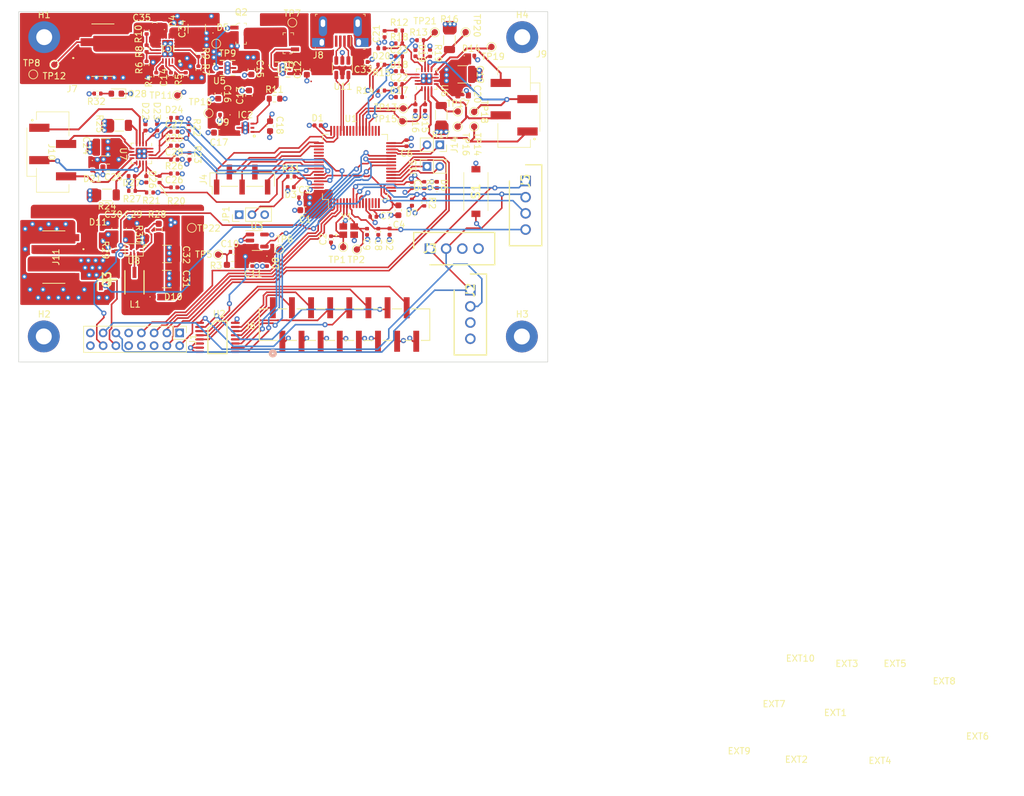
<source format=kicad_pcb>
(kicad_pcb (version 20211014) (generator pcbnew)
  (layers (0 "F.Cu" signal) (1 "In1.Cu" power) (2 "In2.Cu" power) (31 "B.Cu" signal) (34 "B.Paste" user) (35 "F.Paste" user) (36 "B.SilkS" user "B.Silkscreen") (37 "F.SilkS" user "F.Silkscreen") (38 "B.Mask" user) (39 "F.Mask" user) (44 "Edge.Cuts" user))
  (net 0 "")
  (net 1 "+3V3")
  (net 2 "GND")
  (net 3 "/OSC_IN")
  (net 4 "/NRST")
  (net 5 "/OSC_OUT")
  (net 6 "Net-(C10-Pad1)")
  (net 7 "Net-(C10-Pad2)")
  (net 8 "VBUS")
  (net 9 "/USB and MCU LDO/LDO_IN")
  (net 10 "Net-(C14-Pad1)")
  (net 11 "BATT +")
  (net 12 "Net-(C21-Pad1)")
  (net 13 "/MTR1_STBY")
  (net 14 "/MTR1_FAULT")
  (net 15 "Net-(C26-Pad1)")
  (net 16 "/MTR2_STBY")
  (net 17 "/MTR2_FAULT")
  (net 18 "/Passive Retainment/Burn_HS")
  (net 19 "Net-(IC1-Pad3)")
  (net 20 "/USB and MCU LDO/BATT_IN_POS")
  (net 21 "Net-(IC1-Pad14)")
  (net 22 "Net-(IC1-Pad15)")
  (net 23 "/USB and MCU LDO/ILIM")
  (net 24 "/USB and MCU LDO/IMON")
  (net 27 "Net-(IC2-Pad3)")
  (net 28 "/PC13 (RTC)")
  (net 29 "/PC14 (RTC)")
  (net 30 "/PC15 (RTC)")
  (net 31 "/SYS_SCL")
  (net 32 "/SYS_SDA")
  (net 33 "/PR_EN")
  (net 34 "/Burn_sig")
  (net 35 "/DAC_OUT1")
  (net 36 "/DAC_OUT2")
  (net 37 "/PA6")
  (net 38 "/PA7")
  (net 39 "/MUX (S2)")
  (net 40 "/PhDio ADC")
  (net 41 "/MUX (S0)")
  (net 42 "/MUX (S1)")
  (net 43 "/PB10")
  (net 44 "/PB11")
  (net 45 "/BOOT")
  (net 46 "/STEP_VREF1")
  (net 47 "/MTR1_STCK")
  (net 48 "/MTR1_DIR")
  (net 49 "/MTR2_STCK")
  (net 50 "/STEP_VREF2")
  (net 51 "/MTR2_DIR")
  (net 52 "/JTMS-SWDIO")
  (net 53 "/JTCK-SWCLK")
  (net 54 "/JTDI")
  (net 55 "/JTDO - SWO")
  (net 56 "/NJTRST")
  (net 57 "/CRNR PHOTODIODES/PhDio_0")
  (net 58 "/CRNR PHOTODIODES/PhDio_3")
  (net 59 "/CRNR PHOTODIODES/PhDio_6")
  (net 60 "/CRNR PHOTODIODES/PhDio_1")
  (net 61 "/CRNR PHOTODIODES/PhDio_4")
  (net 62 "/CRNR PHOTODIODES/PhDio_7")
  (net 63 "/CRNR PHOTODIODES/PhDio_2")
  (net 64 "/CRNR PHOTODIODES/PhDio_5")
  (net 66 "/Steppers /MTR1_BLK")
  (net 67 "/Steppers /MTR1_GRN")
  (net 68 "/Steppers /MTR1_RED")
  (net 69 "/Steppers /MTR1_BLU")
  (net 70 "/Steppers /MTR2_BLK")
  (net 71 "/Steppers /MTR2_GRN")
  (net 72 "/Steppers /MTR2_RED")
  (net 73 "/Steppers /MTR2_BLU")
  (net 74 "Net-(D28-Pad2)")
  (net 75 "Net-(Q1-Pad1)")
  (net 76 "Net-(Q2-Pad1)")
  (net 77 "/Steppers /T_OFF_1")
  (net 78 "/Steppers /V_REF1")
  (net 79 "/Steppers /SENSE_B_M1")
  (net 80 "/Steppers /SENSE_A_M1")
  (net 81 "/Steppers /T_OFF_2")
  (net 82 "/Steppers /V_REF2")
  (net 83 "/Steppers /SENSE_B_M2")
  (net 84 "/Steppers /SENSE_A_M2")
  (net 85 "Net-(R28-Pad2)")
  (net 86 "Net-(R29-Pad2)")
  (net 87 "Net-(L1-Pad1)")
  (net 88 "/USB and MCU LDO/USB_CONN_DP")
  (net 89 "Net-(JP1-Pad2)")
  (net 90 "/Passive Retainment/Burn_LS")
  (net 91 "/USB and MCU LDO/USB_CONN_DN")
  (net 108 "/USB_OTG_FS_DN")
  (net 109 "/USB_OTG_FS_DP")
  (footprint "Resistor_SMD:R_0402_1005Metric" (layer "F.Cu") (at 63.627 -55.7784 -90)
    (fp_text reference "R1")
    (fp_text value "4.7k")
  )
  (footprint "Diode_SMD:D_0402_1005Metric" (layer "F.Cu") (at 46.905 -65.138 180)
    (fp_text reference "D1")
    (fp_text value "TVS")
  )
  (footprint "Capacitor_SMD:C_0402_1005Metric" (layer "F.Cu") (at 60.833 -62.357 90)
    (fp_text reference "C6")
    (fp_text value "100nF")
  )
  (footprint "Diode_SMD:D_0402_1005Metric" (layer "F.Cu") (at 22.86 -81.28 90)
    (fp_text reference "D4")
    (fp_text value "TVS")
  )
  (footprint "Connector_PinHeader_2.00mm:PinHeader_1x03_P2.00mm_Vertical" (layer "F.Cu") (at 34.5948 -51.1302 90)
    (fp_text reference "JP1")
    (fp_text value "Jumper_3_Open")
  )
  (footprint "Capacitor_SMD:C_0603_1608Metric" (layer "F.Cu") (at 36.131 -69.85 90)
    (fp_text reference "C13")
    (fp_text value "10uF")
  )
  (footprint "Connector_PinHeader_2.00mm:PinHeader_2x08_P2.00mm_Vertical" (layer "F.Cu") (at 25.2476 -32.5628 -90)
    (fp_text reference "J1")
    (fp_text value "Conn_02x08_Odd_Even")
  )
  (footprint "digikey-footprints:SOT-23-3" (layer "F.Cu") (at 42.3 -78.04 180)
    (fp_text reference "Q1")
    (fp_text value "NVR5198NLT1G")
  )
  (footprint "Resistor_SMD:R_0603_1608Metric" (layer "F.Cu") (at 14.034 -58.547 180)
    (fp_text reference "C25")
    (fp_text value "2.2 uF")
  )
  (footprint "Miles Added:CON16_1X16_DUH_HPI125_TYC" (layer "F.Cu") (at 39.8684 -31.26)
    (fp_text reference "J6")
    (fp_text value "Conn_01x16")
  )
  (footprint "Capacitor_SMD:C_0402_1005Metric" (layer "F.Cu") (at 54.65 -48.456 90)
    (fp_text reference "C9")
    (fp_text value "CL2")
  )
  (footprint "Capacitor_SMD:C_0402_1005Metric" (layer "F.Cu") (at 48.9966 -47.2694 90)
    (fp_text reference "C2")
    (fp_text value "CL1")
  )
  (footprint "Resistor_SMD:R_0402_1005Metric" (layer "F.Cu") (at 17.78 -54.866)
    (fp_text reference "R27")
    (fp_text value "1k")
  )
  (footprint "Resistor_SMD:R_0402_1005Metric" (layer "F.Cu") (at 21.59 -72.898 -90)
    (fp_text reference "R4")
    (fp_text value "16.8k")
  )
  (footprint "Connector_PinSocket_2.00mm:PinSocket_1x02_P2.00mm_Vertical" (layer "F.Cu") (at 66.0654 -62.103 -90)
    (fp_text reference "J14")
    (fp_text value "Conn_01x02")
  )
  (footprint "TestPoint:TestPoint_Pad_D1.0mm" (layer "F.Cu") (at 74.168 -77.47)
    (fp_text reference "TP19")
    (fp_text value "TestPoint")
  )
  (footprint "TestPoint:TestPoint_Pad_D1.0mm" (layer "F.Cu") (at 5.588 -74.676 90)
    (fp_text reference "TP12")
    (fp_text value "TestPoint")
  )
  (footprint "Capacitor_SMD:C_1210_3225Metric" (layer "F.Cu") (at 69.596 -73.152 180)
    (fp_text reference "C19")
    (fp_text value "22 uF")
  )
  (footprint "Miles Added:1054311202" (layer "F.Cu") (at 5.504 -44.47 90)
    (fp_text reference "J11")
    (fp_text value "105431-1202" hide)
  )
  (footprint "Resistor_SMD:R_1206_3216Metric" (layer "F.Cu") (at 15.748 -65.151 180)
    (fp_text reference "R25")
    (fp_text value "330m")
  )
  (footprint "Connector_PinHeader_2.00mm:PinHeader_1x05_P2.00mm_Vertical_SMD_Pin1Left" (layer "F.Cu") (at 35.052 -56.642 90)
    (fp_text reference "J4")
    (fp_text value "Conn_01x05")
  )
  (footprint "Capacitor_SMD:C_0603_1608Metric" (layer "F.Cu") (at 31.41842 -64.008)
    (fp_text reference "C17")
    (fp_text value "1 uF")
  )
  (footprint "TestPoint:TestPoint_Pad_D1.0mm" (layer "F.Cu") (at 2.286 -73.152 90)
    (fp_text reference "TP8")
    (fp_text value "TestPoint")
  )
  (footprint "Resistor_SMD:R_0402_1005Metric" (layer "F.Cu") (at 33.7312 -45.2882)
    (fp_text reference "C10")
    (fp_text value "1nF")
  )
  (footprint "TestPoint:TestPoint_Pad_D1.0mm" (layer "F.Cu") (at 29.781 -67.056 90)
    (fp_text reference "TP10")
    (fp_text value "TestPoint")
  )
  (footprint "Capacitor_SMD:C_0402_1005Metric" (layer "F.Cu") (at 61.68 -55.758 90)
    (fp_text reference "C5")
    (fp_text value "100nF")
  )
  (footprint "Diode_SMD:D_0402_1005Metric" (layer "F.Cu") (at 13.081 -48.387 90)
    (fp_text reference "D11")
    (fp_text value "TVS")
  )
  (footprint "Resistor_SMD:R_0603_1608Metric_Pad0.98x0.95mm_HandSolder" (layer "F.Cu") (at 21.971 -48.7915 90)
    (fp_text reference "R28")
    (fp_text value "200k")
  )
  (footprint "Diode_SMD:D_0402_1005Metric" (layer "F.Cu") (at 63.754 -67.945 -90)
    (fp_text reference "D15")
    (fp_text value "TVS")
  )
  (footprint "Diode_SMD:D_0402_1005Metric" (layer "F.Cu") (at 62.23 -67.945 -90)
    (fp_text reference "D16")
    (fp_text value "TVS")
  )
  (footprint "Capacitor_SMD:C_0402_1005Metric" (layer "F.Cu") (at 54.2384 -75.0958)
    (fp_text reference "C33")
    (fp_text value "100nF")
  )
  (footprint "0_custom:EXT_no_footprint" (layer "F.Cu") (at 113.03 36.068)
    (fp_text reference "EXT9")
    (fp_text value "Male MTR Conn.")
  )
  (footprint "TestPoint:TestPoint_Pad_D1.0mm" (layer "F.Cu") (at 70.12 -79.784 90)
    (fp_text reference "TP20")
    (fp_text value "TestPoint")
  )
  (footprint "Resistor_SMD:R_0603_1608Metric" (layer "F.Cu") (at 40.132 -69.342)
    (fp_text reference "R11")
    (fp_text value "15k")
  )
  (footprint "Capacitor_SMD:C_0402_1005Metric" (layer "F.Cu") (at 24.384 -55.41)
    (fp_text reference "C26")
    (fp_text value "22nF")
  )
  (footprint "Resistor_SMD:R_0402_1005Metric" (layer "F.Cu") (at 26.2 -72.9 -90)
    (fp_text reference "R5")
    (fp_text value "4.7k")
  )
  (footprint "digikey-footprints:SOT-23-3" (layer "F.Cu") (at 34.89 -79.54)
    (fp_text reference "Q2")
    (fp_text value "NVR5198NLT1G")
  )
  (footprint "Resistor_SMD:R_0402_1005Metric" (layer "F.Cu") (at 63.008 -78.514 180)
    (fp_text reference "R13")
    (fp_text value "18k")
  )
  (footprint "Miles Added:SOT95P237X112-3N" (layer "F.Cu") (at 13.843 -40.947 90)
    (fp_text reference "Q3")
    (fp_text value "IRLML6244TRPBF" hide)
  )
  (footprint "Capacitor_SMD:C_0603_1608Metric" (layer "F.Cu") (at 36.5 -73.91 90)
    (fp_text reference "C15")
    (fp_text value "10uF")
  )
  (footprint "Miles Added:QFN50P300X400X80-21N" (layer "F.Cu") (at 23.368 -77.216 180)
    (fp_text reference "IC1")
    (fp_text value "TPS25940LRVCR" hide)
  )
  (footprint "Package_TO_SOT_SMD:SOT-23-5" (layer "F.Cu") (at 37.4142 -47.0662)
    (fp_text reference "U3")
    (fp_text value "LM321")
  )
  (footprint "Capacitor_SMD:C_0402_1005Metric" (layer "F.Cu") (at 44.45 -53.848)
    (fp_text reference "C3")
    (fp_text value "100nF")
  )
  (footprint "Package_TO_SOT_SMD:SOT-23-6" (layer "F.Cu") (at 50.7746 -74.1934 -90)
    (fp_text reference "U11")
    (fp_text value "USBLC6-2SC6")
  )
  (footprint "Resistor_SMD:R_0402_1005Metric" (layer "F.Cu") (at 42.7295 -57.1172 180)
    (fp_text reference "R31")
    (fp_text value "4.7k")
  )
  (footprint "Resistor_SMD:R_0603_1608Metric_Pad0.98x0.95mm_HandSolder" (layer "F.Cu") (at 33.5807 -43.2562 180)
    (fp_text reference "R3")
    (fp_text value "200k")
  )
  (footprint "Resistor_SMD:R_1206_3216Metric" (layer "F.Cu") (at 67.58 -78.514 90)
    (fp_text reference "R16")
    (fp_text value "330m")
  )
  (footprint "Capacitor_SMD:C_1210_3225Metric" (layer "F.Cu") (at 23.241 -41.021 180)
    (fp_text reference "C31")
    (fp_text value "22 uF")
  )
  (footprint "Resistor_SMD:R_1206_3216Metric" (layer "F.Cu") (at 66.294 -66.802 -90)
    (fp_text reference "R17")
    (fp_text value "330m")
  )
  (footprint "LED_SMD:LED_0603_1608Metric" (layer "F.Cu") (at 15.32 -70.13 180)
    (fp_text reference "D28")
    (fp_text value "LTST-C193KRKT-5A")
  )
  (footprint "Diode_SMD:D_0402_1005Metric" (layer "F.Cu") (at 59.674 -69.596 180)
    (fp_text reference "D17")
    (fp_text value "TVS")
  )
  (footprint "Resistor_SMD:R_0402_1005Metric" (layer "F.Cu") (at 59.67 -75.974 180)
    (fp_text reference "C23")
    (fp_text value "10nF")
  )
  (footprint "Resistor_SMD:R_0402_1005Metric" (layer "F.Cu") (at 24.384 -64.1456)
    (fp_text reference "C27")
    (fp_text value "1nF")
  )
  (footprint "Resistor_SMD:R_0402_1005Metric" (layer "F.Cu") (at 20.066 -74.676 90)
    (fp_text reference "R6")
    (fp_text value "100k")
  )
  (footprint "Resistor_SMD:R_0402_1005Metric" (layer "F.Cu") (at 28.194 -76.454 -90)
    (fp_text reference "R9")
    (fp_text value "147k")
  )
  (footprint "Capacitor_SMD:C_0603_1608Metric" (layer "F.Cu") (at 17.399 -48.918 -90)
    (fp_text reference "C29")
    (fp_text value "10uF")
  )
  (footprint "Resistor_SMD:R_0402_1005Metric" (layer "F.Cu") (at 24.384 -57.5864)
    (fp_text reference "R26")
    (fp_text value "100k")
  )
  (footprint "Resistor_SMD:R_0402_1005Metric" (layer "F.Cu") (at 20.066 -80.01 -90)
    (fp_text reference "R10")
    (fp_text value "300k")
  )
  (footprint "Capacitor_SMD:C_0603_1608Metric" (layer "F.Cu") (at 39.433 -65.037 90)
    (fp_text reference "C18")
    (fp_text value "1 uF")
  )
  (footprint "Capacitor_SMD:C_0603_1608Metric" (layer "F.Cu") (at 44.958 -51.838 180)
    (fp_text reference "C1")
    (fp_text value "10uF")
  )
  (footprint "Package_DFN_QFN:VQFN-16-1EP_3x3mm_P0.5mm_EP1.8x1.8mm" (layer "F.Cu") (at 64.008 -72.398 90)
    (fp_text reference "U6")
    (fp_text value "STSPIN220")
  )
  (footprint "Miles Added:KSR253GLFG" (layer "F.Cu") (at 71.7296 -54.7624 90)
    (fp_text reference "S1")
    (fp_text value "KSR253GLFG" hide)
  )
  (footprint "Capacitor_SMD:C_0402_1005Metric" (layer "F.Cu") (at 56.414 -48.456 90)
    (fp_text reference "C8")
    (fp_text value "100nF")
  )
  (footprint "TestPoint:TestPoint_Pad_D1.0mm" (layer "F.Cu") (at 68.8848 -67.3354 90)
    (fp_text reference "TP17")
    (fp_text value "TestPoint")
  )
  (footprint "Capacitor_SMD:C_0603_1608Metric" (layer "F.Cu") (at 45.2 -73.89 90)
    (fp_text reference "C12")
    (fp_text value "10uF")
  )
  (footprint "Capacitor_SMD:C_0402_1005Metric" (layer "F.Cu") (at 55.626 -50.8)
    (fp_text reference "C7")
    (fp_text value "10 nF")
  )
  (footprint "Miles Added:INDPM3630X150N" (layer "F.Cu") (at 18.161 -40.513 -90)
    (fp_text reference "L1")
    (fp_text value "220 nH" hide)
  )
  (footprint "Miles Added:WDFNW6_511DW_ONS_OSI" (layer "F.Cu") (at 32.766 -74.168)
    (fp_text reference "U5")
    (fp_text value "NCV68261MTWAITBG")
  )
  (footprint "Capacitor_SMD:C_0603_1608Metric" (layer "F.Cu") (at 59.563 -51.816 90)
    (fp_text reference "C4")
    (fp_text value "1uF")
  )
  (footprint "Diode_SMD:D_0402_1005Metric" (layer "F.Cu") (at 32.067 -66.802 180)
    (fp_text reference "D9")
    (fp_text value "TVS")
  )
  (footprint "Resistor_SMD:R_0402_1005Metric" (layer "F.Cu") (at 14.859 -45.847 -90)
    (fp_text reference "R29")
    (fp_text value "100k")
  )
  (footprint "Diode_SMD:D_0402_1005Metric" (layer "F.Cu") (at 20.016 -56.68 -90)
    (fp_text reference "D26")
    (fp_text value "TVS")
  )
  (footprint "Resistor_SMD:R_0402_1005Metric" (layer "F.Cu") (at 20.066 -77.216 90)
    (fp_text reference "R8")
    (fp_text value "100k")
  )
  (footprint "Capacitor_SMD:C_0402_1005Metric" (layer "F.Cu") (at 21.336 -81.28 -90)
    (fp_text reference "C35")
    (fp_text value "100nF")
  )
  (footprint "Resistor_SMD:R_0402_1005Metric" (layer "F.Cu") (at 24.384 -59.7728)
    (fp_text reference "C28")
    (fp_text value "10nF")
  )
  (footprint "Miles Added:SHDR4W64P0X254_1X4_1271X508X1181P" (layer "F.Cu") (at 79.5274 -56.4134 -90)
    (fp_text reference "J5")
    (fp_text value "70543-0108" hide)
  )
  (footprint "Diode_SMD:D_0402_1005Metric" (layer "F.Cu") (at 24.361 -61.9592)
    (fp_text reference "D25")
    (fp_text value "TVS")
  )
  (footprint "Resistor_SMD:R_0402_1005Metric" (layer "F.Cu") (at 56.88 -70.612 180)
    (fp_text reference "R14")
    (fp_text value "18k")
  )
  (footprint "TestPoint:TestPoint_Pad_D1.0mm" (layer "F.Cu") (at 42.926 -81.28)
    (fp_text reference "TP7")
    (fp_text value "TestPoint")
  )
  (footprint "Miles Added:SHDR4W64P0X254_1X4_1271X508X1181P" (layer "F.Cu") (at 70.858 -39.27 -90)
    (fp_text reference "J2")
    (fp_text value "70543-0108" hide)
  )
  (footprint "Resistor_SMD:R_0402_1005Metric" (layer "F.Cu") (at 20.193 -48.135 -90)
    (fp_text reference "R30")
    (fp_text value "100k")
  )
  (footprint "MountingHole:MountingHole_2.5mm_Pad" (layer "F.Cu") (at 4 -79)
    (fp_text reference "H1")
    (fp_text value "MountingHole_Pad")
  )
  (footprint "0_custom:EXT_no_footprint" (layer "F.Cu") (at 129.93 22.36)
    (fp_text reference "EXT3")
    (fp_text value "Male Conn.")
  )
  (footprint "0_custom:EXT_no_footprint" (layer "F.Cu") (at 122.01 37.4)
    (fp_text reference "EXT2")
    (fp_text value "Male Conn.")
  )
  (footprint "TestPoint:TestPoint_Pad_D1.0mm" (layer "F.Cu") (at 71.458 -64.96 -90)
    (fp_text reference "TP14")
    (fp_text value "TestPoint")
  )
  (footprint "Miles Added:1719730004" (layer "F.Cu") (at 77.724 -68 -90)
    (fp_text reference "J9")
    (fp_text value "171973-0004" hide)
  )
  (footprint "Miles Added:1054311202" (layer "F.Cu") (at 13.208 -76.962 -90)
    (fp_text reference "J7")
    (fp_text value "105431-1202" hide)
  )
  (footprint "Diode_SMD:D_0402_1005Metric" (layer "F.Cu") (at 17.73 -57.188 180)
    (fp_text reference "D27")
    (fp_text value "TVS")
  )
  (footprint "Resistor_SMD:R_0402_1005Metric" (layer "F.Cu") (at 59.67 -78.006 180)
    (fp_text reference "R18")
    (fp_text value "100k")
  )
  (footprint "Diode_SMD:D_0402_1005Metric" (layer "F.Cu") (at 21.694 -38.227)
    (fp_text reference "D10")
    (fp_text value "TVS")
  )
  (footprint "Diode_SMD:D_0402_1005Metric" (layer "F.Cu") (at 11.557 -58.547 -90)
    (fp_text reference "D21")
    (fp_text value "TVS")
  )
  (footprint "Capacitor_SMD:C_1210_3225Metric" (layer "F.Cu") (at 23.277 -44.959)
    (fp_text reference "C32")
    (fp_text value "22 uF")
  )
  (footprint "Resistor_SMD:R_0402_1005Metric" (layer "F.Cu") (at 28.194 -73.914 -90)
    (fp_text reference "R7")
    (fp_text value "374k")
  )
  (footprint "Diode_SMD:D_0402_1005Metric" (layer "F.Cu") (at 65.6082 -55.8038 90)
    (fp_text reference "D6")
    (fp_text value "TVS")
  )
  (footprint "TestPoint:TestPoint_Pad_D1.0mm" (layer "F.Cu") (at 60.198 -65.786 90)
    (fp_text reference "TP15")
    (fp_text value "TestPoint")
  )
  (footprint "TestPoint:TestPoint_Pad_D1.0mm" (layer "F.Cu") (at 40.894 -45.6692 90)
    (fp_text reference "TP6")
    (fp_text value "TestPoint")
  )
  (footprint "Package_QFP:LQFP-64_10x10mm_P0.5mm" (layer "F.Cu") (at 52.762 -58.616 90)
    (fp_text reference "U1")
    (fp_text value "STM32L476RGTx")
  )
  (footprint "Diode_SMD:D_0402_1005Metric" (layer "F.Cu") (at 30.48 -80.749 90)
    (fp_text reference "D5")
    (fp_text value "TVS")
  )
  (footprint "0_custom:EXT_no_footprint" (layer "F.Cu") (at 122.64 21.53)
    (fp_text reference "EXT10")
    (fp_text value "NiCr Wire Connector")
  )
  (footprint "Miles Added:XTAL_ECS-160-8-36Q-AES-TR" (layer "F.Cu") (at 51.7755 -48.63)
    (fp_text reference "Y1")
    (fp_text value "ECS_Chrystal_")
  )
  (footprint "TestPoint:TestPoint_Pad_D1.0mm" (layer "F.Cu") (at 65.278 -79.756 90)
    (fp_text reference "TP21")
    (fp_text value "TestPoint")
  )
  (footprint "MountingHole:MountingHole_2.5mm_Pad" (layer "F.Cu") (at 79 -32)
    (fp_text reference "H3")
    (fp_text value "MountingHole_Pad")
  )
  (footprint "Resistor_SMD:R_0603_1608Metric" (layer "F.Cu") (at 69.723 -69.85)
    (fp_text reference "C20")
    (fp_text value "2.2 uF")
  )
  (footprint "0_custom:EXT_no_footprint" (layer "F.Cu") (at 128.14 30.06)
    (fp_text reference "EXT1")
    (fp_text value "Male Conn.")
  )
  (footprint "Resistor_SMD:R_0402_1005Metric" (layer "F.Cu") (at 26.797 -60.323 -90)
    (fp_text reference "R23")
    (fp_text value "18k")
  )
  (footprint "MountingHole:MountingHole_2.5mm_Pad" (layer "F.Cu") (at 4 -32)
    (fp_text reference "H2")
    (fp_text value "MountingHole_Pad")
  )
  (footprint "0_custom:EXT_no_footprint" (layer "F.Cu") (at 118.51 28.68)
    (fp_text reference "EXT7")
    (fp_text value "Power Male Connector")
  )
  (footprint "Connector_PinSocket_2.00mm:PinSocket_1x02_P2.00mm_Vertical" (layer "F.Cu") (at 64.0588 -58.6994 90)
    (fp_text reference "J15")
    (fp_text value "Conn_01x02")
  )
  (footprint "Resistor_SMD:R_0402_1005Metric" (layer "F.Cu") (at 22.098 -56.68 -90)
    (fp_text reference "R20")
    (fp_text value "2.2k")
  )
  (footprint "Resistor_SMD:R_0402_1005Metric" (layer "F.Cu") (at 63.627 -53.0138 90)
    (fp_text reference "R2")
    (fp_text value "4.7k")
  )
  (footprint "Capacitor_SMD:C_0603_1608Metric" (layer "F.Cu") (at 15.113 -48.925 90)
    (fp_text reference "C30")
    (fp_text value "10uF")
  )
  (footprint "Diode_SMD:D_0402_1005Metric" (layer "F.Cu") (at 38.9382 -43.5332 -90)
    (fp_text reference "D8")
    (fp_text value "TVS")
  )
  (footprint "Diode_SMD:D_0402_1005Metric" (layer "F.Cu") (at 56.896 -77.244 180)
    (fp_text reference "D20")
    (fp_text value "TVS")
  )
  (footprint "Resistor_SMD:R_0402_1005Metric" (layer "F.Cu") (at 12.3675 -70.14 180)
    (fp_text reference "R32")
    (fp_text value "270")
  )
  (footprint "Capacitor_SMD:C_1210_3225Metric" (layer "F.Cu") (at 27.94 -80.313 90)
    (fp_text reference "C34")
    (fp_text value "22 uF")
  )
  (footprint "Diode_SMD:D_0402_1005Metric" (layer "F.Cu") (at 62.246 -76.482 90)
    (fp_text reference "D19")
    (fp_text value "TVS")
  )
  (footprint "Resistor_SMD:R_0402_1005Metric" (layer "F.Cu") (at 56.88 -74.676 180)
    (fp_text reference "R15")
    (fp_text value "18k")
  )
  (footprint "Capacitor_SMD:C_0603_1608Metric" (layer "F.Cu") (at 31.305 -70.117 -90)
    (fp_text reference "C16")
    (fp_text value "10uF")
  )
  (footprint "Diode_SMD:D_0402_1005Metric" (layer "F.Cu") (at 70.993 -76.073)
    (fp_text reference "D14")
    (fp_text value "TVS")
  )
  (footprint "TestPoint:TestPoint_Pad_D1.0mm" (layer "F.Cu") (at 53.058 -45.66)
    (fp_text reference "TP2")
    (fp_text value "TestPoint")
  )
  (footprint "TestPoint:TestPoint_Pad_D1.0mm" (layer "F.Cu") (at 24.892 -69.85)
    (fp_text reference "TP11")
    (fp_text value "TestPoint")
  )
  (footprint "Diode_SMD:D_0402_1005Metric" (layer "F.Cu") (at 21.72 -64.8475 90)
    (fp_text reference "D23")
    (fp_text value "TVS")
  )
  (footprint "Miles Added:SHDR4W64P0X254_1X4_1271X508X1181P" (layer "F.Cu") (at 64.518 -45.8)
    (fp_text reference "J3")
    (fp_text value "70543-0108" hide)
  )
  (footprint "0_custom:VQFN-9" (layer "F.Cu") (at 18.093 -45.573 -90)
    (fp_text reference "U8")
    (fp_text value "TPS62867RQYR")
  )
  (footprint "Resistor_SMD:R_1206_3216Metric" (layer "F.Cu") (at 13.843 -54.229 180)
    (fp_text reference "R24")
    (fp_text value "330m")
  )
  (footprint "TestPoint:TestPoint_Pad_D1.0mm" (layer "F.Cu") (at 68.858 -64.96 90)
    (fp_text reference "TP16")
    (fp_text value "TestPoint")
  )
  (footprint "Miles Added:PW0016A_L" (layer "F.Cu") (at 31.1806 -31.8774)
    (fp_text reference "U2")
    (fp_text value "CD4051B")
  )
  (footprint "Diode_SMD:D_0402_1005Metric" (layer "F.Cu") (at 59.674 -73.66 180)
    (fp_text reference "D18")
    (fp_text value "TVS")
  )
  (footprint "Resistor_SMD:R_0402_1005Metric" (layer "F.Cu") (at 20.576 -54.61)
    (fp_text reference "R21")
    (fp_text value "18k")
  )
  (footprint "Miles Added:WDFNW6_511DW_ONS_OSI" (layer "F.Cu") (at 41.402 -73.914)
    (fp_text reference "U4")
    (fp_text value "NCV68261MTWAITBG")
  )
  (footprint "0_custom:EXT_no_footprint" (layer "F.Cu") (at 145.2 25.1)
    (fp_text reference "EXT8")
    (fp_text value "Male MTR Conn.")
  )
  (footprint "TestPoint:TestPoint_Pad_D1.0mm" (layer "F.Cu") (at 31.2928 -44.8564 90)
    (fp_text reference "TP5")
    (fp_text value "TestPoint")
  )
  (footprint "Diode_SMD:D_0402_1005Metric" (layer "F.Cu") (at 58.188 -48.476 -90)
    (fp_text reference "D2")
    (fp_text value "TVS")
  )
  (footprint "Miles Added:SON65P200X200X80-7N" (layer "F.Cu") (at 35.56 -64.77 180)
    (fp_text reference "IC2")
    (fp_text value "LP5912Q3.3DRVRQ1" hide)
  )
  (footprint "Resistor_SMD:R_0402_1005Metric" (layer "F.Cu") (at 59.654 -71.628 180)
    (fp_text reference "C22")
    (fp_text value "1nF")
  )
  (footprint "Capacitor_SMD:C_1210_3225Metric" (layer "F.Cu") (at 13.666 -61.722)
    (fp_text reference "C24")
    (fp_text value "22 uF")
  )
  (footprint "Diode_SMD:D_0402_1005Metric" (layer "F.Cu") (at 24.384 -66.332)
    (fp_text reference "D24")
    (fp_text value "TVS")
  )
  (footprint "Resistor_SMD:R_0402_1005Metric" (layer "F.Cu") (at 26.67 -64.808 90)
    (fp_text reference "R22")
    (fp_text value "18k")
  )
  (footprint "Package_DFN_QFN:VQFN-16-1EP_3x3mm_P0.5mm_EP1.8x1.8mm" (layer "F.Cu") (at 19.254 -60.744 -90)
    (fp_text reference "U7")
    (fp_text value "STSPIN220")
  )
  (footprint "Capacitor_SMD:C_0402_1005Metric" (layer "F.Cu") (at 36.6522 -43.5382 -90)
    (fp_text reference "C11")
    (fp_text value "10 nF")
  )
  (footprint "Diode_SMD:D_0402_1005Metric" (layer "F.Cu") (at 61.6966 -53.0352 -90)
    (fp_text reference "D7")
    (fp_text value "TVS")
  )
  (footprint "Capacitor_SMD:C_0402_1005Metric" (layer "F.Cu") (at 57.404 -79.502 -90)
    (fp_text reference "C21")
    (fp_text value "22nF")
  )
  (footprint "Resistor_SMD:R_0402_1005Metric" (layer "F.Cu") (at 59.67 -80.038 180)
    (fp_text reference "R12")
    (fp_text value "2.2k")
  )
  (footprint "0_custom:EXT_no_footprint" (layer "F.Cu") (at 137.49 22.35)
    (fp_text reference "EXT5")
    (fp_text value "Photodiodes (8)")
  )
  (footprint "Resistor_SMD:R_0402_1005Metric" (layer "F.Cu") (at 64.532 -76.48 -90)
    (fp_text reference "R19")
    (fp_text value "1k")
  )
  (footprint "Diode_SMD:D_0402_1005Metric" (layer "F.Cu") (at 19.88 -64.82 90)
    (fp_text reference "D22")
    (fp_text value "TVS")
  )
  (footprint "MountingHole:MountingHole_2.5mm_Pad" (layer "F.Cu") (at 79 -79)
    (fp_text reference "H4")
    (fp_text value "MountingHole_Pad")
  )
  (footprint "TestPoint:TestPoint_Pad_D1.0mm" (layer "F.Cu") (at 50.9016 -46.0502)
    (fp_text reference "TP1")
    (fp_text value "TestPoint")
  )
  (footprint "0_custom:EXT_no_footprint" (layer "F.Cu") (at 150.43 33.76)
    (fp_text reference "EXT6")
    (fp_text value "PWR Banana Plugs")
  )
  (footprint "Capacitor_SMD:C_0402_1005Metric" (layer "F.Cu") (at 23.876 -72.928 -90)
    (fp_text reference "C14")
    (fp_text value "C")
  )
  (footprint "TestPoint:TestPoint_Pad_D1.0mm" (layer "F.Cu") (at 71.458 -67.26 90)
    (fp_text reference "TP18")
    (fp_text value "TestPoint")
  )
  (footprint "Diode_SMD:D_0402_1005Metric" (layer "F.Cu") (at 42.6815 -55.4482 180)
    (fp_text reference "D3")
    (fp_text value "TVS")
  )
  (footprint "TestPoint:TestPoint_Pad_D1.0mm" (layer "F.Cu") (at 27.158 -49.06)
    (fp_text reference "TP22")
    (fp_text value "TestPoint")
  )
  (footprint "TestPoint:TestPoint_Pad_D1.0mm" (layer "F.Cu") (at 60.325 -67.818 90)
    (fp_text reference "TP13")
    (fp_text value "TestPoint")
  )
  (footprint "0_custom:EXT_no_footprint" (layer "F.Cu") (at 135.128 37.592)
    (fp_text reference "EXT4")
    (fp_text value "Male Connector")
  )
  (footprint "digikey-footprints:USB_Micro_B_Female_10103594-0001LF" (layer "F.Cu") (at 50.4564 -81.1918 180)
    (fp_text reference "J8")
    (fp_text value "10103594-0001LF")
  )
  (footprint "Miles Added:1719730004" (layer "F.Cu") (at 5.334 -60.96 90)
    (fp_text reference "J10")
    (fp_text value "171973-0004" hide)
  )
  (footprint "TestPoint:TestPoint_Pad_D1.0mm" (layer "F.Cu") (at 30.988 -77.978 90)
    (fp_text reference "TP9")
    (fp_text value "TestPoint")
  )
  (gr_line (start 22.108 -55.75) (end 23.308 -54.09) (layer "F.SilkS") (width 0.15))
  (gr_rect (start 0 -28) (end 83 -83) (layer "Edge.Cuts") (width 0.1) (fill none))
  (segment (start 59.042 -52.591) (end 58.337 -53.296) (width 0.25) (layer "F.Cu") (net 1))
  (segment (start 57.7246 -54.391) (end 57.571315 -54.391) (width 0.25) (layer "F.Cu") (net 1))
  (segment (start 38.5517 -48.0162) (end 39.6392 -48.0162) (width 0.25) (layer "F.Cu") (net 1))
  (segment (start 45.613403 -52.887797) (end 45.733 -52.7682) (width 0.25) (layer "F.Cu") (net 1))
  (segment (start 63.627 -52.5038) (end 63.2734 -52.5038) (width 0.25) (layer "F.Cu") (net 1))
  (segment (start 60.438 -55.866) (end 60.833 -56.261) (width 0.25) (layer "F.Cu") (net 1))
  (segment (start 56.37 -74.676) (end 56.37 -74.3024) (width 0.25) (layer "F.Cu") (net 1))
  (segment (start 56.37 -74.3024) (end 55.0926 -73.025) (width 0.25) (layer "F.Cu") (net 1))
  (segment (start 55.601 -51.841) (end 58.166 -51.841) (width 0.25) (layer "F.Cu") (net 1))
  (segment (start 61.657 -56.261) (end 61.68 -56.238) (width 0.25) (layer "F.Cu") (net 1))
  (segment (start 56.37 -69.8828) (end 56.37 -70.612) (width 0.25) (layer "F.Cu") (net 1))
  (segment (start 55.012 -51.964) (end 55.012 -52.941) (width 0.25) (layer "F.Cu") (net 1))
  (segment (start 33.980599 -34.482599) (end 33.980599 -34.152402) (width 0.25) (layer "F.Cu") (net 1))
  (segment (start 48.12 -65.138) (end 48.133 -65.151) (width 0.25) (layer "F.Cu") (net 1))
  (segment (start 58.337 -53.296) (end 58.337 -53.7786) (width 0.25) (layer "F.Cu") (net 1))
  (segment (start 58.6486 -52.3236) (end 58.6486 -52.9844) (width 0.25) (layer "F.Cu") (net 1))
  (segment (start 61.68 -56.238) (end 61.595 -56.323) (width 0.25) (layer "F.Cu") (net 1))
  (segment (start 25.019 -69.85) (end 25.527 -70.358) (width 0.25) (layer "F.Cu") (net 1))
  (segment (start 58.437 -62.366) (end 60.08 -62.366) (width 0.25) (layer "F.Cu") (net 1))
  (segment (start 55.601 -51.841) (end 55.135 -51.841) (width 0.25) (layer "F.Cu") (net 1))
  (segment (start 63.2734 -52.5038) (end 62.1792 -51.4096) (width 0.25) (layer "F.Cu") (net 1))
  (segment (start 39.6392 -48.0162) (end 39.7002 -47.9552) (width 0.25) (layer "F.Cu") (net 1))
  (segment (start 58.166 -51.841) (end 58.6486 -52.3236) (width 0.25) (layer "F.Cu") (net 1))
  (segment (start 26.797 -59.5122) (end 26.3652 -59.0804) (width 0.25) (layer "F.Cu") (net 1))
  (segment (start 57.596315 -55.866) (end 58.437 -55.866) (width 0.25) (layer "F.Cu") (net 1))
  (segment (start 58.337 -53.7786) (end 57.7246 -54.391) (width 0.25) (layer "F.Cu") (net 1))
  (segment (start 56.134 -51.308) (end 56.134 -50.927) (width 0.25) (layer "F.Cu") (net 1))
  (segment (start 56.37 -74.694) (end 56.261 -74.803) (width 0.25) (layer "F.Cu") (net 1))
  (segment (start 60.08 -62.366) (end 60.551 -62.837) (width 0.25) (layer "F.Cu") (net 1))
  (segment (start 40.957 -69.342) (end 41.783 -69.342) (width 0.25) (layer "F.Cu") (net 1))
  (segment (start 57.337 -54.625315) (end 57.337 -55.606685) (width 0.25) (layer "F.Cu") (net 1))
  (segment (start 56.134 -50.927) (end 56.896 -50.927) (width 0.25) (layer "F.Cu") (net 1))
  (segment (start 36.66 -64.12) (end 37.741 -64.12) (width 0.25) (layer "F.Cu") (net 1))
  (segment (start 49.012 -64.291) (end 48.237 -64.291) (width 0.25) (layer "F.Cu") (net 1))
  (segment (start 45.733 -52.7682) (end 45.733 -51.838) (width 0.25) (layer "F.Cu") (net 1))
  (segment (start 16.1075 -70.13) (end 17.5 -70.13) (width 0.25) (layer "F.Cu") (net 1))
  (segment (start 55.135 -51.841) (end 55.012 -51.964) (width 0.25) (layer "F.Cu") (net 1))
  (segment (start 26.67 -65.318) (end 26.67 -66.167) (width 0.25) (layer "F.Cu") (net 1))
  (segment (start 58.6486 -52.9844) (end 58.337 -53.296) (width 0.25) (layer "F.Cu") (net 1))
  (segment (start 26.797 -59.813) (end 26.797 -59.5122) (width 0.25) (layer "F.Cu") (net 1))
  (segment (start 34.258 -34.76) (end 33.980599 -34.482599) (width 0.25) (layer "F.Cu") (net 1))
  (segment (start 61.595 -56.323) (end 61.595 -56.769) (width 0.25) (layer "F.Cu") (net 1))
  (segment (start 39.433 -66.611) (end 39.751 -66.929) (width 0.25) (layer "F.Cu") (net 1))
  (segment (start 57.571315 -54.391) (end 57.337 -54.625315) (width 0.25) (layer "F.Cu") (net 1))
  (segment (start 56.3626 -69.8754) (end 56.37 -69.8828) (width 0.25) (layer "F.Cu") (net 1))
  (segment (start 47.39 -65.138) (end 48.12 -65.138) (width 0.25) (layer "F.Cu") (net 1))
  (segment (start 55.601 -51.841) (end 56.134 -51.308) (width 0.25) (layer "F.Cu") (net 1))
  (segment (start 63.627 -56.2884) (end 63.1373 -56.2884) (width 0.25) (layer "F.Cu") (net 1))
  (segment (start 58.437 -55.866) (end 60.438 -55.866) (width 0.25) (layer "F.Cu") (net 1))
  (segment (start 57.337 -55.606685) (end 57.596315 -55.866) (width 0.25) (layer "F.Cu") (net 1))
  (segment (start 48.237 -64.291) (end 47.39 -65.138) (width 0.25) (layer "F.Cu") (net 1))
  (segment (start 25.527 -70.358) (end 25.908 -70.358) (width 0.25) (layer "F.Cu") (net 1))
  (segment (start 37.741 -64.12) (end 39.433 -65.812) (width 0.25) (layer "F.Cu") (net 1))
  (segment (start 56.37 -74.676) (end 56.37 -74.694) (width 0.25) (layer "F.Cu") (net 1))
  (segment (start 55.0926 -73.025) (end 55.0926 -70.9422) (width 0.25) (layer "F.Cu") (net 1))
  (segment (start 60.833 -62.837) (end 61.313 -62.837) (width 0.25) (layer "F.Cu") (net 1))
  (segment (start 63.1373 -56.2884) (end 62.1284 -57.2973) (width 0.25) (layer "F.Cu") (net 1))
  (segment (start 60.833 -56.261) (end 61.657 -56.261) (width 0.25) (layer "F.Cu") (net 1))
  (segment (start 61.313 -62.837) (end 61.595 -63.119) (width 0.25) (layer "F.Cu") (net 1))
  (segment (start 60.551 -62.837) (end 60.833 -62.837) (width 0.25) (layer "F.Cu") (net 1))
  (segment (start 59.563 -52.591) (end 59.042 -52.591) (width 0.25) (layer "F.Cu") (net 1))
  (segment (start 39.433 -65.812) (end 39.433 -66.611) (width 0.25) (layer "F.Cu") (net 1))
  (segment (start 17.5 -70.13) (end 17.526 -70.104) (width 0.25) (layer "F.Cu") (net 1))
  (segment (start 55.0926 -70.9422) (end 54.7878 -70.6374) (width 0.25) (layer "F.Cu") (net 1))
  (via (at 39.751 -66.929) (size 0.8) (drill 0.4) (layers "F.Cu" "B.Cu") (net 1))
  (via (at 48.133 -65.151) (size 0.8) (drill 0.4) (layers "F.Cu" "B.Cu") (net 1))
  (via (at 61.595 -56.769) (size 0.8) (drill 0.4) (layers "F.Cu" "B.Cu") (net 1))
  (via (at 45.613403 -52.887797) (size 0.8) (drill 0.4) (layers "F.Cu" "B.Cu") (net 1))
  (via (at 26.3652 -59.0804) (size 0.8) (drill 0.4) (layers "F.Cu" "B.Cu") (net 1))
  (via (at 45.6692 -53.8226) (size 0.8) (drill 0.4) (layers "F.Cu" "B.Cu") (net 1))
  (via (at 39.7002 -47.9552) (size 0.8) (drill 0.4) (layers "F.Cu" "B.Cu") (net 1))
  (via (at 34.258 -34.76) (size 0.8) (drill 0.4) (layers "F.Cu" "B.Cu") (net 1))
  (via (at 62.1284 -57.2973) (size 0.8) (drill 0.4) (layers "F.Cu" "B.Cu") (net 1))
  (via (at 62.1792 -51.4096) (size 0.8) (drill 0.4) (layers "F.Cu" "B.Cu") (net 1))
  (via (at 25.908 -70.358) (size 0.8) (drill 0.4) (layers "F.Cu" "B.Cu") (net 1))
  (via (at 56.3626 -69.8754) (size 0.8) (drill 0.4) (layers "F.Cu" "B.Cu") (net 1))
  (via (at 41.783 -69.342) (size 0.8) (drill 0.4) (layers "F.Cu" "B.Cu") (net 1))
  (via (at 26.67 -66.167) (size 0.8) (drill 0.4) (layers "F.Cu" "B.Cu") (net 1))
  (via (at 17.526 -70.104) (size 0.8) (drill 0.4) (layers "F.Cu" "B.Cu") (net 1))
  (via (at 61.595 -63.119) (size 0.8) (drill 0.4) (layers "F.Cu" "B.Cu") (net 1))
  (via (at 54.7878 -70.6374) (size 0.8) (drill 0.4) (layers "F.Cu" "B.Cu") (net 1))
  (via (at 56.896 -50.927) (size 0.8) (drill 0.4) (layers "F.Cu" "B.Cu") (net 1))
  (segment (start 49.512 -64.291) (end 49.512 -63.450315) (width 0.25) (layer "F.Cu") (net 2))
  (segment (start 24.894 -55.3826) (end 25.6434 -55.3826) (width 0.25) (layer "F.Cu") (net 2))
  (segment (start 31.582 -65.999) (end 31.496 -65.913) (width 0.25) (layer "F.Cu") (net 2))
  (segment (start 35.543 -73.135) (end 35.433 -73.025) (width 0.25) (layer "F.Cu") (net 2))
  (segment (start 24.894 -64.1456) (end 25.6434 -64.1456) (width 0.25) (layer "F.Cu") (net 2))
  (segment (start 48.9966 -46.7894) (end 48.9966 -46.3804) (width 0.25) (layer "F.Cu") (net 2))
  (segment (start 58.433 -51.041) (end 58.42 -51.054) (width 0.25) (layer "F.Cu") (net 2))
  (segment (start 20.016 -56.195) (end 19.2634 -56.195) (width 0.25) (layer "F.Cu") (net 2))
  (segment (start 48.9966 -46.3804) (end 49.3522 -46.0248) (width 0.25) (layer "F.Cu") (net 2))
  (segment (start 36.2767 -47.0662) (end 34.8742 -47.0662) (width 0.25) (layer "F.Cu") (net 2))
  (segment (start 19.88 -65.305) (end 19.88 -65.9048) (width 0.25) (layer "F.Cu") (net 2))
  (segment (start 21.72 -65.916) (end 21.7424 -65.9384) (width 0.25) (layer "F.Cu") (net 2))
  (segment (start 31.305 -69.342) (end 30.353 -69.342) (width 0.25) (layer "F.Cu") (net 2))
  (segment (start 70.548 -70.295) (end 70.231 -70.612) (width 0.25) (layer "F.Cu") (net 2))
  (segment (start 58.188 -47.266) (end 58.166 -47.244) (width 0.25) (layer "F.Cu") (net 2))
  (segment (start 55.0298 -75.0958) (end 55.4482 -75.5142) (width 0.25) (layer "F.Cu") (net 2))
  (segment (start 36.5 -73.135) (end 35.543 -73.135) (width 0.25) (layer "F.Cu") (net 2))
  (segment (start 54.65 -47.367087) (end 54.65 -47.976) (width 0.25) (layer "F.Cu") (net 2))
  (segment (start 55.174 -51.125) (end 54.512 -51.787) (width 0.25) (layer "F.Cu") (net 2))
  (segment (start 11.661 -58.062) (end 12.319 -57.404) (width 0.25) (layer "F.Cu") (net 2))
  (segment (start 64.532 -77.581) (end 64.516 -77.597) (width 0.25) (layer "F.Cu") (net 2))
  (segment (start 59.144 -71.628) (end 58.42 -71.628) (width 0.25) (layer "F.Cu") (net 2))
  (segment (start 13.209 -58.547) (end 13.209 -57.405) (width 0.25) (layer "F.Cu") (net 2))
  (segment (start 31.582 -66.802) (end 31.582 -65.999) (width 0.25) (layer "F.Cu") (net 2))
  (segment (start 61.8314 -31.26) (end 61.3568 -31.7346) (width 0.25) (layer "F.Cu") (net 2))
  (segment (start 17.27 -54.866) (end 17.27 -55.6026) (width 0.25) (layer "F.Cu") (net 2))
  (segment (start 39.433 -63.309) (end 39.37 -63.246) (width 0.25) (layer "F.Cu") (net 2))
  (segment (start 54.7184 -75.0958) (end 55.0298 -75.0958) (width 0.25) (layer "F.Cu") (net 2))
  (segment (start 20.7415 -61.494) (end 20.092 -61.494) (width 0.25) (layer "F.Cu") (net 2))
  (segment (start 25.6434 -64.1456) (end 25.654 -64.135) (width 0.25) (layer "F.Cu") (net 2))
  (segment (start 17.245 -56.4658) (end 17.2466 -56.4642) (width 0.25) (layer "F.Cu") (net 2))
  (segment (start 28.380601 -30.252402) (end 26.983502 -30.252402) (width 0.25) (layer "F.Cu") (net 2))
  (segment (start 55.146 -50.671171) (end 55.925565 -49.891606) (width 0.25) (layer "F.Cu") (net 2))
  (segment (start 19.004 -60.494) (end 19.254 -60.744) (width 0.25) (layer "F.Cu") (net 2))
  (segment (start 44.368401 -31.26) (end 44.7024 -31.26) (width 0.25) (layer "F.Cu") (net 2))
  (segment (start 64.532 -76.99) (end 64.532 -77.581) (width 0.25) (layer "F.Cu") (net 2))
  (segment (start 59.368401 -31.26) (end 60.258 -31.26) (width 0.25) (layer "F.Cu") (net 2))
  (segment (start 60.833 -61.877) (end 58.448 -61.877) (width 0.25) (layer "F.Cu") (net 2))
  (segment (start 44.7024 -31.26) (end 45.177 -31.7346) (width 0.25) (layer "F.Cu") (net 2))
  (segment (start 43.97 -53.848) (end 43.97 -53.058) (width 0.25) (layer "F.Cu") (net 2))
  (segment (start 42.4307 -73.914) (end 41.402 -73.914) (width 0.25) (layer "F.Cu") (net 2))
  (segment (start 61.592 -55.366) (end 61.68 -55.278) (width 0.25) (layer "F.Cu") (net 2))
  (segment (start 54.512 -51.787) (end 54.512 -52.941) (width 0.25) (layer "F.Cu") (net 2))
  (segment (start 45.2 -73.115) (end 45.2 -72.148) (width 0.25) (layer "F.Cu") (net 2))
  (segment (start 59.189 -69.596) (end 58.42 -69.596) (width 0.25) (layer "F.Cu") (net 2))
  (segment (start 49.512 -63.450315) (end 49.252685 -63.191) (width 0.25) (layer "F.Cu") (net 2))
  (segment (start 20.092 -61.494) (end 19.685 -61.087) (width 0.25) (layer "F.Cu") (net 2))
  (segment (start 56.414 -47.976) (end 56.414 -47.27) (width 0.25) (layer "F.Cu") (net 2))
  (segment (start 36.2767 -48.0162) (end 35.8242 -48.0162) (width 0.25) (layer "F.Cu") (net 2))
  (segment (start 46.42 -65.086) (end 46.42 -65.138) (width 0.25) (layer "F.Cu") (net 2))
  (segment (start 42.1965 -54.9077) (end 42.2148 -54.8894) (width 0.25) (layer "F.Cu") (net 2))
  (segment (start 28.380601 -30.902401) (end 27.633501 -30.902401) (width 0.25) (layer "F.Cu") (net 2))
  (segment (start 45.718529 -55.061388) (end 46.023141 -55.366) (width 0.25) (layer "F.Cu") (net 2))
  (segment (start 24.894 -57.5416) (end 25.6434 -57.5416) (width 0.25) (layer "F.Cu") (net 2))
  (segment (start 71.478 -75.715) (end 71.882 -75.311) (width 0.25) (layer "F.Cu") (net 2))
  (segment (start 50.9255 -49.8841) (end 51.2572 -50.2158) (width 0.25) (layer "F.Cu") (net 2))
  (segment (start 47.8176 -31.7092) (end 48.3012 -31.7092) (width 0.25) (layer "F.Cu") (net 2))
  (segment (start 27.582499 -29.602401) (end 26.958 -30.2269) (width 0.25) (layer "F.Cu") (net 2))
  (segment (start 64.639 -72.648) (end 64.389 -72.898) (width 0.25) (layer "F.Cu") (net 2))
  (segment (start 50.792199 -31.6838) (end 51.3238 -31.6838) (width 0.25) (layer "F.Cu") (net 2))
  (segment (start 59.16 -78.006) (end 58.575 -78.006) (width 0.25) (layer "F.Cu") (net 2))
  (segment (start 63.012 -71.648) (end 63.5 -72.136) (width 0.25) (layer "F.Cu") (net 2))
  (segment (start 60.833 -61.877) (end 61.496 -61.877) (width 0.25) (layer "F.Cu") (net 2))
  (segment (start 70.548 -69.85) (end 70.548 -70.295) (width 0.25) (layer "F.Cu") (net 2))
  (segment (start 33.7947 -74.168) (end 32.766 -74.168) (width 0.25) (layer "F.Cu") (net 2))
  (segment (start 62.246 -77.581) (end 62.23 -77.597) (width 0.25) (layer "F.Cu") (net 2))
  (segment (start 61.6966 -52.5502) (end 61.6966 -52.3748) (width 0.25) (layer "F.Cu") (net 2))
  (segment (start 36.081 -70.625) (end 36.068 -70.612) (width 0.25) (layer "F.Cu") (net 2))
  (segment (start 43.97 -53.058) (end 44.069 -52.959) (width 0.25) (layer "F.Cu") (net 2))
  (segment (start 63.5 -72.136) (end 62.5325 -72.136) (width 0.25) (layer "F.Cu") (net 2))
  (segment (start 41.368399 -31.26) (end 41.8322 -31.26) (width 0.25) (layer "F.Cu") (net 2))
  (segment (start 62.246 -76.967) (end 62.246 -77.581) (width 0.25) (layer "F.Cu") (net 2))
  (segment (start 36.6522 -43.0582) (end 37.3432 -43.0582) (width 0.25) (layer "F.Cu") (net 2))
  (segment (start 59.16 -75.974) (end 58.448 -75.974) (width 0.25) (layer "F.Cu") (net 2))
  (segment (start 11.085 -70.14) (end 11.049 -70.104) (width 0.25) (layer "F.Cu") (net 2))
  (segment (start 54.7395 -47.277587) (end 54.65 -47.367087) (width 0.25) (layer "F.Cu") (net 2))
  (segment (start 59.563 -51.041) (end 58.433 -51.041) (width 0.25) (layer "F.Cu") (net 2))
  (segment (start 58.188 -47.991) (end 58.188 -47.266) (width 0.25) (layer "F.Cu") (net 2))
  (segment (start 44.183 -51.838) (end 43.329 -51.838) (width 0.25) (layer "F.Cu") (net 2))
  (segment (start 56.414 -47.27) (end 56.388 -47.244) (width 0.25) (layer "F.Cu") (net 2))
  (segment (start 25.489 -66.332) (end 25.5016 -66.3194) (width 0.25) (layer "F.Cu") (net 2))
  (segment (start 71.478 -76.073) (end 71.478 -75.715) (width 0.25) (layer "F.Cu") (net 2))
  (segment (start 30.64342 -64.008) (end 29.718 -64.008) (width 0.25) (layer "F.Cu") (net 2))
  (segment (start 58.448 -75.974) (end 58.42 -75.946) (width 0.25) (layer "F.Cu") (net 2))
  (segment (start 62.5205 -71.648) (end 63.012 -71.648) (width 0.25) (layer "F.Cu") (net 2))
  (segment (start 17.245 -57.188) (end 17.245 -56.4658) (width 0.25) (layer "F.Cu") (net 2))
  (segment (start 62.3684 -31.26) (end 61.8314 -31.26) (width 0.25) (layer "F.Cu") (net 2))
  (segment (start 52.6255 -47.0949) (end 52.6255 -47.98) (width 0.25) (layer "F.Cu") (net 2))
  (segment (start 59.189 -73.66) (end 58.42 -73.66) (width 0.25) (layer "F.Cu") (net 2))
  (segment (start 53.817601 -31.7092) (end 54.2702 -31.7092) (width 0.25) (layer "F.Cu") (net 2))
  (segment (start 58.448 -61.877) (end 58.437 -61.866) (width 0.25) (layer "F.Cu") (net 2))
  (segment (start 16.913 -45.073) (end 16.244 -45.073) (width 0.25) (layer "F.Cu") (net 2))
  (segment (start 52.6542 -47.0662) (end 52.6255 -47.0949) (width 0.25) (layer "F.Cu") (net 2))
  (segment (start 58.575 -78.006) (end 58.547 -77.978) (width 0.25) (layer "F.Cu") (net 2))
  (segment (start 17.27 -55.6026) (end 17.2466 -55.626) (width 0.25) (layer "F.Cu") (net 2))
  (segment (start 21.72 -65.3325) (end 21.72 -65.916) (width 0.25) (layer "F.Cu") (net 2))
  (segment (start 65.4955 -72.648) (end 64.639 -72.648) (width 0.25) (layer "F.Cu") (net 2))
  (segment (start 36.131 -70.625) (end 36.081 -70.625) (width 0.25) (layer "F.Cu") (net 2))
  (segment (start 13.209 -57.405) (end 13.208 -57.404) (width 0.25) (layer "F.Cu") (net 2))
  (segment (start 55.174 -50.927) (end 55.174 -51.125) (width 0.25) (layer "F.Cu") (net 2))
  (segment (start 35.8242 -48.0162) (end 34.8742 -47.0662) (width 0.25) (layer "F.Cu") (net 2))
  (segment (start 24.869 -66.332) (end 25.489 -66.332) (width 0.25) (layer "F.Cu") (net 2))
  (segment (start 61.6966 -52.3748) (end 61.2648 -51.943) (width 0.25) (layer "F.Cu") (net 2))
  (segment (start 55.9192 -31.7092) (end 55.3116 -31.7092) (width 0.25) (layer "F.Cu") (net 2))
  (segment (start 34.46 -64.77) (end 35.56 -64.77) (width 0.25) (layer "F.Cu") (net 2))
  (segment (start 57.404 -79.022) (end 57.404 -78.232) (width 0.25) (layer "F.Cu") (net 2))
  (segment (start 60.258 -31.26) (end 60.358 -31.36) (width 0.25) (layer "F.Cu") (net 2))
  (segment (start 61.496 -61.877) (end 61.595 -61.976) (width 0.25) (layer "F.Cu") (net 2))
  (segment (start 26.983502 -30.252402) (end 26.958 -30.2269) (width 0.25) (layer "F.Cu") (net 2))
  (segment (start 19.88 -65.9048) (end 19.8882 -65.913) (width 0.25) (layer "F.Cu") (net 2))
  (segment (start 19.504 -60.994) (end 19.254 -60.744) (width 0.25) (layer "F.Cu") (net 2))
  (segment (start 45.8724 -72.0598) (end 45.8844 -72.0478) (width 0.25) (layer "F.Cu") (net 2))
  (segment (start 16.244 -45.073) (end 16.002 -44.831) (width 0.25) (layer "F.Cu") (net 2))
  (segment (start 46.023141 -55.366) (end 47.087 -55.366) (width 0.25) (layer "F.Cu") (net 2))
  (segment (start 65.6082 -56.2888) (end 64.832901 -56.2888) (width 0.25) (layer "F.Cu") (net 2))
  (segment (start 24.894 -59.8276) (end 25.6434 -59.8276) (width 0.25) (layer "F.Cu") (net 2))
  (segment (start 45.606 -65.138) (end 46.42 -65.138) (width 0.25) (layer "F.Cu") (net 2))
  (segment (start 42.1965 -55.4482) (end 42.1965 -54.9077) (width 0.25) (layer "F.Cu") (net 2))
  (segment (start 50.9255 -49.28) (end 50.9255 -49.8841) (width 0.25) (layer "F.Cu") (net 2))
  (segment (start 27.633501 -30.902401) (end 26.958 -30.2269) (width 0.25) (layer "F.Cu") (net 2))
  (segment (start 47.3684 -31.26) (end 47.8176 -31.7092) (width 0.25) (layer "F.Cu") (net 2))
  (segment (start 63.754 -67.46) (end 63.754 -66.675) (width 0.25) (layer "F.Cu") (net 2))
  (segment (start 64.832901 -56.2888) (end 64.824351 -56.29735) (width 0.25) (layer "F.Cu") (net 2))
  (segment (start 50.368399 -31.26) (end 50.792199 -31.6838) (width 0.25) (layer "F.Cu") (net 2))
  (segment (start 62.5325 -72.136) (end 62.5205 -72.148) (width 0.25) (layer "F.Cu") (net 2))
  (segment (start 36.068 -70.612) (end 35.052 -70.612) (width 0.25) (layer "F.Cu") (net 2))
  (segment (start 58.437 -55.366) (end 61.592 -55.366) (width 0.25) (layer "F.Cu") (net 2))
  (segment (start 50.7746 -75.3309) (end 50.7746 -76.581) (width 0.25) (layer "F.Cu") (net 2))
  (segment (start 20.7415 -60.994) (end 19.504 -60.994) (width 0.25) (layer "F.Cu") (net 2))
  (segment (start 53.368401 -31.26) (end 53.817601 -31.7092) (width 0.25) (layer "F.Cu") (net 2))
  (segment (start 39.433 -64.262) (end 39.433 -63.309) (width 0.25) (layer "F.Cu") (net 2))
  (segment (start 48.315 -63.191) (end 46.42 -65.086) (width 0.25) (layer "F.Cu") (net 2))
  (segment (start 49.252685 -63.191) (end 48.315 -63.191) (width 0.25) (layer "F.Cu") (net 2))
  (segment (start 41.8322 -31.26) (end 42.3068 -31.7346) (width 0.25) (layer "F.Cu") (net 2))
  (segment (start 62.23 -67.46) (end 62.23 -66.675) (width 0.25) (layer "F.Cu") (net 2))
  (segment (start 38.9382 -43.0482) (end 38.2572 -43.0482) (width 0.25) (layer "F.Cu") (net 2))
  (segment (start 28.380601 -29.602401) (end 27.582499 -29.602401) (width 0.25) (layer "F.Cu") (net 2))
  (segment (start 11.8575 -70.14) (end 11.085 -70.14) (width 0.25) (layer "F.Cu") (net 2))
  (segment (start 55.146 -50.8) (end 55.146 -50.671171) (width 0.25) (layer "F.Cu") (net 2))
  (segment (start 45.593 -65.151) (end 45.606 -65.138) (width 0.25) (layer "F.Cu") (net 2))
  (segment (start 71.882 -75.311) (end 72.009 -75.438) (width 0.25) (layer "F.Cu") (net 2))
  (segment (start 24.894 -61.9866) (end 25.6434 -61.9866) (width 0.25) (layer "F.Cu") (net 2))
  (segment (start 56.3684 -31.26) (end 55.9192 -31.7092) (width 0.25) (layer "F.Cu") (net 2))
  (segment (start 60.6044 -54.6359) (end 61.0379 -54.6359) (width 0.25) (layer "F.Cu") (net 2))
  (segment (start 56.411 -78.001) (end 56.515 -78.105) (width 0.25) (layer "F.Cu") (net 2))
  (segment (start 11.557 -58.062) (end 11.661 -58.062) (width 0.25) (layer "F.Cu") (net 2))
  (segment (start 17.7665 -60.494) (end 19.004 -60.494) (width 0.25) (layer "F.Cu") (net 2))
  (segment (start 56.411 -77.244) (end 56.411 -78.001) (width 0.25) (layer "F.Cu") (net 2))
  (segment (start 71.7296 -59.2074) (end 71.7296 -58.2624) (width 0.25) (layer "F.Cu") (net 2))
  (segment (start 43.329 -51.838) (end 43.307 -51.816) (width 0.25) (layer "F.Cu") (net 2))
  (segment (start 19.2634 -56.195) (end 19.2532 -56.1848) (width 0.25) (layer "F.Cu") (net 2))
  (segment (start 61.0379 -54.6359) (end 61.68 -55.278) (width 0.25) (layer "F.Cu") (net 2))
  (via (at 61.595 -61.976) (size 0.8) (drill 0.4) (layers "F.Cu" "B.Cu") (net 2))
  (via (at 5.969 -48.895) (size 0.8) (drill 0.4) (layers "F.Cu" "B.Cu") (net 2))
  (via (at 34.8742 -47.0662) (size 0.8) (drill 0.4) (layers "F.Cu" "B.Cu") (net 2))
  (via (at 64.389 -72.898) (size 0.8) (drill 0.4) (layers "F.Cu" "B.Cu") (net 2))
  (via (at 62.23 -66.675) (size 0.8) (drill 0.4) (layers "F.Cu" "B.Cu") (net 2))
  (via (at 17.388 -50.64) (size 0.8) (drill 0.4) (layers "F.Cu" "B.Cu") (net 2))
  (via (at 19.431 -47.498) (size 0.8) (drill 0.4) (layers "F.Cu" "B.Cu") (net 2))
  (via (at 32.766 -73.533) (size 0.8) (drill 0.4) (layers "F.Cu" "B.Cu") (net 2))
  (via (at 4.699 -49.657) (size 0.8) (drill 0.4) (layers "F.Cu" "B.Cu") (net 2))
  (via (at 16.002 -44.831) (size 0.8) (drill 0.4) (layers "F.Cu" "B.Cu") (net 2))
  (via (at 11.176 -53.467) (size 0.8) (drill 0.4) (layers "F.Cu" "B.Cu") (net 2))
  (via (at 25.654 -61.976) (size 0.8) (drill 0.4) (layers "F.Cu" "B.Cu") (net 2))
  (via (at 71.7296 -59.2074) (size 0.8) (drill 0.4) (layers "F.Cu" "B.Cu") (net 2))
  (via (at 45.212 -72.136) (size 0.8) (drill 0.4) (layers "F.Cu" "B.Cu") (net 2))
  (via (at 23.8 -77.99) (size 0.8) (drill 0.4) (layers "F.Cu" "B.Cu") (net 2))
  (via (at 9.398 -38.1) (size 0.8) (drill 0.4) (layers "F.Cu" "B.Cu") (net 2))
  (via (at 21.082 -75.06) (size 0.8) (drill 0.4) (layers "F.Cu" "B.Cu") (net 2))
  (via (at 61.3568 -31.7346) (size 0.8) (drill 0.4) (layers "F.Cu" "B.Cu") (net 2))
  (via (at 3.429 -48.895) (size 0.8) (drill 0.4) (layers "F.Cu" "B.Cu") (net 2))
  (via (at 25.654 -57.531) (size 0.8) (drill 0.4) (layers "F.Cu" "B.Cu") (net 2))
  (via (at 63.5 -72.898) (size 0.8) (drill 0.4) (layers "F.Cu" "B.Cu") (net 2))
  (via (at 23.622 -41.148) (size 0.8) (drill 0.4) (layers "F.Cu" "B.Cu") (net 2))
  (via (at 72.263 -73.787) (size 0.8) (drill 0.4) (layers "F.Cu" "B.Cu") (net 2))
  (via (at 38.2572 -43.0482) (size 0.8) (drill 0.4) (layers "F.Cu" "B.Cu") (net 2))
  (via (at 45.593 -65.151) (size 0.8) (drill 0.4) (layers "F.Cu" "B.Cu") (net 2))
  (via (at 19.431 -46.736) (size 0.8) (drill 0.4) (layers "F.Cu" "B.Cu") (net 2))
  (via (at 11.049 -70.104) (size 0.8) (drill 0.4) (layers "F.Cu" "B.Cu") (net 2))
  (via (at 64.516 -77.597) (size 0.8) (drill 0.4) (layers "F.Cu" "B.Cu") (net 2))
  (via (at 66.929 -81.026) (size 0.8) (drill 0.4) (layers "F.Cu" "B.Cu") (net 2))
  (via (at 16.383 -72.644) (size 0.8) (drill 0.4) (layers "F.Cu" "B.Cu") (net 2))
  (via (at 23.622 -40.132) (size 0.8) (drill 0.4) (layers "F.Cu" "B.Cu") (net 2))
  (via (at 11.176 -54.229) (size 0.8) (drill 0.4) (layers "F.Cu" "B.Cu") (net 2))
  (via (at 61.2648 -51.943) (size 0.8) (drill 0.4) (layers "F.Cu" "B.Cu") (net 2))
  (via (at 50.7746 -76.581) (size 0.8) (drill 0.4) (layers "F.Cu" "B.Cu") (net 2))
  (via (at 58.42 -73.66) (size 0.8) (drill 0.4) (layers "F.Cu" "B.Cu") (net 2))
  (via (at 72.263 -72.39) (size 0.8) (drill 0.4) (layers "F.Cu" "B.Cu") (net 2))
  (via (at 54.2702 -31.7092) (size 0.8) (drill 0.4) (layers "F.Cu" "B.Cu") (net 2))
  (via (at 12.192 -72.644) (size 0.8) (drill 0.4) (layers "F.Cu" "B.Cu") (net 2))
  (via (at 3.81 -39.37) (size 0.8) (drill 0.4) (layers "F.Cu" "B.Cu") (net 2))
  (via (at 26.924 -74.422) (size 0.8) (drill 0.4) (layers "F.Cu" "B.Cu") (net 2))
  (via (at 11.176 -62.357) (size 0.8) (drill 0.4) (layers "F.Cu" "B.Cu") (net 2))
  (via (at 72.009 -75.438) (size 0.8) (drill 0.4) (layers "F.Cu" "B.Cu") (net 2))
  (via (at 18.923 -61.087) (size 0.8) (drill 0.4) (layers "F.Cu" "B.Cu") (net 2))
  (via (at 27.178 -72.644) (size 0.8) (drill 0.4) (layers "F.Cu" "B.Cu") (net 2))
  (via (at 58.42 -69.596) (size 0.8) (drill 0.4) (layers "F.Cu" "B.Cu") (net 2))
  (via (at 23.876 -49.53) (size 0.8) (drill 0.4) (layers "F.Cu" "B.Cu") (net 2))
  (via (at 2.159 -49.657) (size 0.8) (drill 0.4) (layers "F.Cu" "B.Cu") (net 2))
  (via (at 32.766 -74.168) (size 0.8) (drill 0.4) (layers "F.Cu" "B.Cu") (net 2))
  (via (at 25.654 -64.135) (size 0.8) (drill 0.4) (layers "F.Cu" "B.Cu") (net 2))
  (via (at 48.3012 -31.7092) (size 0.8) (drill 0.4) (layers "F.Cu" "B.Cu") (net 2))
  (via (at 58.42 -71.628) (size 0.8) (drill 0.4) (layers "F.Cu" "B.Cu") (net 2))
  (via (at 23.622 -45.085) (size 0.8) (drill 0.4) (layers "F.Cu" "B.Cu") (net 2))
  (via (at 58.547 -77.978) (size 0.8) (drill 0.4) (layers "F.Cu" "B.Cu") (net 2))
  (via (at 35.56 -65.405) (size 0.8) (drill 0.4) (layers "F.Cu" "B.Cu") (net 2))
  (via (at 31.496 -65.913) (size 0.8) (drill 0.4) (layers "F.Cu" "B.Cu") (net 2))
  (via (at 24.511 -49.911) (size 0.8) (drill 0.4) (layers "F.Cu" "B.Cu") (net 2))
  (via (at 1.778 -39.37) (size 0.8) (drill 0.4) (layers "F.Cu" "B.Cu") (net 2))
  (via (at 6.985 -39.37) (size 0.8) (drill 0.4) (layers "F.Cu" "B.Cu") (net 2))
  (via (at 12.319 -57.404) (size 0.8) (drill 0.4) (layers "F.Cu" "B.Cu") (net 2))
  (via (at 56.515 -78.105) (size 0.8) (drill 0.4) (layers "F.Cu" "B.Cu") (net 2))
  (via (at 11.176 -60.96) (size 0.8) (drill 0.4) (layers "F.Cu" "B.Cu") (net 2))
  (via (at 25.654 -55.372) (size 0.8) (drill 0.4) (layers "F.Cu" "B.Cu") (net 2))
  (via (at 11.176 -61.722) (size 0.8) (drill 0.4) (layers "F.Cu" "B.Cu") (net 2))
  (via (at 64.824351 -56.29735) (size 0.8) (drill 0.4) (layers "F.Cu" "B.Cu") (net 2))
  (via (at 24.892 -82.296) (size 0.8) (drill 0.4) (layers "F.Cu" "B.Cu") (net 2))
  (via (at 25.5016 -66.3194) (size 0.8) (drill 0.4) (layers "F.Cu" "B.Cu") (net 2))
  (via (at 68.326 -81.026) (size 0.8) (drill 0.4) (layers "F.Cu" "B.Cu") (net 2))
  (via (at 63.5 -72.136) (size 0.8) (drill 0.4) (layers "F.Cu" "B.Cu") (net 2))
  (via (at 30.226 -82.296) (size 0.8) (drill 0.4) (layers "F.Cu" "B.Cu") (net 2))
  (via (at 45.718529 -55.061388) (size 0.8) (drill 0.4) (layers "F.Cu" "B.Cu") (net 2))
  (via (at 39.37 -63.246) (size 0.8) (drill 0.4) (layers "F.Cu" "B.Cu") (net 2))
  (via (at 58.42 -75.946) (size 0.8) (drill 0.4) (layers "F.Cu" "B.Cu") (net 2))
  (via (at 60.6044 -54.6359) (size 0.8) (drill 0.4) (layers "F.Cu" "B.Cu") (net 2))
  (via (at 17.2466 -55.626) (size 0.8) (drill 0.4) (layers "F.Cu" "B.Cu") (net 2))
  (via (at 70.231 -70.612) (size 0.8) (drill 0.4) (layers "F.Cu" "B.Cu") (net 2))
  (via (at 56.388 -47.244) (size 0.8) (drill 0.4) (layers "F.Cu" "B.Cu") (net 2))
  (via (at 13.208 -57.404) (size 0.8) (drill 0.4) (layers "F.Cu" "B.Cu") (net 2))
  (via (at 24.384 -81.28) (size 0.8) (drill 0.4) (layers "F.Cu" "B.Cu") (net 2))
  (via (at 14.986 -72.644) (size 0.8) (drill 0.4) (layers "F.Cu" "B.Cu") (net 2))
  (via (at 26.958 -30.2269) (size 0.8) (drill 0.4) (layers "F.Cu" "B.Cu") (net 2))
  (via (at 67.691 -81.026) (size 0.8) (drill 0.4) (layers "F.Cu" "B.Cu") (net 2))
  (via (at 1.016 -45.72) (size 0.8) (drill 0.4) (layers "F.Cu" "B.Cu") (net 2))
  (via (at 57.404 -78.232) (size 0.8) (drill 0.4) (layers "F.Cu" "B.Cu") (net 2))
  (via (at 63.754 -66.675) (size 0.8) (drill 0.4) (layers "F.Cu" "B.Cu") (net 2))
  (via (at 42.2148 -54.8894) (size 0.8) (drill 0.4) (layers "F.Cu" "B.Cu") (net 2))
  (via (at 20.32 -72.644) (size 0.8) (drill 0.4) (layers "F.Cu" "B.Cu") (net 2))
  (via (at 25.654 -59.817) (size 0.8) (drill 0.4) (layers "F.Cu" "B.Cu") (net 2))
  (via (at 19.685 -60.325) (size 0.8) (drill 0.4) (layers "F.Cu" "B.Cu") (net 2))
  (via (at 13.589 -72.644) (size 0.8) (drill 0.4) (layers "F.Cu" "B.Cu") (net 2))
  (via (at 37.3432 -43.0582) (size 0.8) (drill 0.4) (layers "F.Cu" "B.Cu") (net 2))
  (via (at 55.4482 -75.5142) (size 0.8) (drill 0.4) (layers "F.Cu" "B.Cu") (net 2))
  (via (at 43.307 -51.816) (size 0.8) (drill 0.4) (layers "F.Cu" "B.Cu") (net 2))
  (via (at 45.177 -31.7346) (size 0.8) (drill 0.4) (layers "F.Cu" "B.Cu") (net 2))
  (via (at 13.462 -65.151) (size 0.8) (drill 0.4) (layers "F.Cu" "B.Cu") (net 2))
  (via (at 49.3522 -46.0248) (size 0.8) (drill 0.4) (layers "F.Cu" "B.Cu") (net 2))
  (via (at 54.7395 -47.277587) (size 0.8) (drill 0.4) (layers "F.Cu" "B.Cu") (net 2))
  (via (at 29.718 -64.008) (size 0.8) (drill 0.4) (layers "F.Cu" "B.Cu") (net 2))
  (via (at 58.166 -47.244) (size 0.8) (drill 0.4) (layers "F.Cu" "B.Cu") (net 2))
  (via (at 55.3116 -31.7092) (size 0.8) (drill 0.4) (layers "F.Cu" "B.Cu") (net 2))
  (via (at 17.2466 -56.4642) (size 0.8) (drill 0.4) (layers "F.Cu" "B.Cu") (net 2))
  (via (at 67.056 -64.135) (size 0.8) (drill 0.4) (layers "F.Cu" "B.Cu") (net 2))
  (via (at 58.42 -51.054) (size 0.8) (drill 0.4) (layers "F.Cu" "B.Cu") (net 2))
  (via (at 13.843 -38.1) (size 0.8) (drill 0.4) (layers "F.Cu" "B.Cu") (net 2))
  (via (at 18.923 -60.325) (size 0.8) (drill 0.4) (layers "F.Cu" "B.Cu") (net 2))
  (via (at 19.8882 -65.913) (size 0.8) (drill 0.4) (layers "F.Cu" "B.Cu") (net 2))
  (via (at 23.622 -41.91) (size 0.8) (drill 0.4) (layers "F.Cu" "B.Cu") (net 2))
  (via (at 72.263 -73.025) (size 0.8) (drill 0.4) (layers "F.Cu" "B.Cu") (net 2))
  (via (at 13.462 -65.786) (size 0.8) (drill 0.4) (layers "F.Cu" "B.Cu") (net 2))
  (via (at 10.922 -72.644) (size 0.8) (drill 0.4) (layers "F.Cu" "B.Cu") (net 2))
  (via (at 19.685 -61.087) (size 0.8) (drill 0.4) (layers "F.Cu" "B.Cu") (net 2))
  (via (at 64.389 -72.136) (size 0.8) (drill 0.4) (layers "F.Cu" "B.Cu") (net 2))
  (via (at 42.3068 -31.7346) (size 0.8) (drill 0.4) (layers "F.Cu" "B.Cu") (net 2))
  (via (at 0.889 -41.402) (size 0.8) (drill 0.4) (layers "F.Cu" "B.Cu") (net 2))
  (via (at 21.7424 -65.9384) (size 0.8) (drill 0.4) (layers "F.Cu" "B.Cu") (net 2))
  (via (at 32.766 -74.803) (size 0.8) (drill 0.4) (layers "F.Cu" "B.Cu") (net 2))
  (via (at 51.2572 -50.2158) (size 0.8) (drill 0.4) (layers "F.Cu" "B.Cu") (net 2))
  (via (at 62.23 -77.597) (size 0.8) (drill 0.4) (layers "F.Cu" "B.Cu") (net 2))
  (via (at 35.052 -70.612) (size 0.8) (drill 0.4) (layers "F.Cu" "B.Cu") (net 2))
  (via (at 23.876 -50.292) (size 0.8) (drill 0.4) (layers "F.Cu" "B.Cu") (net 2))
  (via (at 6.223 -38.1) (size 0.8) (drill 0.4) (layers "F.Cu" "B.Cu") (net 2))
  (via (at 1.016 -48.895) (size 0.8) (drill 0.4) (layers "F.Cu" "B.Cu") (net 2))
  (via (at 23.4 -77.15) (size 0.8) (drill 0.4) (layers "F.Cu" "B.Cu") (net 2))
  (via (at 35.433 -73.025) (size 0.8) (drill 0.4) (layers "F.Cu" "B.Cu") (net 2))
  (via (at 22.98 -77.96) (size 0.8) (drill 0.4) (layers "F.Cu" "B.Cu") (net 2))
  (via (at 25.4 -74.676) (size 0.8) (drill 0.4) (layers "F.Cu" "B.Cu") (net 2))
  (via (at 13.97 -49.784) (size 0.8) (drill 0.4) (layers "F.Cu" "B.Cu") (net 2))
  (via (at 22.92 -76.31) (size 0.8) (drill 0.4) (layers "F.Cu" "B.Cu") (net 2))
  (via (at 55.925565 -49.891606) (size 0.8) (drill 0.4) (layers "F.Cu" "B.Cu") (net 2))
  (via (at 23.81 -76.32) (size 0.8) (drill 0.4) (layers "F.Cu" "B.Cu") (net 2))
  (via (at 23.622 -44.069) (size 0.8) (drill 0.4) (layers "F.Cu" "B.Cu") (net 2))
  (via (at 41.402 -73.914) (size 0.8) (drill 0.4) (layers "F.Cu" "B.Cu") (net 2))
  (via (at 35.56 -64.77) (size 0.8) (drill 0.4) (layers "F.Cu" "B.Cu") (net 2))
  (via (at 35.56 -64.135) (size 0.8) (drill 0.4) (layers "F.Cu" "B.Cu") (net 2))
  (via (at 7.366 -49.657) (size 0.8) (drill 0.4) (layers "F.Cu" "B.Cu") (net 2))
  (via (at 13.462 -64.389) (size 0.8) (drill 0.4) (layers "F.Cu" "B.Cu") (net 2))
  (via (at 41.402 -73.279) (size 0.8) (drill 0.4) (layers "F.Cu" "B.Cu") (net 2))
  (via (at 7.747 -38.1) (size 0.8) (drill 0.4) (layers "F.Cu" "B.Cu") (net 2))
  (via (at 3.048 -38.1) (size 0.8) (drill 0.4) (layers "F.Cu" "B.Cu") (net 2))
  (via (at 4.699 -38.1) (size 0.8) (drill 0.4) (layers "F.Cu" "B.Cu") (net 2))
  (via (at 30.353 -69.342) (size 0.8) (drill 0.4) (layers "F.Cu" "B.Cu") (net 2))
  (via (at 12.573 -38.1) (size 0.8) (drill 0.4) (layers "F.Cu" "B.Cu") (net 2))
  (via (at 41.402 -74.549) (size 0.8) (drill 0.4) (layers "F.Cu" "B.Cu") (net 2))
  (via (at 19.2532 -56.1848) (size 0.8) (drill 0.4) (layers "F.Cu" "B.Cu") (net 2))
  (via (at 18.542 -49.784) (size 0.8) (drill 0.4) (layers "F.Cu" "B.Cu") (net 2))
  (via (at 65.659 -64.135) (size 0.8) (drill 0.4) (layers "F.Cu" "B.Cu") (net 2))
  (via (at 60.358 -31.36) (size 0.8) (drill 0.4) (layers "F.Cu" "B.Cu") (net 2))
  (via (at 66.294 -64.135) (size 0.8) (drill 0.4) (layers "F.Cu" "B.Cu") (net 2))
  (via (at 51.3238 -31.6838) (size 0.8) (drill 0.4) (layers "F.Cu" "B.Cu") (net 2))
  (via (at 28.702 -72.644) (size 0.8) (drill 0.4) (layers "F.Cu" "B.Cu") (net 2))
  (via (at 10.287 -39.37) (size 0.8) (drill 0.4) (layers "F.Cu" "B.Cu") (net 2))
  (via (at 11.176 -54.864) (size 0.8) (drill 0.4) (layers "F.Cu" "B.Cu") (net 2))
  (via (at 52.6542 -47.0662) (size 0.8) (drill 0.4) (layers "F.Cu" "B.Cu") (net 2))
  (via (at 25.4 -81.28) (size 0.8) (drill 0.4) (layers "F.Cu" "B.Cu") (net 2))
  (via (at 23.622 -45.974) (size 0.8) (drill 0.4) (layers "F.Cu" "B.Cu") (net 2))
  (via (at 26.416 -75.692) (size 0.8) (drill 0.4) (layers "F.Cu" "B.Cu") (net 2))
  (via (at 44.069 -52.959) (size 0.8) (drill 0.4) (layers "F.Cu" "B.Cu") (net 2))
  (segment (start 71.882 -45.72) (end 71.9074 -45.7454) (width 0.243) (layer "B.Cu") (net 2))
  (segment (start 50.9255 -47.98) (end 50.9255 -46.0741) (width 0.25) (layer "F.Cu") (net 3))
  (segment (start 50.4755 -47.98) (end 49.8094 -48.6461) (width 0.25) (layer "F.Cu") (net 3))
  (segment (start 50.9255 -47.98) (end 50.4755 -47.98) (width 0.25) (layer "F.Cu") (net 3))
  (segment (start 50.9255 -46.0741) (end 50.9016 -46.0502) (width 0.25) (layer "F.Cu") (net 3))
  (segment (start 49.8094 -48.6461) (end 49.8094 -49.8602) (width 0.25) (layer "F.Cu") (net 3))
  (segment (start 48.9966 -47.7494) (end 50.6949 -47.7494) (width 0.25) (layer "F.Cu") (net 3))
  (segment (start 49.8094 -49.8602) (end 51.012 -51.0628) (width 0.25) (layer "F.Cu") (net 3))
  (segment (start 50.6949 -47.7494) (end 50.9255 -47.98) (width 0.25) (layer "F.Cu") (net 3))
  (segment (start 51.012 -51.0628) (end 51.012 -52.941) (width 0.25) (layer "F.Cu") (net 3))
  (segment (start 53.7215 -50.2915) (end 53.2384 -50.7746) (width 0.25) (layer "F.Cu") (net 4))
  (segment (start 52.012 -52.100315) (end 52.012 -52.941) (width 0.25) (layer "F.Cu") (net 4))
  (segment (start 52.271315 -51.233685) (end 52.271315 -51.841) (width 0.25) (layer "F.Cu") (net 4))
  (segment (start 52.271315 -51.841) (end 52.012 -52.100315) (width 0.25) (layer "F.Cu") (net 4))
  (segment (start 53.2384 -50.7746) (end 52.7304 -50.7746) (width 0.25) (layer "F.Cu") (net 4))
  (segment (start 52.7304 -50.7746) (end 52.271315 -51.233685) (width 0.25) (layer "F.Cu") (net 4))
  (segment (start 71.7296 -49.8348) (end 71.7296 -51.2624) (width 0.25) (layer "F.Cu") (net 4))
  (segment (start 58.188 -48.961) (end 56.439 -48.961) (width 0.25) (layer "F.Cu") (net 4))
  (segment (start 56.414 -48.936) (end 55.839 -48.936) (width 0.25) (layer "F.Cu") (net 4))
  (segment (start 71.8312 -49.7332) (end 71.7296 -49.8348) (width 0.25) (layer "F.Cu") (net 4))
  (segment (start 59.944 -48.7934) (end 58.3556 -48.7934) (width 0.25) (layer "F.Cu") (net 4))
  (segment (start 56.439 -48.961) (end 56.414 -48.936) (width 0.25) (layer "F.Cu") (net 4))
  (segment (start 55.839 -48.936) (end 54.4835 -50.2915) (width 0.25) (layer "F.Cu") (net 4))
  (segment (start 54.4835 -50.2915) (end 53.7215 -50.2915) (width 0.25) (layer "F.Cu") (net 4))
  (segment (start 58.3556 -48.7934) (end 58.188 -48.961) (width 0.25) (layer "F.Cu") (net 4))
  (via (at 71.8312 -49.7332) (size 0.8) (drill 0.4) (layers "F.Cu" "B.Cu") (net 4))
  (via (at 59.944 -48.7934) (size 0.8) (drill 0.4) (layers "F.Cu" "B.Cu") (net 4))
  (segment (start 59.944 -48.7934) (end 72.771 -48.7934) (width 0.25) (layer "B.Cu") (net 4))
  (segment (start 72.771 -48.7934) (end 79.5274 -48.7934) (width 0.25) (layer "B.Cu") (net 4))
  (segment (start 71.8312 -49.7332) (end 72.771 -48.7934) (width 0.25) (layer "B.Cu") (net 4))
  (segment (start 53.0755 -49.28) (end 52.6255 -49.28) (width 0.25) (layer "F.Cu") (net 5))
  (segment (start 54.65 -48.936) (end 52.9695 -48.936) (width 0.25) (layer "F.Cu") (net 5))
  (segment (start 51.487 -51.1036) (end 51.487 -52.916) (width 0.25) (layer "F.Cu") (net 5))
  (segment (start 52.6255 -49.28) (end 52.6255 -49.9651) (width 0.25) (layer "F.Cu") (net 5))
  (segment (start 54.015 -46.617) (end 54.015 -48.3405) (width 0.25) (layer "F.Cu") (net 5))
  (segment (start 52.6255 -49.9651) (end 51.487 -51.1036) (width 0.25) (layer "F.Cu") (net 5))
  (segment (start 51.487 -52.916) (end 51.512 -52.941) (width 0.25) (layer "F.Cu") (net 5))
  (segment (start 54.015 -48.3405) (end 53.0755 -49.28) (width 0.25) (layer "F.Cu") (net 5))
  (segment (start 52.9695 -48.936) (end 52.6255 -49.28) (width 0.25) (layer "F.Cu") (net 5))
  (segment (start 53.058 -45.66) (end 54.015 -46.617) (width 0.25) (layer "F.Cu") (net 5))
  (segment (start 31.3436 -44.958) (end 32.4454 -44.958) (width 0.25) (layer "F.Cu") (net 6))
  (segment (start 32.6682 -44.7352) (end 33.2212 -45.2882) (width 0.25) (layer "F.Cu") (net 6))
  (segment (start 32.4454 -44.958) (end 32.6682 -44.7352) (width 0.25) (layer "F.Cu") (net 6))
  (segment (start 32.6682 -43.2562) (end 32.6682 -44.7352) (width 0.25) (layer "F.Cu") (net 6))
  (segment (start 33.058 -37.16) (end 33.058 -36.06) (width 0.25) (layer "F.Cu") (net 7))
  (segment (start 29.850402 -32.852402) (end 28.380601 -32.852402) (width 0.25) (layer "F.Cu") (net 7))
  (segment (start 39.243 -44.0182) (end 40.894 -45.6692) (width 0.25) (layer "F.Cu") (net 7))
  (segment (start 38.9382 -44.0182) (end 39.243 -44.0182) (width 0.25) (layer "F.Cu") (net 7))
  (segment (start 33.058 -36.06) (end 29.850402 -32.852402) (width 0.25) (layer "F.Cu") (net 7))
  (via (at 35.558 -44.56) (size 0.8) (drill 0.4) (layers "F.Cu" "B.Cu") (net 7))
  (via (at 33.058 -37.16) (size 0.8) (drill 0.4) (layers "F.Cu" "B.Cu") (net 7))
  (segment (start 33.058 -38.56) (end 35.558 -41.06) (width 0.25) (layer "B.Cu") (net 7))
  (segment (start 33.058 -37.16) (end 33.058 -38.56) (width 0.25) (layer "B.Cu") (net 7))
  (segment (start 35.558 -41.06) (end 35.558 -44.56) (width 0.25) (layer "B.Cu") (net 7))
  (segment (start 52.8814 -74.2188) (end 53.7584 -75.0958) (width 0.25) (layer "F.Cu") (net 8))
  (segment (start 50.7746 -73.6346) (end 51.3588 -74.2188) (width 0.25) (layer "F.Cu") (net 8))
  (segment (start 51.3588 -74.2188) (end 52.8814 -74.2188) (width 0.25) (layer "F.Cu") (net 8))
  (segment (start 50.7746 -73.0559) (end 50.7746 -73.6346) (width 0.25) (layer "F.Cu") (net 8))
  (segment (start 23.876 -73.408) (end 23.876 -73.66) (width 0.25) (layer "F.Cu") (net 10))
  (segment (start 23.876 -73.66) (end 23.118 -74.418) (width 0.25) (layer "F.Cu") (net 10))
  (segment (start 23.118 -74.418) (end 23.118 -75.266) (width 0.25) (layer "F.Cu") (net 10))
  (segment (start 15.869 -60.994) (end 15.141 -61.722) (width 0.25) (layer "F.Cu") (net 11))
  (segment (start 11.886 -59.361) (end 12.342 -59.817) (width 0.25) (layer "F.Cu") (net 11))
  (segment (start 11.557 -59.032) (end 11.886 -59.361) (width 0.25) (layer "F.Cu") (net 11))
  (segment (start 17.7665 -60.994) (end 17.306 -60.994) (width 0.25) (layer "F.Cu") (net 11))
  (segment (start 16.129 -59.817) (end 14.859 -58.547) (width 0.25) (layer "F.Cu") (net 11))
  (segment (start 68.898 -69.85) (end 68.707 -69.85) (width 0.25) (layer "F.Cu") (net 11))
  (segment (start 12.342 -59.817) (end 13.3096 -59.817) (width 0.25) (layer "F.Cu") (net 11))
  (segment (start 17.306 -60.994) (end 16.129 -59.817) (width 0.25) (layer "F.Cu") (net 11))
  (segment (start 13.3096 -59.817) (end 16.129 -59.817) (width 0.25) (layer "F.Cu") (net 11))
  (segment (start 17.7665 -60.994) (end 15.869 -60.994) (width 0.25) (layer "F.Cu") (net 11))
  (via (at 67.117 -73.914) (size 0.8) (drill 0.4) (layers "F.Cu" "B.Cu") (net 11))
  (via (at 67.117 -72.148) (size 0.8) (drill 0.4) (layers "F.Cu" "B.Cu") (net 11))
  (via (at 14.0462 -48.006) (size 0.8) (drill 0.4) (layers "F.Cu" "B.Cu") (net 11))
  (via (at 13.208 -46.99) (size 0.8) (drill 0.4) (layers "F.Cu" "B.Cu") (net 11))
  (via (at 29.464 -79.629) (size 0.8) (drill 0.4) (layers "F.Cu" "B.Cu") (net 11))
  (via (at 13.3096 -59.817) (size 0.8) (drill 0.4) (layers "F.Cu" "B.Cu") (net 11))
  (via (at 29.464 -77.724) (size 0.8) (drill 0.4) (layers "F.Cu" "B.Cu") (net 11))
  (via (at 13.9954 -61.5442) (size 0.8) (drill 0.4) (layers "F.Cu" "B.Cu") (net 11))
  (via (at 30.607 -76.708) (size 0.8) (drill 0.4) (layers "F.Cu" "B.Cu") (net 11))
  (via (at 14.0208 -45.9994) (size 0.8) (drill 0.4) (layers "F.Cu" "B.Cu") (net 11))
  (via (at 34.29 -77.597) (size 0.8) (drill 0.4) (layers "F.Cu" "B.Cu") (net 11))
  (via (at 33.401 -77.597) (size 0.8) (drill 0.4) (layers "F.Cu" "B.Cu") (net 11))
  (via (at 29.464 -78.74) (size 0.8) (drill 0.4) (layers "F.Cu" "B.Cu") (net 11))
  (via (at 30.607 -75.819) (size 0.8) (drill 0.4) (layers "F.Cu" "B.Cu") (net 11))
  (via (at 12.3444 -59.7916) (size 0.8) (drill 0.4) (layers "F.Cu" "B.Cu") (net 11))
  (via (at 13.9954 -60.5536) (size 0.8) (drill 0.4) (layers "F.Cu" "B.Cu") (net 11))
  (via (at 67.117 -73.025) (size 0.8) (drill 0.4) (layers "F.Cu" "B.Cu") (net 11))
  (via (at 31.496 -76.327) (size 0.8) (drill 0.4) (layers "F.Cu" "B.Cu") (net 11))
  (via (at 36.83 -75.819) (size 0.8) (drill 0.4) (layers "F.Cu" "B.Cu") (net 11))
  (via (at 16.758 -47.18) (size 0.8) (drill 0.4) (layers "F.Cu" "B.Cu") (net 11))
  (via (at 13.9954 -62.611) (size 0.8) (drill 0.4) (layers "F.Cu" "B.Cu") (net 11))
  (via (at 35.941 -75.819) (size 0.8) (drill 0.4) (layers "F.Cu" "B.Cu") (net 11))
  (via (at 15.6972 -59.7916) (size 0.8) (drill 0.4) (layers "F.Cu" "B.Cu") (net 11))
  (segment (start 69.342 -45.72) (end 69.3674 -45.7454) (width 0.243) (layer "B.Cu") (net 11))
  (segment (start 59.16 -80.038) (end 57.46 -80.038) (width 0.25) (layer "F.Cu") (net 12))
  (segment (start 57.46 -80.038) (end 57.404 -79.982) (width 0.25) (layer "F.Cu") (net 12))
  (segment (start 55.7276 -66.6496) (end 55.868546 -66.6496) (width 0.25) (layer "F.Cu") (net 13))
  (segment (start 55.012 -65.659305) (end 55.7276 -66.374905) (width 0.25) (layer "F.Cu") (net 13))
  (segment (start 60.164 -71.628) (end 60.579 -71.628) (width 0.25) (layer "F.Cu") (net 13))
  (segment (start 57.39 -70.612) (end 59.148 -70.612) (width 0.25) (layer "F.Cu") (net 13))
  (segment (start 59.148 -70.612) (end 60.164 -71.628) (width 0.25) (layer "F.Cu") (net 13))
  (segment (start 60.159 -71.623) (end 60.164 -71.628) (width 0.25) (layer "F.Cu") (net 13))
  (segment (start 60.579 -71.628) (end 61.599 -72.648) (width 0.25) (layer "F.Cu") (net 13))
  (segment (start 55.868546 -66.6496) (end 55.874646 -66.6435) (width 0.25) (layer "F.Cu") (net 13))
  (segment (start 61.599 -72.648) (end 62.5205 -72.648) (width 0.25) (layer "F.Cu") (net 13))
  (segment (start 55.7276 -66.374905) (end 55.7276 -66.6496) (width 0.25) (layer "F.Cu") (net 13))
  (segment (start 55.012 -64.291) (end 55.012 -65.659305) (width 0.25) (layer "F.Cu") (net 13))
  (segment (start 60.159 -69.596) (end 60.159 -71.623) (width 0.25) (layer "F.Cu") (net 13))
  (via (at 55.874646 -66.6435) (size 0.8) (drill 0.4) (layers "F.Cu" "B.Cu") (net 13))
  (via (at 59.1312 -70.612) (size 0.8) (drill 0.4) (layers "F.Cu" "B.Cu") (net 13))
  (segment (start 55.874646 -68.075951) (end 58.410695 -70.612) (width 0.25) (layer "B.Cu") (net 13))
  (segment (start 58.410695 -70.612) (end 59.1312 -70.612) (width 0.25) (layer "B.Cu") (net 13))
  (segment (start 55.874646 -66.6435) (end 55.874646 -68.075951) (width 0.25) (layer "B.Cu") (net 13))
  (segment (start 53.012 -66.982) (end 55.5752 -69.5452) (width 0.25) (layer "F.Cu") (net 14))
  (segment (start 62.5205 -73.148) (end 60.671 -73.148) (width 0.25) (layer "F.Cu") (net 14))
  (segment (start 55.5752 -72.8612) (end 57.39 -74.676) (width 0.25) (layer "F.Cu") (net 14))
  (segment (start 60.159 -74.383) (end 60.159 -73.66) (width 0.25) (layer "F.Cu") (net 14))
  (segment (start 57.39 -74.676) (end 59.866 -74.676) (width 0.25) (layer "F.Cu") (net 14))
  (segment (start 55.5752 -69.5452) (end 55.5752 -72.8612) (width 0.25) (layer "F.Cu") (net 14))
  (segment (start 53.012 -64.291) (end 53.012 -66.982) (width 0.25) (layer "F.Cu") (net 14))
  (segment (start 60.18 -75.974) (end 60.159 -75.953) (width 0.25) (layer "F.Cu") (net 14))
  (segment (start 60.159 -75.953) (end 60.159 -74.383) (width 0.25) (layer "F.Cu") (net 14))
  (segment (start 59.866 -74.676) (end 60.159 -74.383) (width 0.25) (layer "F.Cu") (net 14))
  (segment (start 60.671 -73.148) (end 60.159 -73.66) (width 0.25) (layer "F.Cu") (net 14))
  (segment (start 23.904 -55.41) (end 22.858 -55.41) (width 0.25) (layer "F.Cu") (net 15))
  (segment (start 22.858 -55.41) (end 22.098 -56.17) (width 0.25) (layer "F.Cu") (net 15))
  (segment (start 22.352 -61.976) (end 23.495 -63.119) (width 0.25) (layer "F.Cu") (net 16))
  (segment (start 26.289 -63.119) (end 26.67 -63.5) (width 0.25) (layer "F.Cu") (net 16))
  (segment (start 22.5425 -64.0715) (end 22.5425 -63.1825) (width 0.25) (layer "F.Cu") (net 16))
  (segment (start 23.899 -64.1706) (end 23.874 -64.1456) (width 0.25) (layer "F.Cu") (net 16))
  (segment (start 22.098 -61.976) (end 22.098 -62.738) (width 0.25) (layer "F.Cu") (net 16))
  (segment (start 20.7415 -60.494) (end 20.7835 -60.452) (width 0.25) (layer "F.Cu") (net 16))
  (segment (start 20.7835 -60.452) (end 21.463 -60.452) (width 0.25) (layer "F.Cu") (net 16))
  (segment (start 23.899 -65.428) (end 22.5425 -64.0715) (width 0.25) (layer "F.Cu") (net 16))
  (segment (start 23.495 -63.119) (end 26.289 -63.119) (width 0.25) (layer "F.Cu") (net 16))
  (segment (start 22.098 -62.738) (end 22.5425 -63.1825) (width 0.25) (layer "F.Cu") (net 16))
  (segment (start 23.5056 -64.1456) (end 23.874 -64.1456) (width 0.25) (layer "F.Cu") (net 16))
  (segment (start 22.098 -61.087) (end 22.098 -61.976) (width 0.25) (layer "F.Cu") (net 16))
  (segment (start 22.098 -61.976) (end 22.352 -61.976) (width 0.25) (layer "F.Cu") (net 16))
  (segment (start 26.67 -63.5) (end 26.67 -64.298) (width 0.25) (layer "F.Cu") (net 16))
  (segment (start 45.3866 -58.366) (end 45.085 -58.0644) (width 0.25) (layer "F.Cu") (net 16))
  (segment (start 47.087 -58.366) (end 45.3866 -58.366) (width 0.25) (layer "F.Cu") (net 16))
  (segment (start 21.463 -60.452) (end 22.098 -61.087) (width 0.25) (layer "F.Cu") (net 16))
  (segment (start 22.5425 -63.1825) (end 23.5056 -64.1456) (width 0.25) (layer "F.Cu") (net 16))
  (segment (start 23.899 -66.332) (end 23.899 -65.428) (width 0.25) (layer "F.Cu") (net 16))
  (via (at 45.085 -58.0644) (size 0.8) (drill 0.4) (layers "F.Cu" "B.Cu") (net 16))
  (via (at 26.289 -63.119) (size 0.8) (drill 0.4) (layers "F.Cu" "B.Cu") (net 16))
  (segment (start 45.085 -58.0644) (end 31.3436 -58.0644) (width 0.25) (layer "B.Cu") (net 16))
  (segment (start 31.3436 -58.0644) (end 26.289 -63.119) (width 0.25) (layer "B.Cu") (net 16))
  (segment (start 23.6528 -59.994) (end 23.874 -59.7728) (width 0.25) (layer "F.Cu") (net 17))
  (segment (start 22.81 -59.994) (end 23.6528 -59.994) (width 0.25) (layer "F.Cu") (net 17))
  (segment (start 23.876 -61.9592) (end 23.7592 -61.9592) (width 0.25) (layer "F.Cu") (net 17))
  (segment (start 24.9131 -60.8119) (end 23.874 -59.7728) (width 0.25) (layer "F.Cu") (net 17))
  (segment (start 21.794 -59.994) (end 22.81 -59.994) (width 0.25) (layer "F.Cu") (net 17))
  (segment (start 24.9342 -60.833) (end 24.9131 -60.8119) (width 0.25) (layer "F.Cu") (net 17))
  (segment (start 45.6184 -56.1207) (end 45.8731 -55.866) (width 0.25) (layer "F.Cu") (net 17))
  (segment (start 20.7415 -59.994) (end 21.794 -59.994) (width 0.25) (layer "F.Cu") (net 17))
  (segment (start 23.7592 -61.9592) (end 21.794 -59.994) (width 0.25) (layer "F.Cu") (net 17))
  (segment (start 45.8731 -55.866) (end 47.087 -55.866) (width 0.25) (layer "F.Cu") (net 17))
  (segment (start 26.797 -60.833) (end 24.9342 -60.833) (width 0.25) (layer "F.Cu") (net 17))
  (via (at 24.9131 -60.8119) (size 0.8) (drill 0.4) (layers "F.Cu" "B.Cu") (net 17))
  (via (at 45.6184 -56.1207) (size 0.8) (drill 0.4) (layers "F.Cu" "B.Cu") (net 17))
  (segment (start 24.997002 -60.895802) (end 24.9131 -60.8119) (width 0.25) (layer "B.Cu") (net 17))
  (segment (start 44.1247 -57.6144) (end 31.157204 -57.6144) (width 0.25) (layer "B.Cu") (net 17))
  (segment (start 27.875802 -60.895802) (end 24.997002 -60.895802) (width 0.25) (layer "B.Cu") (net 17))
  (segment (start 31.157204 -57.6144) (end 27.875802 -60.895802) (width 0.25) (layer "B.Cu") (net 17))
  (segment (start 45.6184 -56.1207) (end 44.1247 -57.6144) (width 0.25) (layer "B.Cu") (net 17))
  (segment (start 28.194 -74.424) (end 28.194 -75.944) (width 0.25) (layer "F.Cu") (net 19))
  (segment (start 28.194 -75.944) (end 27.942 -75.944) (width 0.25) (layer "F.Cu") (net 19))
  (segment (start 26.92 -76.966) (end 24.818 -76.966) (width 0.25) (layer "F.Cu") (net 19))
  (segment (start 27.942 -75.944) (end 26.92 -76.966) (width 0.25) (layer "F.Cu") (net 19))
  (segment (start 5.588 -74.676) (end 9.124 -78.212) (width 0.25) (layer "F.Cu") (net 20))
  (segment (start 9.124 -78.212) (end 13.208 -78.212) (width 0.25) (layer "F.Cu") (net 20))
  (segment (start 21.918 -76.966) (end 20.826 -76.966) (width 0.25) (layer "F.Cu") (net 21))
  (segment (start 20.826 -76.966) (end 20.066 -77.726) (width 0.25) (layer "F.Cu") (net 21))
  (segment (start 20.066 -79.5) (end 20.066 -77.726) (width 0.25) (layer "F.Cu") (net 21))
  (segment (start 21.918 -76.466) (end 20.306 -76.466) (width 0.25) (layer "F.Cu") (net 22))
  (segment (start 20.306 -76.466) (end 20.066 -76.706) (width 0.25) (layer "F.Cu") (net 22))
  (segment (start 20.066 -75.186) (end 20.066 -76.706) (width 0.25) (layer "F.Cu") (net 22))
  (segment (start 21.59 -74.238) (end 22.618 -75.266) (width 0.25) (layer "F.Cu") (net 23))
  (segment (start 21.59 -73.408) (end 21.59 -74.238) (width 0.25) (layer "F.Cu") (net 23))
  (segment (start 24.163 -74.516) (end 23.668 -74.516) (width 0.25) (layer "F.Cu") (net 24))
  (segment (start 26.2 -73.41) (end 25.269 -73.41) (width 0.25) (layer "F.Cu") (net 24))
  (segment (start 23.618 -74.566) (end 23.618 -75.266) (width 0.25) (layer "F.Cu") (net 24))
  (segment (start 25.269 -73.41) (end 24.163 -74.516) (width 0.25) (layer "F.Cu") (net 24))
  (segment (start 23.668 -74.516) (end 23.618 -74.566) (width 0.25) (layer "F.Cu") (net 24))
  (segment (start 39.307 -68.39) (end 37.465 -66.548) (width 0.25) (layer "F.Cu") (net 27))
  (segment (start 37.226 -65.42) (end 36.66 -65.42) (width 0.25) (layer "F.Cu") (net 27))
  (segment (start 37.465 -66.548) (end 37.465 -65.659) (width 0.25) (layer "F.Cu") (net 27))
  (segment (start 37.465 -65.659) (end 37.226 -65.42) (width 0.25) (layer "F.Cu") (net 27))
  (segment (start 39.307 -69.342) (end 39.307 -68.39) (width 0.25) (layer "F.Cu") (net 27))
  (segment (start 37.016095 -42.36) (end 37.052895 -42.3232) (width 0.25) (layer "F.Cu") (net 28))
  (segment (start 46.560098 -48.214407) (end 46.984793 -48.639102) (width 0.25) (layer "F.Cu") (net 28))
  (segment (start 19.2476 -32.5628) (end 20.9448 -34.26) (width 0.25) (layer "F.Cu") (net 28))
  (segment (start 30.358 -42.36) (end 37.016095 -42.36) (width 0.25) (layer "F.Cu") (net 28))
  (segment (start 46.984793 -48.639102) (end 46.984793 -49.829593) (width 0.25) (layer "F.Cu") (net 28))
  (segment (start 20.9448 -34.26) (end 23.035612 -34.26) (width 0.25) (layer "F.Cu") (net 28))
  (segment (start 45.369607 -48.214407) (end 46.560098 -48.214407) (width 0.25) (layer "F.Cu") (net 28))
  (segment (start 23.035612 -34.26) (end 24.573915 -35.798303) (width 0.25) (layer "F.Cu") (net 28))
  (segment (start 30.383202 -40.007994) (end 30.383202 -42.334798) (width 0.25) (layer "F.Cu") (net 28))
  (segment (start 39.4784 -42.3232) (end 45.369607 -48.214407) (width 0.25) (layer "F.Cu") (net 28))
  (segment (start 49.252685 -51.841) (end 49.512 -52.100315) (width 0.25) (layer "F.Cu") (net 28))
  (segment (start 48.9962 -51.841) (end 49.252685 -51.841) (width 0.25) (layer "F.Cu") (net 28))
  (segment (start 24.573915 -35.798303) (end 26.173511 -35.798303) (width 0.25) (layer "F.Cu") (net 28))
  (segment (start 49.512 -52.100315) (end 49.512 -52.941) (width 0.25) (layer "F.Cu") (net 28))
  (segment (start 46.984793 -49.829593) (end 48.9962 -51.841) (width 0.25) (layer "F.Cu") (net 28))
  (segment (start 26.173511 -35.798303) (end 30.383202 -40.007994) (width 0.25) (layer "F.Cu") (net 28))
  (segment (start 37.052895 -42.3232) (end 39.4784 -42.3232) (width 0.25) (layer "F.Cu") (net 28))
  (segment (start 47.4908 -49.6824) (end 47.4908 -48.508713) (width 0.25) (layer "F.Cu") (net 29))
  (segment (start 49.522699 -51.326099) (end 49.134499 -51.326099) (width 0.25) (layer "F.Cu") (net 29))
  (segment (start 45.556003 -47.764407) (end 39.664796 -41.8732) (width 0.25) (layer "F.Cu") (net 29))
  (segment (start 50.012 -51.8154) (end 49.522699 -51.326099) (width 0.25) (layer "F.Cu") (net 29))
  (segment (start 22.4448 -33.76) (end 21.2476 -32.5628) (width 0.25) (layer "F.Cu") (net 29))
  (segment (start 50.012 -52.941) (end 50.012 -51.8154) (width 0.25) (layer "F.Cu") (net 29))
  (segment (start 23.172008 -33.76) (end 22.4448 -33.76) (width 0.25) (layer "F.Cu") (net 29))
  (segment (start 39.664796 -41.8732) (end 36.866499 -41.8732) (width 0.25) (layer "F.Cu") (net 29))
  (segment (start 36.866499 -41.8732) (end 36.829699 -41.91) (width 0.25) (layer "F.Cu") (net 29))
  (segment (start 47.4908 -48.508713) (end 46.746494 -47.764407) (width 0.25) (layer "F.Cu") (net 29))
  (segment (start 46.746494 -47.764407) (end 45.556003 -47.764407) (width 0.25) (layer "F.Cu") (net 29))
  (segment (start 32.921604 -41.91) (end 26.359907 -35.348303) (width 0.25) (layer "F.Cu") (net 29))
  (segment (start 26.359907 -35.348303) (end 24.760311 -35.348303) (width 0.25) (layer "F.Cu") (net 29))
  (segment (start 36.829699 -41.91) (end 32.921604 -41.91) (width 0.25) (layer "F.Cu") (net 29))
  (segment (start 49.134499 -51.326099) (end 47.4908 -49.6824) (width 0.25) (layer "F.Cu") (net 29))
  (segment (start 24.760311 -35.348303) (end 23.172008 -33.76) (width 0.25) (layer "F.Cu") (net 29))
  (segment (start 49.709095 -50.876099) (end 49.320895 -50.876099) (width 0.25) (layer "F.Cu") (net 30))
  (segment (start 45.742399 -47.314407) (end 39.851192 -41.4232) (width 0.25) (layer "F.Cu") (net 30))
  (segment (start 47.9408 -49.496004) (end 47.9408 -48.322317) (width 0.25) (layer "F.Cu") (net 30))
  (segment (start 36.680103 -41.4232) (end 36.643303 -41.46) (width 0.25) (layer "F.Cu") (net 30))
  (segment (start 39.851192 -41.4232) (end 36.680103 -41.4232) (width 0.25) (layer "F.Cu") (net 30))
  (segment (start 50.512 -51.679004) (end 49.709095 -50.876099) (width 0.25) (layer "F.Cu") (net 30))
  (segment (start 33.108 -41.46) (end 26.546303 -34.898303) (width 0.25) (layer "F.Cu") (net 30))
  (segment (start 26.546303 -34.898303) (end 24.946707 -34.898303) (width 0.25) (layer "F.Cu") (net 30))
  (segment (start 24.946707 -34.898303) (end 23.2476 -33.199196) (width 0.25) (layer "F.Cu") (net 30))
  (segment (start 23.2476 -33.199196) (end 23.2476 -32.5628) (width 0.25) (layer "F.Cu") (net 30))
  (segment (start 50.512 -52.941) (end 50.512 -51.679004) (width 0.25) (layer "F.Cu") (net 30))
  (segment (start 49.320895 -50.876099) (end 47.9408 -49.496004) (width 0.25) (layer "F.Cu") (net 30))
  (segment (start 46.93289 -47.314407) (end 45.742399 -47.314407) (width 0.25) (layer "F.Cu") (net 30))
  (segment (start 47.9408 -48.322317) (end 46.93289 -47.314407) (width 0.25) (layer "F.Cu") (net 30))
  (segment (start 36.643303 -41.46) (end 33.108 -41.46) (width 0.25) (layer "F.Cu") (net 30))
  (segment (start 74.048 -55.33) (end 74.708 -55.33) (width 0.243) (layer "F.Cu") (net 31))
  (segment (start 52.863793 -55.543407) (end 52.512 -55.191614) (width 0.25) (layer "F.Cu") (net 31))
  (segment (start 64.518 -45.8) (end 64.518 -45.61) (width 0.243) (layer "F.Cu") (net 31))
  (segment (start 52.512 -55.191614) (end 52.512 -52.941) (width 0.25) (layer "F.Cu") (net 31))
  (segment (start 63.627 -55.2684) (end 64.4378 -55.2684) (width 0.243) (layer "F.Cu") (net 31))
  (segment (start 64.5438 -55.3188) (end 64.516 -55.3466) (width 0.243) (layer "F.Cu") (net 31))
  (segment (start 65.6082 -55.3188) (end 64.5438 -55.3188) (width 0.243) (layer "F.Cu") (net 31))
  (segment (start 64.518 -45.61) (end 70.858 -39.27) (width 0.243) (layer "F.Cu") (net 31))
  (segment (start 64.518 -45.8) (end 74.048 -55.33) (width 0.243) (layer "F.Cu") (net 31))
  (via (at 74.708 -55.33) (size 0.8) (drill 0.4) (layers "F.Cu" "B.Cu") (net 31))
  (via (at 64.516 -55.3466) (size 0.8) (drill 0.4) (layers "F.Cu" "B.Cu") (net 31))
  (via (at 52.863793 -55.543407) (size 0.8) (drill 0.4) (layers "F.Cu" "B.Cu") (net 31))
  (segment (start 70.858 -39.27) (end 65.268 -39.27) (width 0.243) (layer "B.Cu") (net 31))
  (segment (start 16.2511 -31.5593) (end 15.2476 -32.5628) (width 0.243) (layer "B.Cu") (net 31))
  (segment (start 65.268 -39.27) (end 58.858 -32.86) (width 0.243) (layer "B.Cu") (net 31))
  (segment (start 59.31953 -55.3604) (end 78.4744 -55.3604) (width 0.25) (layer "B.Cu") (net 31))
  (segment (start 16.2511 -30.0222) (end 16.2511 -31.5593) (width 0.243) (layer "B.Cu") (net 31))
  (segment (start 16.707 -29.5663) (end 16.2511 -30.0222) (width 0.243) (layer "B.Cu") (net 31))
  (segment (start 78.4744 -55.3604) (end 79.5274 -56.4134) (width 0.25) (layer "B.Cu") (net 31))
  (segment (start 58.858 -32.86) (end 58.858 -31.46) (width 0.243) (layer "B.Cu") (net 31))
  (segment (start 58.858 -31.46) (end 56.9643 -29.5663) (width 0.243) (layer "B.Cu") (net 31))
  (segment (start 52.863793 -55.543407) (end 53.200386 -55.88) (width 0.25) (layer "B.Cu") (net 31))
  (segment (start 53.200386 -55.88) (end 58.79993 -55.88) (width 0.25) (layer "B.Cu") (net 31))
  (segment (start 56.9643 -29.5663) (end 16.707 -29.5663) (width 0.243) (layer "B.Cu") (net 31))
  (segment (start 58.79993 -55.88) (end 59.31953 -55.3604) (width 0.25) (layer "B.Cu") (net 31))
  (segment (start 53.012 -54.283536) (end 53.012 -52.941) (width 0.25) (layer "F.Cu") (net 32))
  (segment (start 75.7936 -54.356) (end 75.7936 -52.1716) (width 0.243) (layer "F.Cu") (net 32))
  (segment (start 61.699 -53.5202) (end 62.484 -54.3052) (width 0.243) (layer "F.Cu") (net 32))
  (segment (start 53.505934 -54.77747) (end 53.012 -54.283536) (width 0.25) (layer "F.Cu") (net 32))
  (segment (start 61.6966 -53.5202) (end 61.699 -53.5202) (width 0.243) (layer "F.Cu") (net 32))
  (segment (start 63.627 -54.2798) (end 63.5762 -54.3306) (width 0.243) (layer "F.Cu") (net 32))
  (segment (start 70.2697 -49.0117) (end 72.6337 -49.0117) (width 0.243) (layer "F.Cu") (net 32))
  (segment (start 63.627 -53.5238) (end 63.627 -54.2798) (width 0.243) (layer "F.Cu") (net 32))
  (segment (start 67.058 -45.8) (end 70.2697 -49.0117) (width 0.243) (layer "F.Cu") (net 32))
  (segment (start 72.6337 -49.0117) (end 75.7936 -52.1716) (width 0.243) (layer "F.Cu") (net 32))
  (via (at 53.505934 -54.77747) (size 0.8) (drill 0.4) (layers "F.Cu" "B.Cu") (net 32))
  (via (at 63.5762 -54.3306) (size 0.8) (drill 0.4) (layers "F.Cu" "B.Cu") (net 32))
  (via (at 62.484 -54.3052) (size 0.8) (drill 0.4) (layers "F.Cu" "B.Cu") (net 32))
  (via (at 75.7936 -54.356) (size 0.8) (drill 0.4) (layers "F.Cu" "B.Cu") (net 32))
  (segment (start 70.358 -43.36) (end 68.258 -43.36) (width 0.243) (layer "B.Cu") (net 32))
  (segment (start 72.658 -37.36) (end 72.658 -41.06) (width 0.243) (layer "B.Cu") (net 32))
  (segment (start 72.658 -41.06) (end 70.358 -43.36) (width 0.243) (layer "B.Cu") (net 32))
  (segment (start 70.858 -36.73) (end 72.028 -36.73) (width 0.243) (layer "B.Cu") (net 32))
  (segment (start 14.8327 -34.1479) (end 27.7701 -34.1479) (width 0.243) (layer "B.Cu") (net 32))
  (segment (start 67.483 -42.585) (end 67.058 -43.01) (width 0.243) (layer "B.Cu") (net 32))
  (segment (start 58.8651 -53.9109) (end 60.904705 -53.9109) (width 0.25) (layer "B.Cu") (net 32))
  (segment (start 61.324405 -54.3306) (end 79.0702 -54.3306) (width 0.25) (layer "B.Cu") (net 32))
  (segment (start 67.058 -43.01) (end 67.058 -45.8) (width 0.243) (layer "B.Cu") (net 32))
  (segment (start 79.0702 -54.3306) (end 79.5274 -53.8734) (width 0.25) (layer "B.Cu") (net 32))
  (segment (start 72.028 -36.73) (end 72.658 -37.36) (width 0.243) (layer "B.Cu") (net 32))
  (segment (start 58.058 -33.16) (end 65.808 -40.91) (width 0.243) (layer "B.Cu") (net 32))
  (segment (start 27.7701 -34.1479) (end 31.9087 -30.0093) (width 0.243) (layer "B.Cu") (net 32))
  (segment (start 60.904705 -53.9109) (end 61.324405 -54.3306) (width 0.25) (layer "B.Cu") (net 32))
  (segment (start 31.9087 -30.0093) (end 56.3073 -30.0093) (width 0.243) (layer "B.Cu") (net 32))
  (segment (start 67.483 -42.585) (end 68.258 -43.36) (width 0.243) (layer "B.Cu") (net 32))
  (segment (start 65.808 -40.91) (end 67.483 -42.585) (width 0.243) (layer "B.Cu") (net 32))
  (segment (start 13.2476 -32.5628) (end 14.8327 -34.1479) (width 0.243) (layer "B.Cu") (net 32))
  (segment (start 54.158464 -55.43) (end 57.346 -55.43) (width 0.25) (layer "B.Cu") (net 32))
  (segment (start 56.3073 -30.0093) (end 57.2606 -30.9626) (width 0.243) (layer "B.Cu") (net 32))
  (segment (start 58.058 -31.76) (end 58.058 -33.16) (width 0.243) (layer "B.Cu") (net 32))
  (segment (start 57.346 -55.43) (end 58.8651 -53.9109) (width 0.25) (layer "B.Cu") (net 32))
  (segment (start 57.258 -30.96) (end 58.058 -31.76) (width 0.243) (layer "B.Cu") (net 32))
  (segment (start 53.505934 -54.77747) (end 54.158464 -55.43) (width 0.25) (layer "B.Cu") (net 32))
  (segment (start 45.133893 -48.939407) (end 44.5687 -49.5046) (width 0.25) (layer "F.Cu") (net 33))
  (segment (start 53.512 -53.781685) (end 53.512 -52.941) (width 0.25) (layer "F.Cu") (net 33))
  (segment (start 30.083 -51.365) (end 31.958 -49.49) (width 0.25) (layer "F.Cu") (net 33))
  (segment (start 16.6885 -46.2975) (end 16.913 -46.073) (width 0.25) (layer "F.Cu") (net 33))
  (segment (start 16.028 -50.305305) (end 17.087695 -51.365) (width 0.25) (layer "F.Cu") (net 33))
  (segment (start 54.7878 -54.5592) (end 54.2696 -54.041) (width 0.25) (layer "F.Cu") (net 33))
  (segment (start 53.771315 -54.041) (end 53.512 -53.781685) (width 0.25) (layer "F.Cu") (net 33))
  (segment (start 12.2476 -33.863) (end 12.2476 -31.5628) (width 0.25) (layer "F.Cu") (net 33))
  (segment (start 44.5541 -49.49) (end 44.5687 -49.5046) (width 0.25) (layer "F.Cu") (net 33))
  (segment (start 12.2476 -31.5628) (end 13.2476 -30.5628) (width 0.25) (layer "F.Cu") (net 33))
  (segment (start 46.259793 -48.939407) (end 45.133893 -48.939407) (width 0.25) (layer "F.Cu") (net 33))
  (segment (start 17.087695 -51.365) (end 30.083 -51.365) (width 0.25) (layer "F.Cu") (net 33))
  (segment (start 13.3604 -34.9758) (end 12.2476 -33.863) (width 0.25) (layer "F.Cu") (net 33))
  (segment (start 31.958 -49.49) (end 44.5541 -49.49) (width 0.25) (layer "F.Cu") (net 33))
  (segment (start 16.028 -46.2975) (end 16.028 -50.305305) (width 0.25) (layer "F.Cu") (net 33))
  (segment (start 54.2696 -54.041) (end 53.771315 -54.041) (width 0.25) (layer "F.Cu") (net 33))
  (segment (start 13.3604 -35.6616) (end 13.3604 -34.9758) (width 0.25) (layer "F.Cu") (net 33))
  (segment (start 16.028 -46.2975) (end 16.6885 -46.2975) (width 0.25) (layer "F.Cu") (net 33))
  (via (at 46.259793 -48.939407) (size 0.8) (drill 0.4) (layers "F.Cu" "B.Cu") (net 33))
  (via (at 54.7878 -54.5592) (size 0.8) (drill 0.4) (layers "F.Cu" "B.Cu") (net 33))
  (via (at 13.3604 -35.6616) (size 0.8) (drill 0.4) (layers "F.Cu" "B.Cu") (net 33))
  (via (at 16.028 -46.2975) (size 0.8) (drill 0.4) (layers "F.Cu" "B.Cu") (net 33))
  (segment (start 53.0098 -52.8574) (end 54.7116 -54.5592) (width 0.25) (layer "B.Cu") (net 33))
  (segment (start 47.0579 -49.737514) (end 47.0579 -50.125716) (width 0.25) (layer "B.Cu") (net 33))
  (segment (start 16.028 -45.882305) (end 15.277 -45.131305) (width 0.25) (layer "B.Cu") (net 33))
  (segment (start 46.259793 -48.939407) (end 47.0579 -49.737514) (width 0.25) (layer "B.Cu") (net 33))
  (segment (start 11.848 -37.1486) (end 13.335 -35.6616) (width 0.25) (layer "B.Cu") (net 33))
  (segment (start 15.277 -45.131305) (end 15.277 -43.715695) (width 0.25) (layer "B.Cu") (net 33))
  (segment (start 11.848 -40.286695) (end 11.848 -37.1486) (width 0.25) (layer "B.Cu") (net 33))
  (segment (start 47.0579 -50.125716) (end 49.789584 -52.8574) (width 0.25) (layer "B.Cu") (net 33))
  (segment (start 54.7116 -54.5592) (end 54.7878 -54.5592) (width 0.25) (layer "B.Cu") (net 33))
  (segment (start 15.277 -43.715695) (end 11.848 -40.286695) (width 0.25) (layer "B.Cu") (net 33))
  (segment (start 49.789584 -52.8574) (end 53.0098 -52.8574) (width 0.25) (layer "B.Cu") (net 33))
  (segment (start 16.028 -46.2975) (end 16.028 -45.882305) (width 0.25) (layer "B.Cu") (net 33))
  (segment (start 13.335 -35.6616) (end 13.3604 -35.6616) (width 0.25) (layer "B.Cu") (net 33))
  (segment (start 47.927685 -59.866) (end 49.780085 -58.0136) (width 0.25) (layer "F.Cu") (net 34))
  (segment (start 13.589 -39.9796) (end 12.9756 -39.9796) (width 0.25) (layer "F.Cu") (net 34))
  (segment (start 14.568 -33.297414) (end 14.2476 -32.977014) (width 0.25) (layer "F.Cu") (net 34))
  (segment (start 15.316 -40.872) (end 15.418 -40.77) (width 0.25) (layer "F.Cu") (net 34))
  (segment (start 14.2476 -31.5628) (end 15.2476 -30.5628) (width 0.25) (layer "F.Cu") (net 34))
  (segment (start 14.2476 -32.977014) (end 14.2476 -31.5628) (width 0.25) (layer "F.Cu") (net 34))
  (segment (start 13.589 -39.9796) (end 13.589 -40.293) (width 0.25) (layer "F.Cu") (net 34))
  (segment (start 15.418 -37.89) (end 14.568 -37.04) (width 0.25) (layer "F.Cu") (net 34))
  (segment (start 15.418 -40.77) (end 15.418 -37.89) (width 0.25) (layer "F.Cu") (net 34))
  (segment (start 13.589 -40.293) (end 14.168 -40.872) (width 0.25) (layer "F.Cu") (net 34))
  (segment (start 14.568 -37.04) (end 14.568 -33.297414) (width 0.25) (layer "F.Cu") (net 34))
  (segment (start 14.168 -40.872) (end 15.316 -40.872) (width 0.25) (layer "F.Cu") (net 34))
  (segment (start 12.9756 -39.9796) (end 12.893 -39.897) (width 0.25) (layer "F.Cu") (net 34))
  (segment (start 49.780085 -58.0136) (end 50.7238 -58.0136) (width 0.25) (layer "F.Cu") (net 34))
  (segment (start 47.087 -59.866) (end 47.927685 -59.866) (width 0.25) (layer "F.Cu") (net 34))
  (via (at 50.7238 -58.0136) (size 0.8) (drill 0.4) (layers "F.Cu" "B.Cu") (net 34))
  (via (at 13.589 -39.9796) (size 0.8) (drill 0.4) (layers "F.Cu" "B.Cu") (net 34))
  (segment (start 50.7238 -58.0136) (end 50.7238 -56.973596) (width 0.25) (layer "B.Cu") (net 34))
  (segment (start 50.7238 -56.973596) (end 42.936204 -49.186) (width 0.25) (layer "B.Cu") (net 34))
  (segment (start 14.5542 -39.0144) (end 13.589 -39.9796) (width 0.25) (layer "B.Cu") (net 34))
  (segment (start 42.936204 -49.186) (end 33.6412 -49.186) (width 0.25) (layer "B.Cu") (net 34))
  (segment (start 26.797 -42.3418) (end 26.797 -40.2082) (width 0.25) (layer "B.Cu") (net 34))
  (segment (start 33.6412 -49.186) (end 26.797 -42.3418) (width 0.25) (layer "B.Cu") (net 34))
  (segment (start 25.6032 -39.0144) (end 14.5542 -39.0144) (width 0.25) (layer "B.Cu") (net 34))
  (segment (start 26.797 -40.2082) (end 25.6032 -39.0144) (width 0.25) (layer "B.Cu") (net 34))
  (segment (start 65.0588 -57.6994) (end 66.0588 -58.6994) (width 0.25) (layer "F.Cu") (net 35))
  (segment (start 58.437 -56.366) (end 60.166695 -56.366) (width 0.25) (layer "F.Cu") (net 35))
  (segment (start 60.166695 -56.366) (end 61.822995 -58.0223) (width 0.25) (layer "F.Cu") (net 35))
  (segment (start 63.0588 -57.6994) (end 65.0588 -57.6994) (width 0.25) (layer "F.Cu") (net 35))
  (segment (start 61.822995 -58.0223) (end 62.7359 -58.0223) (width 0.25) (layer "F.Cu") (net 35))
  (segment (start 62.7359 -58.0223) (end 63.0588 -57.6994) (width 0.25) (layer "F.Cu") (net 35))
  (segment (start 59.914 -56.866) (end 58.437 -56.866) (width 0.25) (layer "F.Cu") (net 36))
  (segment (start 61.7474 -58.6994) (end 59.914 -56.866) (width 0.25) (layer "F.Cu") (net 36))
  (segment (start 64.0588 -58.6994) (end 61.7474 -58.6994) (width 0.25) (layer "F.Cu") (net 36))
  (segment (start 27.462098 -35.102401) (end 27.484005 -35.102401) (width 0.25) (layer "F.Cu") (net 37))
  (segment (start 24.2476 -33.5628) (end 24.8908 -33.5628) (width 0.25) (layer "F.Cu") (net 37))
  (segment (start 23.2476 -30.5628) (end 24.158 -31.4732) (width 0.25) (layer "F.Cu") (net 37))
  (segment (start 24.158 -31.4732) (end 24.158 -31.96) (width 0.25) (layer "F.Cu") (net 37))
  (segment (start 67.0588 -51.9608) (end 67.0588 -59.113614) (width 0.25) (layer "F.Cu") (net 37))
  (segment (start 40.037588 -40.9732) (end 41.914188 -42.8498) (width 0.25) (layer "F.Cu") (net 37))
  (segment (start 24.8908 -33.5628) (end 25.776303 -34.448303) (width 0.25) (layer "F.Cu") (net 37))
  (segment (start 24.158 -31.96) (end 24.2476 -32.0496) (width 0.25) (layer "F.Cu") (net 37))
  (segment (start 66.473014 -59.6994) (end 62.111004 -59.6994) (width 0.25) (layer "F.Cu") (net 37))
  (segment (start 33.354804 -40.9732) (end 40.037588 -40.9732) (width 0.25) (layer "F.Cu") (net 37))
  (segment (start 59.777604 -57.366) (end 58.437 -57.366) (width 0.25) (layer "F.Cu") (net 37))
  (segment (start 57.9478 -42.8498) (end 67.0588 -51.9608) (width 0.25) (layer "F.Cu") (net 37))
  (segment (start 24.2476 -32.0496) (end 24.2476 -33.5628) (width 0.25) (layer "F.Cu") (net 37))
  (segment (start 27.484005 -35.102401) (end 33.354804 -40.9732) (width 0.25) (layer "F.Cu") (net 37))
  (segment (start 26.808 -34.448303) (end 27.462098 -35.102401) (width 0.25) (layer "F.Cu") (net 37))
  (segment (start 62.111004 -59.6994) (end 59.777604 -57.366) (width 0.25) (layer "F.Cu") (net 37))
  (segment (start 25.776303 -34.448303) (end 26.808 -34.448303) (width 0.25) (layer "F.Cu") (net 37))
  (segment (start 41.914188 -42.8498) (end 57.9478 -42.8498) (width 0.25) (layer "F.Cu") (net 37))
  (segment (start 67.0588 -59.113614) (end 66.473014 -59.6994) (width 0.25) (layer "F.Cu") (net 37))
  (segment (start 27.258 -32.5732) (end 27.258 -34.261907) (width 0.25) (layer "F.Cu") (net 38))
  (segment (start 40.223984 -40.5232) (end 42.042584 -42.3418) (width 0.25) (layer "F.Cu") (net 38))
  (segment (start 59.641208 -57.866) (end 58.437 -57.866) (width 0.25) (layer "F.Cu") (net 38))
  (segment (start 58.076196 -42.3418) (end 67.5088 -51.774404) (width 0.25) (layer "F.Cu") (net 38))
  (segment (start 67.5088 -51.774404) (end 67.5088 -59.30001) (width 0.25) (layer "F.Cu") (net 38))
  (segment (start 61.924608 -60.1494) (end 59.641208 -57.866) (width 0.25) (layer "F.Cu") (net 38))
  (segment (start 27.670401 -34.652401) (end 33.5412 -40.5232) (width 0.25) (layer "F.Cu") (net 38))
  (segment (start 42.042584 -42.3418) (end 58.076196 -42.3418) (width 0.25) (layer "F.Cu") (net 38))
  (segment (start 27.258 -34.261907) (end 27.648494 -34.652401) (width 0.25) (layer "F.Cu") (net 38))
  (segment (start 33.5412 -40.5232) (end 40.223984 -40.5232) (width 0.25) (layer "F.Cu") (net 38))
  (segment (start 27.648494 -34.652401) (end 27.670401 -34.652401) (width 0.25) (layer "F.Cu") (net 38))
  (segment (start 25.2476 -30.5628) (end 27.258 -32.5732) (width 0.25) (layer "F.Cu") (net 38))
  (segment (start 67.5088 -59.30001) (end 66.65941 -60.1494) (width 0.25) (layer "F.Cu") (net 38))
  (segment (start 66.65941 -60.1494) (end 61.924608 -60.1494) (width 0.25) (layer "F.Cu") (net 38))
  (segment (start 54.543084 -57.872457) (end 55.536627 -58.866) (width 0.25) (layer "F.Cu") (net 39))
  (segment (start 35.925706 -29.602401) (end 33.980599 -29.602401) (width 0.25) (layer "F.Cu") (net 39))
  (segment (start 39.223013 -33.3673) (end 39.223013 -32.899708) (width 0.25) (layer "F.Cu") (net 39))
  (segment (start 55.536627 -58.866) (end 58.437 -58.866) (width 0.25) (layer "F.Cu") (net 39))
  (segment (start 39.223013 -32.899708) (end 35.925706 -29.602401) (width 0.25) (layer "F.Cu") (net 39))
  (via (at 54.543084 -57.872457) (size 0.8) (drill 0.4) (layers "F.Cu" "B.Cu") (net 39))
  (via (at 39.223013 -33.3673) (size 0.8) (drill 0.4) (layers "F.Cu" "B.Cu") (net 39))
  (segment (start 40.9006 -36.566204) (end 40.9006 -45.241208) (width 0.25) (layer "B.Cu") (net 39))
  (segment (start 53.424796 -57.0048) (end 53.519196 -57.0992) (width 0.25) (layer "B.Cu") (net 39))
  (segment (start 40.9006 -45.241208) (end 52.664192 -57.0048) (width 0.25) (layer "B.Cu") (net 39))
  (segment (start 52.664192 -57.0048) (end 53.424796 -57.0048) (width 0.25) (layer "B.Cu") (net 39))
  (segment (start 39.223013 -33.3673) (end 39.223013 -34.888617) (width 0.25) (layer "B.Cu") (net 39))
  (segment (start 53.519196 -57.0992) (end 53.769827 -57.0992) (width 0.25) (layer "B.Cu") (net 39))
  (segment (start 39.223013 -34.888617) (end 40.9006 -36.566204) (width 0.25) (layer "B.Cu") (net 39))
  (segment (start 53.769827 -57.0992) (end 54.543084 -57.872457) (width 0.25) (layer "B.Cu") (net 39))
  (segment (start 41.3004 -48.2092) (end 40.1574 -47.0662) (width 0.25) (layer "F.Cu") (net 40))
  (segment (start 39.5017 -47.0662) (end 38.5517 -46.1162) (width 0.25) (layer "F.Cu") (net 40))
  (segment (start 54.981105 -59.366) (end 58.437 -59.366) (width 0.25) (layer "F.Cu") (net 40))
  (segment (start 40.1574 -47.0662) (end 39.5017 -47.0662) (width 0.25) (layer "F.Cu") (net 40))
  (segment (start 52.9844 -58.293) (end 53.8342 -59.1428) (width 0.25) (layer "F.Cu") (net 40))
  (segment (start 54.757905 -59.1428) (end 54.981105 -59.366) (width 0.25) (layer "F.Cu") (net 40))
  (segment (start 41.9354 -48.2092) (end 41.3004 -48.2092) (width 0.25) (layer "F.Cu") (net 40))
  (segment (start 53.8342 -59.1428) (end 54.757905 -59.1428) (width 0.25) (layer "F.Cu") (net 40))
  (via (at 41.9354 -48.2092) (size 0.8) (drill 0.4) (layers "F.Cu" "B.Cu") (net 40))
  (via (at 52.9844 -58.293) (size 0.8) (drill 0.4) (layers "F.Cu" "B.Cu") (net 40))
  (segment (start 52.6796 -58.293) (end 52.9844 -58.293) (width 0.25) (layer "B.Cu") (net 40))
  (segment (start 42.5958 -48.2092) (end 52.6796 -58.293) (width 0.25) (layer "B.Cu") (net 40))
  (segment (start 41.9354 -48.2092) (end 42.5958 -48.2092) (width 0.25) (layer "B.Cu") (net 40))
  (segment (start 54.453359 -59.867791) (end 54.45515 -59.866) (width 0.25) (layer "F.Cu") (net 41))
  (segment (start 34.916994 -30.902401) (end 33.980599 -30.902401) (width 0.25) (layer "F.Cu") (net 41))
  (segment (start 40.227933 -33.768937) (end 39.90507 -34.0918) (width 0.25) (layer "F.Cu") (net 41))
  (segment (start 38.106393 -34.0918) (end 34.916994 -30.902401) (width 0.25) (layer "F.Cu") (net 41))
  (segment (start 39.90507 -34.0918) (end 38.106393 -34.0918) (width 0.25) (layer "F.Cu") (net 41))
  (segment (start 54.45515 -59.866) (end 58.437 -59.866) (width 0.25) (layer "F.Cu") (net 41))
  (via (at 54.453359 -59.867791) (size 0.8) (drill 0.4) (layers "F.Cu" "B.Cu") (net 41))
  (via (at 40.227933 -33.768937) (size 0.8) (drill 0.4) (layers "F.Cu" "B.Cu") (net 41))
  (segment (start 54.803895 -56.5404) (end 55.268084 -57.004589) (width 0.25) (layer "B.Cu") (net 41))
  (segment (start 40.227933 -33.768937) (end 41.3506 -34.891604) (width 0.25) (layer "B.Cu") (net 41))
  (segment (start 55.268084 -59.083118) (end 54.483411 -59.867791) (width 0.25) (layer "B.Cu") (net 41))
  (segment (start 54.483411 -59.867791) (end 54.453359 -59.867791) (width 0.25) (layer "B.Cu") (net 41))
  (segment (start 41.3506 -45.054812) (end 52.850588 -56.5548) (width 0.25) (layer "B.Cu") (net 41))
  (segment (start 53.705592 -56.6492) (end 53.946285 -56.6492) (width 0.25) (layer "B.Cu") (net 41))
  (segment (start 54.055085 -56.5404) (end 54.803895 -56.5404) (width 0.25) (layer "B.Cu") (net 41))
  (segment (start 55.268084 -57.004589) (end 55.268084 -59.083118) (width 0.25) (layer "B.Cu") (net 41))
  (segment (start 53.946285 -56.6492) (end 54.055085 -56.5404) (width 0.25) (layer "B.Cu") (net 41))
  (segment (start 53.611192 -56.5548) (end 53.705592 -56.6492) (width 0.25) (layer "B.Cu") (net 41))
  (segment (start 52.850588 -56.5548) (end 53.611192 -56.5548) (width 0.25) (layer "B.Cu") (net 41))
  (segment (start 41.3506 -34.891604) (end 41.3506 -45.054812) (width 0.25) (layer "B.Cu") (net 41))
  (segment (start 54.492707 -60.866685) (end 54.993392 -60.366) (width 0.25) (layer "F.Cu") (net 42))
  (segment (start 35.291593 -30.252402) (end 33.980599 -30.252402) (width 0.25) (layer "F.Cu") (net 42))
  (segment (start 38.237842 -33.198651) (end 35.291593 -30.252402) (width 0.25) (layer "F.Cu") (net 42))
  (segment (start 54.993392 -60.366) (end 58.437 -60.366) (width 0.25) (layer "F.Cu") (net 42))
  (via (at 54.492707 -60.866685) (size 0.8) (drill 0.4) (layers "F.Cu" "B.Cu") (net 42))
  (via (at 38.237842 -33.198651) (size 0.8) (drill 0.4) (layers "F.Cu" "B.Cu") (net 42))
  (segment (start 38.237842 -34.539842) (end 40.4506 -36.7526) (width 0.25) (layer "B.Cu") (net 42))
  (segment (start 53.728359 -60.168096) (end 54.426948 -60.866685) (width 0.25) (layer "B.Cu") (net 42))
  (segment (start 53.2384 -57.4548) (end 53.728359 -57.944759) (width 0.25) (layer "B.Cu") (net 42))
  (segment (start 38.237842 -33.198651) (end 38.237842 -34.539842) (width 0.25) (layer "B.Cu") (net 42))
  (segment (start 52.477796 -57.4548) (end 53.2384 -57.4548) (width 0.25) (layer "B.Cu") (net 42))
  (segment (start 53.728359 -57.944759) (end 53.728359 -60.168096) (width 0.25) (layer "B.Cu") (net 42))
  (segment (start 40.4506 -45.427604) (end 52.477796 -57.4548) (width 0.25) (layer "B.Cu") (net 42))
  (segment (start 54.426948 -60.866685) (end 54.492707 -60.866685) (width 0.25) (layer "B.Cu") (net 42))
  (segment (start 40.4506 -36.7526) (end 40.4506 -45.427604) (width 0.25) (layer "B.Cu") (net 42))
  (segment (start 59.277685 -60.866) (end 59.472485 -60.6712) (width 0.25) (layer "F.Cu") (net 43))
  (segment (start 64.6336 -60.6712) (end 66.0654 -62.103) (width 0.25) (layer "F.Cu") (net 43))
  (segment (start 58.437 -60.866) (end 59.277685 -60.866) (width 0.25) (layer "F.Cu") (net 43))
  (segment (start 59.472485 -60.6712) (end 64.6336 -60.6712) (width 0.25) (layer "F.Cu") (net 43))
  (segment (start 59.414081 -61.366) (end 59.658881 -61.1212) (width 0.25) (layer "F.Cu") (net 44))
  (segment (start 58.437 -61.366) (end 59.414081 -61.366) (width 0.25) (layer "F.Cu") (net 44))
  (segment (start 59.658881 -61.1212) (end 63.0836 -61.1212) (width 0.25) (layer "F.Cu") (net 44))
  (segment (start 63.0836 -61.1212) (end 64.0654 -62.103) (width 0.25) (layer "F.Cu") (net 44))
  (segment (start 43.8658 -56.8452) (end 44.3992 -56.8452) (width 0.25) (layer "F.Cu") (net 45))
  (segment (start 56.887 -55.5842) (end 55.199599 -57.271601) (width 0.25) (layer "F.Cu") (net 45))
  (segment (start 55.199599 -57.271601) (end 54.967533 -57.271601) (width 0.25) (layer "F.Cu") (net 45))
  (segment (start 47.075 -56.878) (end 47.087 -56.866) (width 0.25) (layer "F.Cu") (net 45))
  (segment (start 57.4802 -53.34) (end 57.4802 -53.5432) (width 0.25) (layer "F.Cu") (net 45))
  (segment (start 47.0662 -56.8452) (end 47.087 -56.866) (width 0.25) (layer "F.Cu") (net 45))
  (segment (start 54.843389 -57.147457) (end 54.242779 -57.147457) (width 0.25) (layer "F.Cu") (net 45))
  (segment (start 54.242779 -57.147457) (end 54.118635 -57.271601) (width 0.25) (layer "F.Cu") (net 45))
  (segment (start 56.887 -54.1364) (end 56.887 -55.5842) (width 0.25) (layer "F.Cu") (net 45))
  (segment (start 43.2395 -57.1172) (end 43.5938 -57.1172) (width 0.25) (layer "F.Cu") (net 45))
  (segment (start 43.5938 -57.1172) (end 43.8658 -56.8452) (width 0.25) (layer "F.Cu") (net 45))
  (segment (start 54.118635 -57.271601) (end 48.469682 -57.271601) (width 0.25) (layer "F.Cu") (net 45))
  (segment (start 43.1665 -55.6125) (end 44.3992 -56.8452) (width 0.25) (layer "F.Cu") (net 45))
  (segment (start 43.1665 -55.4482) (end 43.1665 -55.6125) (width 0.25) (layer "F.Cu") (net 45))
  (segment (start 57.4802 -53.5432) (end 56.887 -54.1364) (width 0.25) (layer "F.Cu") (net 45))
  (segment (start 48.469682 -57.271601) (end 48.064081 -56.866) (width 0.25) (layer "F.Cu") (net 45))
  (segment (start 48.064081 -56.866) (end 47.087 -56.866) (width 0.25) (layer "F.Cu") (net 45))
  (segment (start 44.3992 -56.8452) (end 47.0662 -56.8452) (width 0.25) (layer "F.Cu") (net 45))
  (segment (start 54.967533 -57.271601) (end 54.843389 -57.147457) (width 0.25) (layer "F.Cu") (net 45))
  (via (at 57.4802 -53.34) (size 0.8) (drill 0.4) (layers "F.Cu" "B.Cu") (net 45))
  (segment (start 77.5208 -53.34) (end 79.5274 -51.3334) (width 0.25) (layer "B.Cu") (net 45))
  (segment (start 57.4802 -53.34) (end 77.5208 -53.34) (width 0.25) (layer "B.Cu") (net 45))
  (segment (start 62.498 -78.514) (end 61.75 -78.514) (width 0.25) (layer "F.Cu") (net 46))
  (segment (start 61.75 -78.514) (end 61.722 -78.486) (width 0.25) (layer "F.Cu") (net 46))
  (segment (start 54.879345 -66.551955) (end 54.512 -66.18461) (width 0.25) (layer "F.Cu") (net 46))
  (segment (start 54.512 -66.18461) (end 54.512 -64.291) (width 0.25) (layer "F.Cu") (net 46))
  (via (at 61.722 -78.486) (size 0.8) (drill 0.4) (layers "F.Cu" "B.Cu") (net 46))
  (via (at 54.879345 -66.551955) (size 0.8) (drill 0.4) (layers "F.Cu" "B.Cu") (net 46))
  (segment (start 57.6834 -72.221505) (end 57.6834 -74.075705) (width 0.25) (layer "B.Cu") (net 46))
  (segment (start 57.6834 -74.075705) (end 61.722 -78.114305) (width 0.25) (layer "B.Cu") (net 46))
  (segment (start 61.722 -78.114305) (end 61.722 -78.486) (width 0.25) (layer "B.Cu") (net 46))
  (segment (start 54.879345 -66.551955) (end 54.879345 -69.41745) (width 0.25) (layer "B.Cu") (net 46))
  (segment (start 54.879345 -69.41745) (end 57.6834 -72.221505) (width 0.25) (layer "B.Cu") (net 46))
  (segment (start 58.9534 -67.368) (end 58.9534 -67.0306) (width 0.25) (layer "F.Cu") (net 47))
  (segment (start 63.754 -68.43) (end 63.754 -70.9065) (width 0.25) (layer "F.Cu") (net 47))
  (segment (start 63.0174 -68.0466) (end 63.4008 -68.43) (width 0.25) (layer "F.Cu") (net 47))
  (segment (start 58.9534 -67.0306) (end 60.198 -65.786) (width 0.25) (layer "F.Cu") (net 47))
  (segment (start 63.0174 -66.363095) (end 63.0174 -68.0466) (width 0.25) (layer "F.Cu") (net 47))
  (segment (start 63.4008 -68.43) (end 63.754 -68.43) (width 0.25) (layer "F.Cu") (net 47))
  (segment (start 62.440305 -65.786) (end 63.0174 -66.363095) (width 0.25) (layer "F.Cu") (net 47))
  (segment (start 54.012 -66.709208) (end 54.670792 -67.368) (width 0.25) (layer "F.Cu") (net 47))
  (segment (start 54.670792 -67.368) (end 58.9534 -67.368) (width 0.25) (layer "F.Cu") (net 47))
  (segment (start 54.012 -64.291) (end 54.012 -66.709208) (width 0.25) (layer "F.Cu") (net 47))
  (segment (start 60.198 -65.786) (end 62.440305 -65.786) (width 0.25) (layer "F.Cu") (net 47))
  (segment (start 63.754 -70.9065) (end 63.758 -70.9105) (width 0.25) (layer "F.Cu") (net 47))
  (segment (start 53.512 -66.845604) (end 54.484396 -67.818) (width 0.25) (layer "F.Cu") (net 48))
  (segment (start 61.6736 -68.43) (end 62.23 -68.43) (width 0.25) (layer "F.Cu") (net 48))
  (segment (start 54.484396 -67.818) (end 60.325 -67.818) (width 0.25) (layer "F.Cu") (net 48))
  (segment (start 62.23 -69.8825) (end 63.258 -70.9105) (width 0.25) (layer "F.Cu") (net 48))
  (segment (start 62.23 -68.43) (end 62.23 -69.8825) (width 0.25) (layer "F.Cu") (net 48))
  (segment (start 53.512 -64.291) (end 53.512 -66.845604) (width 0.25) (layer "F.Cu") (net 48))
  (segment (start 61.0616 -67.818) (end 61.6736 -68.43) (width 0.25) (layer "F.Cu") (net 48))
  (segment (start 60.325 -67.818) (end 61.0616 -67.818) (width 0.25) (layer "F.Cu") (net 48))
  (segment (start 20.647 -64.335) (end 20.701 -64.389) (width 0.25) (layer "F.Cu") (net 49))
  (segment (start 19.504 -62.2315) (end 19.504 -63.959) (width 0.25) (layer "F.Cu") (net 49))
  (segment (start 48.6698 -56.366) (end 47.087 -56.366) (width 0.25) (layer "F.Cu") (net 49))
  (segment (start 19.88 -64.335) (end 20.647 -64.335) (width 0.25) (layer "F.Cu") (net 49))
  (segment (start 19.504 -63.959) (end 19.88 -64.335) (width 0.25) (layer "F.Cu") (net 49))
  (segment (start 48.8188 -56.515) (end 48.6698 -56.366) (width 0.25) (layer "F.Cu") (net 49))
  (via (at 20.701 -64.389) (size 0.8) (drill 0.4) (layers "F.Cu" "B.Cu") (net 49))
  (via (at 48.8188 -56.515) (size 0.8) (drill 0.4) (layers "F.Cu" "B.Cu") (net 49))
  (segment (start 26.8616 -65.442) (end 26.369695 -65.442) (width 0.25) (layer "B.Cu") (net 49))
  (segment (start 48.8188 -56.515) (end 49.222001 -56.918201) (width 0.25) (layer "B.Cu") (net 49))
  (segment (start 49.222001 -56.918201) (end 49.222001 -58.296199) (width 0.25) (layer "B.Cu") (net 49))
  (segment (start 32.5374 -59.7662) (end 26.8616 -65.442) (width 0.25) (layer "B.Cu") (net 49))
  (segment (start 21.209 -64.389) (end 20.701 -64.389) (width 0.25) (layer "B.Cu") (net 49))
  (segment (start 47.752 -59.7662) (end 32.5374 -59.7662) (width 0.25) (layer "B.Cu") (net 49))
  (segment (start 26.369695 -65.442) (end 26.279695 -65.532) (width 0.25) (layer "B.Cu") (net 49))
  (segment (start 26.279695 -65.532) (end 22.361305 -65.532) (width 0.25) (layer "B.Cu") (net 49))
  (segment (start 49.222001 -58.296199) (end 47.752 -59.7662) (width 0.25) (layer "B.Cu") (net 49))
  (segment (start 22.0334 -65.2134) (end 21.209 -64.389) (width 0.25) (layer "B.Cu") (net 49))
  (segment (start 22.361305 -65.532) (end 22.042705 -65.2134) (width 0.25) (layer "B.Cu") (net 49))
  (segment (start 22.042705 -65.2134) (end 22.0334 -65.2134) (width 0.25) (layer "B.Cu") (net 49))
  (segment (start 43.1546 -58.5216) (end 44.3484 -57.3278) (width 0.25) (layer "F.Cu") (net 50))
  (segment (start 21.086 -54.61) (end 21.844 -54.61) (width 0.25) (layer "F.Cu") (net 50))
  (segment (start 45.708115 -57.3278) (end 46.246315 -57.866) (width 0.25) (layer "F.Cu") (net 50))
  (segment (start 46.246315 -57.866) (end 47.087 -57.866) (width 0.25) (layer "F.Cu") (net 50))
  (segment (start 39.2684 -53.1114) (end 40.513 -54.356) (width 0.25) (layer "F.Cu") (net 50))
  (segment (start 40.513 -56.642) (end 42.3926 -58.5216) (width 0.25) (layer "F.Cu") (net 50))
  (segment (start 42.3926 -58.5216) (end 43.1546 -58.5216) (width 0.25) (layer "F.Cu") (net 50))
  (segment (start 40.513 -54.356) (end 40.513 -56.642) (width 0.25) (layer "F.Cu") (net 50))
  (segment (start 31.0388 -53.1114) (end 39.2684 -53.1114) (width 0.25) (layer "F.Cu") (net 50))
  (segment (start 44.3484 -57.3278) (end 45.708115 -57.3278) (width 0.25) (layer "F.Cu") (net 50))
  (segment (start 29.5402 -54.61) (end 31.0388 -53.1114) (width 0.25) (layer "F.Cu") (net 50))
  (segment (start 21.844 -54.61) (end 29.5402 -54.61) (width 0.25) (layer "F.Cu") (net 50))
  (via (at 21.844 -54.61) (size 0.8) (drill 0.4) (layers "F.Cu" "B.Cu") (net 50))
  (segment (start 48.497001 -57.996601) (end 48.497001 -57.935316) (width 0.25) (layer "F.Cu") (net 51))
  (segment (start 48.497001 -57.935316) (end 47.927685 -57.366) (width 0.25) (layer "F.Cu") (net 51))
  (segment (start 47.927685 -57.366) (end 47.087 -57.366) (width 0.25) (layer "F.Cu") (net 51))
  (segment (start 21.72 -63.503) (end 21.717 -63.5) (width 0.25) (layer "F.Cu") (net 51))
  (segment (start 20.8575 -63.5) (end 20.71575 -63.35825) (width 0.25) (layer "F.Cu") (net 51))
  (segment (start 20.71575 -63.35825) (end 21.72 -64.3625) (width 0.25) (layer "F.Cu") (net 51))
  (segment (start 21.717 -63.5) (end 20.8575 -63.5) (width 0.25) (layer "F.Cu") (net 51))
  (segment (start 20.004 -62.2315) (end 20.004 -62.6465) (width 0.25) (layer "F.Cu") (net 51))
  (segment (start 20.004 -62.6465) (end 20.71575 -63.35825) (width 0.25) (layer "F.Cu") (net 51))
  (via (at 21.717 -63.5) (size 0.8) (drill 0.4) (layers "F.Cu" "B.Cu") (net 51))
  (via (at 48.497001 -57.996601) (size 0.8) (drill 0.4) (layers "F.Cu" "B.Cu") (net 51))
  (segment (start 25.353695 -64.86) (end 25.339895 -64.8462) (width 0.25) (layer "B.Cu") (net 51))
  (segment (start 47.704202 -58.7894) (end 32.024905 -58.7894) (width 0.25) (layer "B.Cu") (net 51))
  (segment (start 25.954305 -64.86) (end 25.353695 -64.86) (width 0.25) (layer "B.Cu") (net 51))
  (segment (start 48.497001 -57.996601) (end 47.704202 -58.7894) (width 0.25) (layer "B.Cu") (net 51))
  (segment (start 23.0632 -64.8462) (end 21.717 -63.5) (width 0.25) (layer "B.Cu") (net 51))
  (segment (start 25.339895 -64.8462) (end 23.0632 -64.8462) (width 0.25) (layer "B.Cu") (net 51))
  (segment (start 32.024905 -58.7894) (end 25.954305 -64.86) (width 0.25) (layer "B.Cu") (net 51))
  (segment (start 31.052 -55.467) (end 31.052 -58.103) (width 0.25) (layer "F.Cu") (net 52))
  (segment (start 45.72 -63.373) (end 47.4726 -63.373) (width 0.25) (layer "F.Cu") (net 52))
  (segment (start 31.052 -58.103) (end 33.782 -60.833) (width 0.25) (layer "F.Cu") (net 52))
  (segment (start 33.782 -60.833) (end 40.132 -60.833) (width 0.25) (layer "F.Cu") (net 52))
  (segment (start 48.2854 -62.5602) (end 49.403 -62.5602) (width 0.25) (layer "F.Cu") (net 52))
  (segment (start 40.132 -60.833) (end 40.894 -61.595) (width 0.25) (layer "F.Cu") (net 52))
  (segment (start 43.942 -61.595) (end 45.72 -63.373) (width 0.25) (layer "F.Cu") (net 52))
  (segment (start 47.4726 -63.373) (end 48.2854 -62.5602) (width 0.25) (layer "F.Cu") (net 52))
  (segment (start 40.894 -61.595) (end 43.942 -61.595) (width 0.25) (layer "F.Cu") (net 52))
  (segment (start 50.0126 -64.2904) (end 50.012 -64.291) (width 0.25) (layer "F.Cu") (net 52))
  (segment (start 50.0126 -63.1698) (end 50.0126 -64.2904) (width 0.25) (layer "F.Cu") (net 52))
  (segment (start 49.403 -62.5602) (end 50.0126 -63.1698) (width 0.25) (layer "F.Cu") (net 52))
  (segment (start 36.195 -60.071) (end 40.259 -60.071) (width 0.25) (layer "F.Cu") (net 53))
  (segment (start 46.969 -62.484) (end 47.087 -62.366) (width 0.25) (layer "F.Cu") (net 53))
  (segment (start 45.593 -62.484) (end 46.969 -62.484) (width 0.25) (layer "F.Cu") (net 53))
  (segment (start 44.069 -60.96) (end 45.593 -62.484) (width 0.25) (layer "F.Cu") (net 53))
  (segment (start 40.259 -60.071) (end 41.148 -60.96) (width 0.25) (layer "F.Cu") (net 53))
  (segment (start 33.941 -57.817) (end 36.195 -60.071) (width 0.25) (layer "F.Cu") (net 53))
  (segment (start 41.148 -60.96) (end 44.069 -60.96) (width 0.25) (layer "F.Cu") (net 53))
  (segment (start 33.052 -57.817) (end 33.941 -57.817) (width 0.25) (layer "F.Cu") (net 53))
  (segment (start 35.052 -58.039) (end 36.449 -59.436) (width 0.25) (layer "F.Cu") (net 54))
  (segment (start 41.275 -60.325) (end 44.196 -60.325) (width 0.25) (layer "F.Cu") (net 54))
  (segment (start 45.737 -61.866) (end 47.087 -61.866) (width 0.25) (layer "F.Cu") (net 54))
  (segment (start 36.449 -59.436) (end 40.386 -59.436) (width 0.25) (layer "F.Cu") (net 54))
  (segment (start 40.386 -59.436) (end 41.275 -60.325) (width 0.25) (layer "F.Cu") (net 54))
  (segment (start 35.052 -55.467) (end 35.052 -58.039) (width 0.25) (layer "F.Cu") (net 54))
  (segment (start 44.196 -60.325) (end 45.737 -61.866) (width 0.25) (layer "F.Cu") (net 54))
  (segment (start 44.45 -59.817) (end 44.901 -59.366) (width 0.25) (layer "F.Cu") (net 55))
  (segment (start 41.529 -59.817) (end 44.45 -59.817) (width 0.25) (layer "F.Cu") (net 55))
  (segment (start 39.529 -57.817) (end 41.529 -59.817) (width 0.25) (layer "F.Cu") (net 55))
  (segment (start 44.901 -59.366) (end 47.087 -59.366) (width 0.25) (layer "F.Cu") (net 55))
  (segment (start 37.052 -57.817) (end 39.529 -57.817) (width 0.25) (layer "F.Cu") (net 55))
  (segment (start 39.052 -55.467) (end 39.052 -56.5018) (width 0.25) (layer "F.Cu") (net 56))
  (segment (start 41.8592 -59.309) (end 44.196 -59.309) (width 0.25) (layer "F.Cu") (net 56))
  (segment (start 44.639 -58.866) (end 47.087 -58.866) (width 0.25) (layer "F.Cu") (net 56))
  (segment (start 44.196 -59.309) (end 44.639 -58.866) (width 0.25) (layer "F.Cu") (net 56))
  (segment (start 39.052 -56.5018) (end 41.8592 -59.309) (width 0.25) (layer "F.Cu") (net 56))
  (segment (start 35.826801 -33.085) (end 35.826801 -33.112208) (width 0.25) (layer "F.Cu") (net 57))
  (segment (start 34.944202 -32.202401) (end 35.826801 -33.085) (width 0.25) (layer "F.Cu") (net 57))
  (segment (start 35.826801 -33.112208) (end 39.232393 -36.5178) (width 0.25) (layer "F.Cu") (net 57))
  (segment (start 33.980599 -32.202401) (end 34.944202 -32.202401) (width 0.25) (layer "F.Cu") (net 57))
  (segment (start 39.232393 -36.5178) (end 39.8684 -36.5178) (width 0.25) (layer "F.Cu") (net 57))
  (segment (start 37.938197 -34.56) (end 37.956397 -34.5418) (width 0.25) (layer "F.Cu") (net 58))
  (segment (start 46.8924 -34.5418) (end 48.8684 -36.5178) (width 0.25) (layer "F.Cu") (net 58))
  (segment (start 33.980599 -31.552402) (end 34.930599 -31.552402) (width 0.25) (layer "F.Cu") (net 58))
  (segment (start 40.6324 -34.5418) (end 40.6506 -34.56) (width 0.25) (layer "F.Cu") (net 58))
  (segment (start 34.930599 -31.552402) (end 37.938197 -34.56) (width 0.25) (layer "F.Cu") (net 58))
  (segment (start 42.067999 -34.56) (end 42.086199 -34.5418) (width 0.25) (layer "F.Cu") (net 58))
  (segment (start 42.086199 -34.5418) (end 46.8924 -34.5418) (width 0.25) (layer "F.Cu") (net 58))
  (segment (start 40.6506 -34.56) (end 42.067999 -34.56) (width 0.25) (layer "F.Cu") (net 58))
  (segment (start 37.956397 -34.5418) (end 40.6324 -34.5418) (width 0.25) (layer "F.Cu") (net 58))
  (segment (start 56.658 -36.26) (end 57.610599 -36.26) (width 0.25) (layer "F.Cu") (net 59))
  (segment (start 57.610599 -36.26) (end 57.868399 -36.5178) (width 0.25) (layer "F.Cu") (net 59))
  (segment (start 28.380601 -33.502401) (end 29.300401 -33.502401) (width 0.25) (layer "F.Cu") (net 59))
  (segment (start 29.300401 -33.502401) (end 31.058 -35.26) (width 0.25) (layer "F.Cu") (net 59))
  (via (at 31.058 -35.26) (size 0.8) (drill 0.4) (layers "F.Cu" "B.Cu") (net 59))
  (via (at 56.658 -36.26) (size 0.8) (drill 0.4) (layers "F.Cu" "B.Cu") (net 59))
  (segment (start 34.758 -31.56) (end 35.758 -31.56) (width 0.25) (layer "B.Cu") (net 59))
  (segment (start 35.758 -31.56) (end 39.758 -31.56) (width 0.25) (layer "B.Cu") (net 59))
  (segment (start 31.058 -35.26) (end 34.758 -31.56) (width 0.25) (layer "B.Cu") (net 59))
  (segment (start 44.458 -36.26) (end 56.658 -36.26) (width 0.25) (layer "B.Cu") (net 59))
  (segment (start 39.758 -31.56) (end 43.358 -35.16) (width 0.25) (layer "B.Cu") (net 59))
  (segment (start 43.358 -35.16) (end 44.458 -36.26) (width 0.25) (layer "B.Cu") (net 59))
  (segment (start 39.0918 -38.4938) (end 40.892399 -38.4938) (width 0.25) (layer "F.Cu") (net 60))
  (segment (start 38.858 -36.779803) (end 38.858 -38.26) (width 0.25) (layer "F.Cu") (net 60))
  (segment (start 34.930599 -32.852402) (end 38.858 -36.779803) (width 0.25) (layer "F.Cu") (net 60))
  (segment (start 40.892399 -38.4938) (end 42.868399 -36.5178) (width 0.25) (layer "F.Cu") (net 60))
  (segment (start 38.858 -38.26) (end 39.0918 -38.4938) (width 0.25) (layer "F.Cu") (net 60))
  (segment (start 33.980599 -32.852402) (end 34.930599 -32.852402) (width 0.25) (layer "F.Cu") (net 60))
  (segment (start 49.210601 -33.86) (end 48.058 -33.86) (width 0.25) (layer "F.Cu") (net 61))
  (segment (start 29.258 -34.86) (end 29.088199 -34.86) (width 0.25) (layer "F.Cu") (net 61))
  (segment (start 51.868401 -36.5178) (end 49.210601 -33.86) (width 0.25) (layer "F.Cu") (net 61))
  (segment (start 29.088199 -34.86) (end 28.380601 -34.152402) (width 0.25) (layer "F.Cu") (net 61))
  (via (at 29.258 -34.86) (size 0.8) (drill 0.4) (layers "F.Cu" "B.Cu") (net 61))
  (via (at 48.058 -33.86) (size 0.8) (drill 0.4) (layers "F.Cu" "B.Cu") (net 61))
  (segment (start 48.058 -33.86) (end 43.406895 -33.86) (width 0.25) (layer "B.Cu") (net 61))
  (segment (start 40.002895 -30.456) (end 33.662 -30.456) (width 0.25) (layer "B.Cu") (net 61))
  (segment (start 33.662 -30.456) (end 29.258 -34.86) (width 0.25) (layer "B.Cu") (net 61))
  (segment (start 43.406895 -33.86) (end 40.002895 -30.456) (width 0.25) (layer "B.Cu") (net 61))
  (segment (start 29.864005 -32.202401) (end 37.505404 -39.8438) (width 0.25) (layer "F.Cu") (net 62))
  (segment (start 58.1742 -39.8438) (end 60.868401 -37.149599) (width 0.25) (layer "F.Cu") (net 62))
  (segment (start 60.868401 -37.149599) (end 60.868401 -36.5178) (width 0.25) (layer "F.Cu") (net 62))
  (segment (start 37.505404 -39.8438) (end 58.1742 -39.8438) (width 0.25) (layer "F.Cu") (net 62))
  (segment (start 28.380601 -32.202401) (end 29.864005 -32.202401) (width 0.25) (layer "F.Cu") (net 62))
  (segment (start 33.980599 -33.502401) (end 34.930599 -33.502401) (width 0.25) (layer "F.Cu") (net 63))
  (segment (start 43.4424 -38.9438) (end 45.8684 -36.5178) (width 0.25) (layer "F.Cu") (net 63))
  (segment (start 34.930599 -33.502401) (end 38.408 -36.979802) (width 0.25) (layer "F.Cu") (net 63))
  (segment (start 38.408 -38.446396) (end 38.905404 -38.9438) (width 0.25) (layer "F.Cu") (net 63))
  (segment (start 38.408 -36.979802) (end 38.408 -38.446396) (width 0.25) (layer "F.Cu") (net 63))
  (segment (start 38.905404 -38.9438) (end 43.4424 -38.9438) (width 0.25) (layer "F.Cu") (net 63))
  (segment (start 51.9924 -39.3938) (end 54.8684 -36.5178) (width 0.25) (layer "F.Cu") (net 64))
  (segment (start 37.6918 -39.3938) (end 51.9924 -39.3938) (width 0.25) (layer "F.Cu") (net 64))
  (segment (start 29.850402 -31.552402) (end 37.6918 -39.3938) (width 0.25) (layer "F.Cu") (net 64))
  (segment (start 28.380601 -31.552402) (end 29.850402 -31.552402) (width 0.25) (layer "F.Cu") (net 64))
  (segment (start 70.3072 -63.1698) (end 70.866 -62.611) (width 0.3) (layer "F.Cu") (net 66))
  (segment (start 70.866 -62.611) (end 78.245 -62.611) (width 0.3) (layer "F.Cu") (net 66))
  (segment (start 64.643 -65.278) (end 64.389 -65.024) (width 0.3) (layer "F.Cu") (net 66))
  (segment (start 64.389 -63.881) (end 65.1002 -63.1698) (width 0.3) (layer "F.Cu") (net 66))
  (segment (start 64.643 -68.707) (end 64.643 -65.278) (width 0.3) (layer "F.Cu") (net 66))
  (segment (start 64.389 -65.024) (end 64.389 -63.881) (width 0.3) (layer "F.Cu") (net 66))
  (segment (start 65.1002 -63.1698) (end 70.3072 -63.1698) (width 0.3) (layer "F.Cu") (net 66))
  (segment (start 71.458 -64.96) (end 71.458 -63.203) (width 0.3) (layer "F.Cu") (net 66))
  (segment (start 64.258 -69.092) (end 64.643 -68.707) (width 0.3) (layer "F.Cu") (net 66))
  (segment (start 78.245 -62.611) (end 79.824 -64.19) (width 0.3) (layer "F.Cu") (net 66))
  (segment (start 71.458 -63.203) (end 70.866 -62.611) (width 0.3) (layer "F.Cu") (net 66))
  (segment (start 64.258 -70.9105) (end 64.258 -69.092) (width 0.3) (layer "F.Cu") (net 66))
  (segment (start 70.1802 -66.7378) (end 70.1802 -68.326) (width 0.3) (layer "F.Cu") (net 67))
  (segment (start 70.658 -66.26) (end 70.1802 -66.7378) (width 0.3) (layer "F.Cu") (net 67))
  (segment (start 69.7484 -68.7578) (end 68.3857 -68.7578) (width 0.3) (layer "F.Cu") (net 67))
  (segment (start 75.154 -66.26) (end 70.658 -66.26) (width 0.3) (layer "F.Cu") (net 67))
  (segment (start 68.858 -64.96) (end 70.1802 -66.2822) (width 0.3) (layer "F.Cu") (net 67))
  (segment (start 68.3857 -68.7578) (end 65.4955 -71.648) (width 0.3) (layer "F.Cu") (net 67))
  (segment (start 70.1802 -66.2822) (end 70.1802 -67.2846) (width 0.3) (layer "F.Cu") (net 67))
  (segment (start 75.624 -66.73) (end 75.154 -66.26) (width 0.3) (layer "F.Cu") (net 67))
  (segment (start 70.1802 -68.326) (end 69.7484 -68.7578) (width 0.3) (layer "F.Cu") (net 67))
  (segment (start 75.692 -68.326) (end 76.581 -69.215) (width 0.3) (layer "F.Cu") (net 68))
  (segment (start 79.824 -69.27) (end 76.636 -69.27) (width 0.3) (layer "F.Cu") (net 68))
  (segment (start 72.524 -68.326) (end 75.692 -68.326) (width 0.3) (layer "F.Cu") (net 68))
  (segment (start 64.258 -74.799) (end 64.258 -73.8855) (width 0.3) (layer "F.Cu") (net 68))
  (segment (start 64.516 -75.057) (end 64.258 -74.799) (width 0.3) (layer "F.Cu") (net 68))
  (segment (start 76.636 -69.27) (end 76.581 -69.215) (width 0.3) (layer "F.Cu") (net 68))
  (segment (start 71.458 -67.26) (end 72.524 -68.326) (width 0.3) (layer "F.Cu") (net 68))
  (via (at 64.516 -75.057) (size 0.8) (drill 0.4) (layers "F.Cu" "B.Cu") (net 68))
  (via (at 76.581 -69.215) (size 0.8) (drill 0.4) (layers "F.Cu" "B.Cu") (net 68))
  (segment (start 72.771 -69.215) (end 76.581 -69.215) (width 0.3) (layer "B.Cu") (net 68))
  (segment (start 64.516 -75.057) (end 66.929 -75.057) (width 0.3) (layer "B.Cu") (net 68))
  (segment (start 66.929 -75.057) (end 72.771 -69.215) (width 0.3) (layer "B.Cu") (net 68))
  (segment (start 74.168 -77.47) (end 73.914 -77.216) (width 0.3) (layer "F.Cu") (net 69))
  (segment (start 70.231 -77.216) (end 71.755 -77.216) (width 0.3) (layer "F.Cu") (net 69))
  (segment (start 73.914 -77.216) (end 71.755 -77.216) (width 0.3) (layer "F.Cu") (net 69))
  (segment (start 65.4955 -73.148) (end 65.4955 -73.6235) (width 0.3) (layer "F.Cu") (net 69))
  (segment (start 75.624 -73.347) (end 75.624 -71.81) (width 0.3) (layer "F.Cu") (net 69))
  (segment (start 71.755 -77.216) (end 75.624 -73.347) (width 0.3) (layer "F.Cu") (net 69))
  (segment (start 65.4955 -73.6235) (end 67.691 -75.819) (width 0.3) (layer "F.Cu") (net 69))
  (segment (start 68.834 -75.819) (end 70.231 -77.216) (width 0.3) (layer "F.Cu") (net 69))
  (segment (start 67.691 -75.819) (end 68.834 -75.819) (width 0.3) (layer "F.Cu") (net 69))
  (segment (start 3.488 -64.516) (end 3.234 -64.77) (width 0.3) (layer "F.Cu") (net 70))
  (segment (start 17.78 -67.691) (end 12.573 -67.691) (width 0.3) (layer "F.Cu") (net 70))
  (segment (start 9.398 -64.516) (end 3.488 -64.516) (width 0.3) (layer "F.Cu") (net 70))
  (segment (start 19.004 -62.2315) (end 19.004 -66.467) (width 0.3) (layer "F.Cu") (net 70))
  (segment (start 19.004 -66.467) (end 17.78 -67.691) (width 0.3) (layer "F.Cu") (net 70))
  (segment (start 12.573 -67.691) (end 9.398 -64.516) (width 0.3) (layer "F.Cu") (net 70))
  (segment (start 16.637 -62.6235) (end 16.637 -62.865) (width 0.3) (layer "F.Cu") (net 71))
  (segment (start 16.637 -62.865) (end 16.002 -63.5) (width 0.3) (layer "F.Cu") (net 71))
  (segment (start 17.7665 -61.494) (end 16.637 -62.6235) (width 0.3) (layer "F.Cu") (net 71))
  (segment (start 8.704 -63.5) (end 7.434 -62.23) (width 0.3) (layer "F.Cu") (net 71))
  (segment (start 16.002 -63.5) (end 8.704 -63.5) (width 0.3) (layer "F.Cu") (net 71))
  (segment (start 19.004 -59.2565) (end 19.004 -58.755) (width 0.3) (layer "F.Cu") (net 72))
  (segment (start 19.004 -58.755) (end 18.415 -58.166) (width 0.3) (layer "F.Cu") (net 72))
  (segment (start 6.096 -59.563) (end 3.361 -59.563) (width 0.3) (layer "F.Cu") (net 72))
  (segment (start 3.361 -59.563) (end 3.234 -59.69) (width 0.3) (layer "F.Cu") (net 72))
  (via (at 6.096 -59.563) (size 0.8) (drill 0.4) (layers "F.Cu" "B.Cu") (net 72))
  (via (at 18.415 -58.166) (size 0.8) (drill 0.4) (layers "F.Cu" "B.Cu") (net 72))
  (segment (start 18.415 -58.166) (end 7.493 -58.166) (width 0.3) (layer "B.Cu") (net 72))
  (segment (start 7.493 -58.166) (end 6.096 -59.563) (width 0.3) (layer "B.Cu") (net 72))
  (segment (start 7.434 -57.15) (end 10.795 -57.15) (width 0.3) (layer "F.Cu") (net 73))
  (segment (start 14.0335 -56.261) (end 17.7665 -59.994) (width 0.3) (layer "F.Cu") (net 73))
  (segment (start 11.684 -56.261) (end 14.0335 -56.261) (width 0.3) (layer "F.Cu") (net 73))
  (segment (start 10.795 -57.15) (end 11.684 -56.261) (width 0.3) (layer "F.Cu") (net 73))
  (segment (start 12.8775 -70.14) (end 14.5225 -70.14) (width 0.25) (layer "F.Cu") (net 74))
  (segment (start 14.5225 -70.14) (end 14.5325 -70.13) (width 0.25) (layer "F.Cu") (net 74))
  (segment (start 39.624 -74.295) (end 39.624 -76.454) (width 0.25) (layer "F.Cu") (net 75))
  (segment (start 40.26 -77.09) (end 43.35 -77.09) (width 0.25) (layer "F.Cu") (net 75))
  (segment (start 39.624 -76.454) (end 40.26 -77.09) (width 0.25) (layer "F.Cu") (net 75))
  (segment (start 40.3733 -73.914) (end 40.005 -73.914) (width 0.25) (layer "F.Cu") (net 75))
  (segment (start 40.005 -73.914) (end 39.624 -74.295) (width 0.25) (layer "F.Cu") (net 75))
  (segment (start 32.865 -80.49) (end 32.766 -80.391) (width 0.25) (layer "F.Cu") (net 76))
  (segment (start 33.84 -80.49) (end 32.865 -80.49) (width 0.25) (layer "F.Cu") (net 76))
  (segment (start 31.7373 -74.168) (end 30.988 -74.168) (width 0.25) (layer "F.Cu") (net 76))
  (via (at 30.988 -74.168) (size 0.8) (drill 0.4) (layers "F.Cu" "B.Cu") (net 76))
  (via (at 32.766 -80.391) (size 0.8) (drill 0.4) (layers "F.Cu" "B.Cu") (net 76))
  (segment (start 30.988 -78.613) (end 32.766 -80.391) (width 0.25) (layer "B.Cu") (net 76))
  (segment (start 30.988 -76.581) (end 30.988 -78.613) (width 0.25) (layer "B.Cu") (net 76))
  (segment (start 30.988 -74.168) (end 30.988 -76.581) (width 0.25) (layer "B.Cu") (net 76))
  (segment (start 63.258 -74.41) (end 63.258 -73.8855) (width 0.25) (layer "F.Cu") (net 77))
  (segment (start 62.103 -75.057) (end 62.611 -75.057) (width 0.25) (layer "F.Cu") (net 77))
  (segment (start 62.611 -75.057) (end 63.258 -74.41) (width 0.25) (layer "F.Cu") (net 77))
  (segment (start 60.18 -78.006) (end 61.595 -76.591) (width 0.25) (layer "F.Cu") (net 77))
  (segment (start 61.595 -75.565) (end 62.103 -75.057) (width 0.25) (layer "F.Cu") (net 77))
  (segment (start 61.595 -76.591) (end 61.595 -75.565) (width 0.25) (layer "F.Cu") (net 77))
  (segment (start 57.381 -77.244) (end 59.418 -77.244) (width 0.25) (layer "F.Cu") (net 77))
  (segment (start 60.18 -80.038) (end 60.18 -78.006) (width 0.25) (layer "F.Cu") (net 77))
  (segment (start 59.418 -77.244) (end 60.18 -78.006) (width 0.25) (layer "F.Cu") (net 77))
  (segment (start 62.678 -75.565) (end 62.246 -75.997) (width 0.25) (layer "F.Cu") (net 78))
  (segment (start 64.159 -75.97) (end 63.754 -75.565) (width 0.25) (layer "F.Cu") (net 78))
  (segment (start 63.518 -75.801) (end 63.754 -75.565) (width 0.25) (layer "F.Cu") (net 78))
  (segment (start 64.532 -75.97) (end 64.159 -75.97) (width 0.25) (layer "F.Cu") (net 78))
  (segment (start 63.754 -73.8895) (end 63.758 -73.8855) (width 0.25) (layer "F.Cu") (net 78))
  (segment (start 64.036 -78.514) (end 63.518 -78.514) (width 0.25) (layer "F.Cu") (net 78))
  (segment (start 63.754 -75.565) (end 62.678 -75.565) (width 0.25) (layer "F.Cu") (net 78))
  (segment (start 63.754 -75.565) (end 63.754 -73.8895) (width 0.25) (layer "F.Cu") (net 78))
  (segment (start 65.278 -79.756) (end 64.036 -78.514) (width 0.25) (layer "F.Cu") (net 78))
  (segment (start 63.518 -78.514) (end 63.518 -75.801) (width 0.25) (layer "F.Cu") (net 78))
  (segment (start 64.758 -74.2295) (end 67.58 -77.0515) (width 0.3) (layer "F.Cu") (net 79))
  (segment (start 70.12 -79.5915) (end 67.58 -77.0515) (width 0.3) (layer "F.Cu") (net 79))
  (segment (start 64.758 -73.8855) (end 64.758 -74.2295) (width 0.3) (layer "F.Cu") (net 79))
  (segment (start 70.12 -79.784) (end 70.12 -79.5915) (width 0.3) (layer "F.Cu") (net 79))
  (segment (start 68.8848 -67.3354) (end 67.2231 -67.3354) (width 0.3) (layer "F.Cu") (net 80))
  (segment (start 67.2231 -67.3354) (end 66.294 -68.2645) (width 0.3) (layer "F.Cu") (net 80))
  (segment (start 64.758 -69.8005) (end 66.294 -68.2645) (width 0.3) (layer "F.Cu") (net 80))
  (segment (start 64.758 -70.9105) (end 64.758 -69.8005) (width 0.3) (layer "F.Cu") (net 80))
  (segment (start 20.016 -59.2445) (end 20.004 -59.2565) (width 0.25) (layer "F.Cu") (net 81))
  (segment (start 22.4944 -57.5864) (end 22.098 -57.19) (width 0.25) (layer "F.Cu") (net 81))
  (segment (start 21.55 -57.19) (end 20.016 -58.724) (width 0.25) (layer "F.Cu") (net 81))
  (segment (start 23.874 -57.5864) (end 22.4944 -57.5864) (width 0.25) (layer "F.Cu") (net 81))
  (segment (start 20.016 -57.165) (end 20.016 -58.724) (width 0.25) (layer "F.Cu") (net 81))
  (segment (start 20.016 -58.724) (end 20.016 -59.2445) (width 0.25) (layer "F.Cu") (net 81))
  (segment (start 22.098 -57.19) (end 21.55 -57.19) (width 0.25) (layer "F.Cu") (net 81))
  (segment (start 18.29 -57.113) (end 18.215 -57.188) (width 0.25) (layer "F.Cu") (net 82))
  (segment (start 18.58 -57.188) (end 18.215 -57.188) (width 0.25) (layer "F.Cu") (net 82))
  (segment (start 20.066 -54.61) (end 19.81 -54.866) (width 0.25) (layer "F.Cu") (net 82))
  (segment (start 19.81 -54.866) (end 18.29 -54.866) (width 0.25) (layer "F.Cu") (net 82))
  (segment (start 19.504 -59.2565) (end 19.504 -58.112) (width 0.25) (layer "F.Cu") (net 82))
  (segment (start 18.29 -54.866) (end 18.29 -57.113) (width 0.25) (layer "F.Cu") (net 82))
  (segment (start 19.504 -58.112) (end 18.58 -57.188) (width 0.25) (layer "F.Cu") (net 82))
  (segment (start 18.504 -59.2565) (end 18.213 -59.2565) (width 0.3) (layer "F.Cu") (net 83))
  (segment (start 15.3055 -56.349) (end 15.3055 -54.229) (width 0.3) (layer "F.Cu") (net 83))
  (segment (start 18.213 -59.2565) (end 15.3055 -56.349) (width 0.3) (layer "F.Cu") (net 83))
  (segment (start 18.504 -64.3655) (end 17.2105 -65.659) (width 0.3) (layer "F.Cu") (net 84))
  (segment (start 18.504 -62.2315) (end 18.504 -64.3655) (width 0.3) (layer "F.Cu") (net 84))
  (segment (start 19.596008 -45.573) (end 20.838 -46.814992) (width 0.25) (layer "F.Cu") (net 85))
  (segment (start 20.838 -48) (end 20.193 -48.645) (width 0.25) (layer "F.Cu") (net 85))
  (segment (start 20.838 -46.814992) (end 20.838 -48) (width 0.25) (layer "F.Cu") (net 85))
  (segment (start 19.273 -45.573) (end 19.596008 -45.573) (width 0.25) (layer "F.Cu") (net 85))
  (segment (start 21.252 -49.704) (end 20.193 -48.645) (width 0.25) (layer "F.Cu") (net 85))
  (segment (start 21.971 -49.704) (end 21.252 -49.704) (width 0.25) (layer "F.Cu") (net 85))
  (segment (start 14.859 -45.337) (end 15.095 -45.573) (width 0.25) (layer "F.Cu") (net 86))
  (segment (start 15.095 -45.573) (end 16.913 -45.573) (width 0.25) (layer "F.Cu") (net 86))
  (segment (start 18.161 -45.005) (end 18.161 -42.063) (width 0.25) (layer "F.Cu") (net 87))
  (segment (start 18.093 -45.073) (end 18.161 -45.005) (width 0.25) (layer "F.Cu") (net 87))
  (segment (start 50.4564 -77.4312) (end 50.4564 -78.3668) (width 0.229) (layer "F.Cu") (net 88))
  (segment (start 49.8246 -75.3309) (end 49.8246 -76.7994) (width 0.229) (layer "F.Cu") (net 88))
  (segment (start 49.8246 -76.7994) (end 50.4564 -77.4312) (width 0.229) (layer "F.Cu") (net 88))
  (segment (start 37.8902 -52.4256) (end 40.0304 -52.4256) (width 0.25) (layer "F.Cu") (net 89))
  (segment (start 40.0304 -52.4256) (end 41.402 -53.7972) (width 0.25) (layer "F.Cu") (net 89))
  (segment (start 41.402 -53.7972) (end 41.402 -56.2997) (width 0.25) (layer "F.Cu") (net 89))
  (segment (start 36.5948 -51.1302) (end 37.8902 -52.4256) (width 0.25) (layer "F.Cu") (net 89))
  (segment (start 41.402 -56.2997) (end 42.2195 -57.1172) (width 0.25) (layer "F.Cu") (net 89))
  (via (at 13.208 -43.942) (size 0.8) (drill 0.4) (layers "F.Cu" "B.Cu") (net 90))
  (via (at 11.557 -42.799) (size 0.8) (drill 0.4) (layers "F.Cu" "B.Cu") (net 90))
  (via (at 12.065 -43.942) (size 0.8) (drill 0.4) (layers "F.Cu" "B.Cu") (net 90))
  (via (at 12.192 -41.656) (size 0.8) (drill 0.4) (layers "F.Cu" "B.Cu") (net 90))
  (via (at 10.922 -43.942) (size 0.8) (drill 0.4) (layers "F.Cu" "B.Cu") (net 90))
  (via (at 9.779 -43.942) (size 0.8) (drill 0.4) (layers "F.Cu" "B.Cu") (net 90))
  (via (at 11.049 -41.656) (size 0.8) (drill 0.4) (layers "F.Cu" "B.Cu") (net 90))
  (via (at 10.414 -42.799) (size 0.8) (drill 0.4) (layers "F.Cu" "B.Cu") (net 90))
  (via (at 12.7 -42.799) (size 0.8) (drill 0.4) (layers "F.Cu" "B.Cu") (net 90))
  (segment (start 51.1064 -77.4623) (end 51.1064 -78.3668) (width 0.229) (layer "F.Cu") (net 91))
  (segment (start 51.7246 -76.8441) (end 51.1064 -77.4623) (width 0.229) (layer "F.Cu") (net 91))
  (segment (start 51.7246 -75.3309) (end 51.7246 -76.8441) (width 0.229) (layer "F.Cu") (net 91))
  (segment (start 50.937 -64.366) (end 51.012 -64.291) (width 0.2) (layer "F.Cu") (net 108))
  (segment (start 50.937 -71.374) (end 50.937 -64.366) (width 0.2) (layer "F.Cu") (net 108))
  (segment (start 51.012 -64.291) (end 50.987001 -64.315999) (width 0.2) (layer "F.Cu") (net 108))
  (segment (start 51.7246 -72.1471) (end 51.7246 -73.0559) (width 0.229) (layer "F.Cu") (net 108))
  (segment (start 50.9515 -71.374) (end 51.7246 -72.1471) (width 0.229) (layer "F.Cu") (net 108))
  (segment (start 50.587 -64.366) (end 50.587 -71.374) (width 0.2) (layer "F.Cu") (net 109))
  (segment (start 49.8246 -73.0559) (end 49.8246 -72.1219) (width 0.229) (layer "F.Cu") (net 109))
  (segment (start 50.512 -64.291) (end 50.587 -64.366) (width 0.2) (layer "F.Cu") (net 109))
  (segment (start 50.512 -64.291) (end 50.536999 -64.315999) (width 0.2) (layer "F.Cu") (net 109))
  (segment (start 49.8246 -72.1219) (end 50.5725 -71.374) (width 0.229) (layer "F.Cu") (net 109))
  (zone (net 8) (net_name "VBUS") (layer "F.Cu") (name "GND") (priority 3) (connect_pads yes (clearance 0.25)) (min_thickness 0.254) (fill yes (thermal_gap 0.508) (thermal_bridge_width 0.508) (smoothing fillet) (radius 0.5))
    (polygon (pts (xy 55.3166 -73.025) (xy 37.846 -73.025) (xy 37.846 -83.566) (xy 55.3166 -83.566)))
  )
  (zone (net 18) (net_name "/Passive Retainment/Burn_HS") (layer "F.Cu") (name "Batt +") (priority 3) (connect_pads yes (clearance 0.25)) (min_thickness 0.254) (fill yes (thermal_gap 0.508) (thermal_bridge_width 0.508) (smoothing fillet) (radius 0.5))
    (polygon (pts (xy 28.955539 -35.358122) (xy 16.130478 -35.350849) (xy 16.114145 -44.831131) (xy 1.839141 -44.95959) (xy 1.903832 -52.690437) (xy 29.081515 -52.705365)))
  )
  (zone (net 20) (net_name "/USB and MCU LDO/BATT_IN_POS") (layer "F.Cu") (name "GND") (priority 6) (connect_pads yes (clearance 0.25)) (min_thickness 0.254) (fill yes (thermal_gap 0.508) (thermal_bridge_width 0.508) (smoothing fillet) (radius 0.5))
    (polygon (pts (xy 23.368 -76.708) (xy 11.684 -76.708) (xy 11.684 -79.502) (xy 18.034 -79.502) (xy 18.034 -81.28) (xy 23.368 -81.28)))
  )
  (zone (net 2) (net_name "GND") (layer "F.Cu") (name "TS GND") (priority 5) (connect_pads yes (clearance 0.25)) (min_thickness 0.254) (fill yes (thermal_gap 0.508) (thermal_bridge_width 0.508) (smoothing fillet) (radius 0.5))
    (polygon (pts (xy 12.7 -53.086) (xy 10.668 -53.086) (xy 10.668 -55.245) (xy 12.7 -55.245)))
  )
  (zone (net 2) (net_name "GND") (layer "F.Cu") (name "GND") (priority 6) (connect_pads yes (clearance 0.25)) (min_thickness 0.254) (fill yes (thermal_gap 0.508) (thermal_bridge_width 0.508) (smoothing fillet) (radius 0.5))
    (polygon (pts (xy 55.319466 -77.491956) (xy 52.640724 -77.442878) (xy 52.6336 -79.586065) (xy 49.4824 -79.6018) (xy 49.4824 -77.2418) (xy 45.7424 -77.2018) (xy 45.7224 -83.6018) (xy 55.2224 -83.6018)))
  )
  (zone (net 7) (net_name "Net-(C10-Pad2)") (layer "F.Cu") (name "3V3") (priority 3) (connect_pads yes (clearance 0.25)) (min_thickness 0.254) (fill yes (thermal_gap 0.508) (thermal_bridge_width 0.508))
    (polygon (pts (xy 40.0812 -42.3672) (xy 33.8582 -42.3672) (xy 33.8582 -46.5582) (xy 40.0812 -46.5582)))
  )
  (zone (net 11) (net_name "BATT +") (layer "F.Cu") (name "GND") (priority 5) (connect_pads yes (clearance 0.25)) (min_thickness 0.254) (fill yes (thermal_gap 0.508) (thermal_bridge_width 0.508) (smoothing fillet) (radius 0.5))
    (polygon (pts (xy 12.573 -45.593) (xy 12.573 -48.641) (xy 18.1864 -48.641) (xy 18.1864 -45.573)))
  )
  (zone (net 11) (net_name "BATT +") (layer "F.Cu") (priority 3) (connect_pads yes (clearance 0.2)) (min_thickness 0.254) (fill yes (thermal_gap 0.508) (thermal_bridge_width 0.508))
    (polygon (pts (xy 17.907 -58.039) (xy 10.922 -58.039) (xy 10.922 -63.5) (xy 17.907 -63.5)))
  )
  (zone (net 1) (net_name "+3V3") (layer "F.Cu") (name "Batt +") (priority 6) (connect_pads yes (clearance 0.25)) (min_thickness 0.254) (fill yes (thermal_gap 0.508) (thermal_bridge_width 0.508) (smoothing fillet) (radius 0.5))
    (polygon (pts (xy 49.276 -50.546) (xy 44.704 -50.546) (xy 44.704 -55.118) (xy 49.276 -55.118)))
  )
  (zone (net 2) (net_name "GND") (layer "F.Cu") (name "Batt +") (priority 4) (connect_pads yes (clearance 0.25)) (min_thickness 0.254) (fill yes (thermal_gap 0.508) (thermal_bridge_width 0.508) (smoothing fillet) (radius 0.5))
    (polygon (pts (xy 8.89 -41.91) (xy 15.494 -41.91) (xy 15.494 -36.957) (xy 0 -36.957) (xy 0 -50.292) (xy 8.89 -50.292)))
  )
  (zone (net 90) (net_name "/Passive Retainment/Burn_LS") (layer "F.Cu") (name "Batt +") (priority 5) (connect_pads yes (clearance 0.25)) (min_thickness 0.254) (fill yes (thermal_gap 0.508) (thermal_bridge_width 0.508) (smoothing fillet) (radius 0.5))
    (polygon (pts (xy 15.875 -40.894) (xy 1.397 -40.894) (xy 1.397 -44.577) (xy 15.875 -44.577)))
  )
  (zone (net 11) (net_name "BATT +") (layer "F.Cu") (priority 3) (connect_pads yes (clearance 0.2)) (min_thickness 0.254) (fill yes (thermal_gap 0.508) (thermal_bridge_width 0.508))
    (polygon (pts (xy 70.993 -69.723) (xy 65.024 -69.723) (xy 65.024 -76.454) (xy 70.993 -76.454)))
  )
  (zone (net 2) (net_name "GND") (layer "F.Cu") (name "TS GND") (priority 5) (connect_pads yes (clearance 0.25)) (min_thickness 0.254) (fill yes (thermal_gap 0.508) (thermal_bridge_width 0.508) (smoothing fillet) (radius 0.5))
    (polygon (pts (xy 66.548 -79.502) (xy 66.548 -81.534) (xy 68.707 -81.534) (xy 68.707 -79.502)))
  )
  (zone (net 9) (net_name "/USB and MCU LDO/LDO_IN") (layer "F.Cu") (name "GND") (priority 4) (connect_pads yes (clearance 0.25)) (min_thickness 0.254) (fill yes (thermal_gap 0.508) (thermal_bridge_width 0.508) (smoothing fillet) (radius 0.5))
    (polygon (pts (xy 42.15 -76.95) (xy 39.836237 -76.942956) (xy 39.887665 -73.735948) (xy 40.7924 -73.7362) (xy 40.7924 -71.1708) (xy 36.068012 -66.802) (xy 36.068014 -63.508235) (xy 29.653355 -63.518825) (xy 29.631323 -73.66) (xy 32.131 -73.66) (xy 32.131 -72.898) (xy 35.348976 -72.898) (xy 35.30116 -80.471026) (xy 42.07 -80.54)))
  )
  (zone (net 11) (net_name "BATT +") (layer "F.Cu") (name "GND") (priority 5) (connect_pads yes (clearance 0.25)) (min_thickness 0.254) (fill yes (thermal_gap 0.508) (thermal_bridge_width 0.508) (smoothing fillet) (radius 0.5))
    (polygon (pts (xy 34.517019 -76.859976) (xy 37.82 -76.86) (xy 37.871142 -73.372054) (xy 29.393741 -73.33041) (xy 29.382694 -76.706405) (xy 23.622 -76.708) (xy 23.622 -80.518) (xy 34.51 -80.59)))
  )
  (zone (net 2) (net_name "GND") (layer "F.Cu") (name "TS GND") (priority 5) (connect_pads yes (clearance 0.25)) (min_thickness 0.254) (fill yes (thermal_gap 0.508) (thermal_bridge_width 0.508) (smoothing fillet) (radius 0.5))
    (polygon (pts (xy 67.437 -65.659) (xy 67.437 -63.627) (xy 65.278 -63.627) (xy 65.278 -65.659)))
  )
  (zone (net 2) (net_name "GND") (layer "F.Cu") (name "GND") (priority 4) (connect_pads yes (clearance 0.25)) (min_thickness 0.254) (fill yes (thermal_gap 0.508) (thermal_bridge_width 0.508))
    (polygon (pts (xy 24.448 -37.6682) (xy 21.717 -37.6682) (xy 21.717 -38.735) (xy 22.987 -38.735) (xy 22.987 -48.514) (xy 21.1328 -48.514) (xy 19.9644 -45.6946) (xy 12.7 -45.593) (xy 12.7 -51.054) (xy 25.273 -51.054) (xy 25.273 -38.54)))
  )
  (zone (net 2) (net_name "GND") (layer "F.Cu") (name "TS GND") (priority 5) (connect_pads yes (clearance 0.25)) (min_thickness 0.254) (fill yes (thermal_gap 0.508) (thermal_bridge_width 0.508) (smoothing fillet) (radius 0.5))
    (polygon (pts (xy 12.7 -60.579) (xy 10.668 -60.579) (xy 10.668 -62.738) (xy 12.7 -62.738)))
  )
  (zone (net 2) (net_name "GND") (layer "F.Cu") (name "TS GND") (priority 5) (connect_pads yes (clearance 0.25)) (min_thickness 0.254) (fill yes (thermal_gap 0.508) (thermal_bridge_width 0.508) (smoothing fillet) (radius 0.5))
    (polygon (pts (xy 70.739 -74.168) (xy 72.771 -74.168) (xy 72.771 -72.009) (xy 70.739 -72.009)))
  )
  (zone (net 2) (net_name "GND") (layer "F.Cu") (name "GND") (priority 3) (connect_pads yes (clearance 0.2)) (min_thickness 0.254) (fill yes (thermal_gap 0.508) (thermal_bridge_width 0.508) (smoothing fillet) (radius 0.5))
    (polygon (pts (xy 31.523223 -79.577663) (xy 29.328222 -79.557373) (xy 29.358 -71.628) (xy -0.254 -71.628) (xy -0.254 -83.82) (xy 31.533001 -83.86029)))
  )
  (zone (net 2) (net_name "GND") (layer "F.Cu") (name "TS GND") (priority 5) (connect_pads yes (clearance 0.25)) (min_thickness 0.254) (fill yes (thermal_gap 0.508) (thermal_bridge_width 0.508) (smoothing fillet) (radius 0.5))
    (polygon (pts (xy 14.986 -64.008) (xy 12.954 -64.008) (xy 12.954 -66.167) (xy 14.986 -66.167)))
  )
)
</source>
